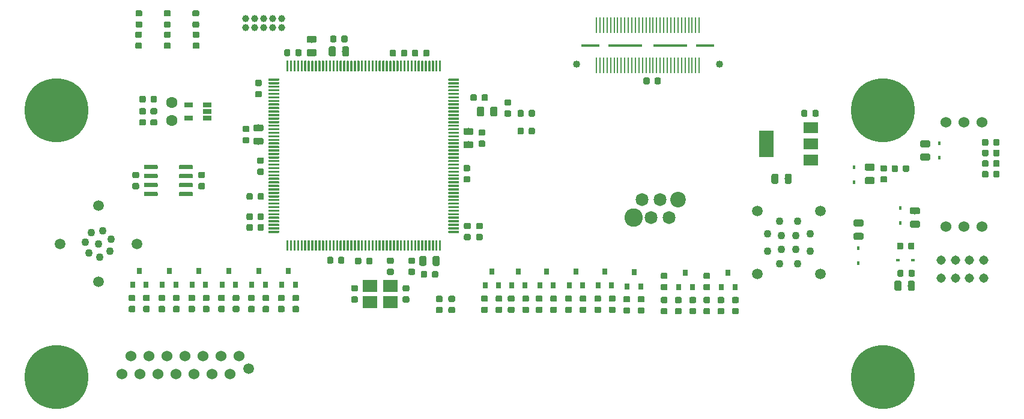
<source format=gbr>
G04 #@! TF.GenerationSoftware,KiCad,Pcbnew,(5.1.4-0)*
G04 #@! TF.CreationDate,2021-02-17T16:17:59+01:00*
G04 #@! TF.ProjectId,DBU_HW,4442555f-4857-42e6-9b69-6361645f7063,A*
G04 #@! TF.SameCoordinates,PX4c4b400PYa037a00*
G04 #@! TF.FileFunction,Soldermask,Top*
G04 #@! TF.FilePolarity,Negative*
%FSLAX46Y46*%
G04 Gerber Fmt 4.6, Leading zero omitted, Abs format (unit mm)*
G04 Created by KiCad (PCBNEW (5.1.4-0)) date 2021-02-17 16:17:59*
%MOMM*%
%LPD*%
G04 APERTURE LIST*
%ADD10C,1.524000*%
%ADD11C,1.500000*%
%ADD12C,0.100000*%
%ADD13C,0.975000*%
%ADD14C,1.825000*%
%ADD15C,2.200000*%
%ADD16C,2.600000*%
%ADD17R,1.220000X0.650000*%
%ADD18C,0.875000*%
%ADD19C,1.600000*%
%ADD20C,1.308000*%
%ADD21C,1.498600*%
%ADD22C,1.099820*%
%ADD23R,4.700000X0.430000*%
%ADD24R,2.540000X0.430000*%
%ADD25R,0.279000X2.270000*%
%ADD26C,1.020000*%
%ADD27C,0.600000*%
%ADD28R,0.800000X0.900000*%
%ADD29R,2.000000X1.500000*%
%ADD30R,2.000000X3.800000*%
%ADD31R,0.600000X0.450000*%
%ADD32R,0.450000X0.600000*%
%ADD33R,2.100000X1.800000*%
%ADD34C,9.000000*%
%ADD35C,0.300000*%
%ADD36C,1.000000*%
G04 APERTURE END LIST*
D10*
X14490000Y33970000D03*
X15760000Y36510000D03*
X17030000Y33970000D03*
X18300000Y36510000D03*
X19570000Y33970000D03*
X20840000Y36510000D03*
X22110000Y33970000D03*
X23380000Y36510000D03*
D11*
X32400000Y34710000D03*
D10*
X24650000Y33970000D03*
X25920000Y36510000D03*
X27190000Y33970000D03*
X28460000Y36510000D03*
X29730000Y33970000D03*
X31000000Y36510000D03*
D12*
G36*
X124175548Y47106686D02*
G01*
X124199209Y47103176D01*
X124222413Y47097364D01*
X124244935Y47089306D01*
X124266559Y47079078D01*
X124287076Y47066781D01*
X124306289Y47052531D01*
X124324013Y47036467D01*
X124340077Y47018743D01*
X124354327Y46999530D01*
X124366624Y46979013D01*
X124376852Y46957389D01*
X124384910Y46934867D01*
X124390722Y46911663D01*
X124394232Y46888002D01*
X124395406Y46864110D01*
X124395406Y45951610D01*
X124394232Y45927718D01*
X124390722Y45904057D01*
X124384910Y45880853D01*
X124376852Y45858331D01*
X124366624Y45836707D01*
X124354327Y45816190D01*
X124340077Y45796977D01*
X124324013Y45779253D01*
X124306289Y45763189D01*
X124287076Y45748939D01*
X124266559Y45736642D01*
X124244935Y45726414D01*
X124222413Y45718356D01*
X124199209Y45712544D01*
X124175548Y45709034D01*
X124151656Y45707860D01*
X123664156Y45707860D01*
X123640264Y45709034D01*
X123616603Y45712544D01*
X123593399Y45718356D01*
X123570877Y45726414D01*
X123549253Y45736642D01*
X123528736Y45748939D01*
X123509523Y45763189D01*
X123491799Y45779253D01*
X123475735Y45796977D01*
X123461485Y45816190D01*
X123449188Y45836707D01*
X123438960Y45858331D01*
X123430902Y45880853D01*
X123425090Y45904057D01*
X123421580Y45927718D01*
X123420406Y45951610D01*
X123420406Y46864110D01*
X123421580Y46888002D01*
X123425090Y46911663D01*
X123430902Y46934867D01*
X123438960Y46957389D01*
X123449188Y46979013D01*
X123461485Y46999530D01*
X123475735Y47018743D01*
X123491799Y47036467D01*
X123509523Y47052531D01*
X123528736Y47066781D01*
X123549253Y47079078D01*
X123570877Y47089306D01*
X123593399Y47097364D01*
X123616603Y47103176D01*
X123640264Y47106686D01*
X123664156Y47107860D01*
X124151656Y47107860D01*
X124175548Y47106686D01*
X124175548Y47106686D01*
G37*
D13*
X123907906Y46407860D03*
D12*
G36*
X126050548Y47106686D02*
G01*
X126074209Y47103176D01*
X126097413Y47097364D01*
X126119935Y47089306D01*
X126141559Y47079078D01*
X126162076Y47066781D01*
X126181289Y47052531D01*
X126199013Y47036467D01*
X126215077Y47018743D01*
X126229327Y46999530D01*
X126241624Y46979013D01*
X126251852Y46957389D01*
X126259910Y46934867D01*
X126265722Y46911663D01*
X126269232Y46888002D01*
X126270406Y46864110D01*
X126270406Y45951610D01*
X126269232Y45927718D01*
X126265722Y45904057D01*
X126259910Y45880853D01*
X126251852Y45858331D01*
X126241624Y45836707D01*
X126229327Y45816190D01*
X126215077Y45796977D01*
X126199013Y45779253D01*
X126181289Y45763189D01*
X126162076Y45748939D01*
X126141559Y45736642D01*
X126119935Y45726414D01*
X126097413Y45718356D01*
X126074209Y45712544D01*
X126050548Y45709034D01*
X126026656Y45707860D01*
X125539156Y45707860D01*
X125515264Y45709034D01*
X125491603Y45712544D01*
X125468399Y45718356D01*
X125445877Y45726414D01*
X125424253Y45736642D01*
X125403736Y45748939D01*
X125384523Y45763189D01*
X125366799Y45779253D01*
X125350735Y45796977D01*
X125336485Y45816190D01*
X125324188Y45836707D01*
X125313960Y45858331D01*
X125305902Y45880853D01*
X125300090Y45904057D01*
X125296580Y45927718D01*
X125295406Y45951610D01*
X125295406Y46864110D01*
X125296580Y46888002D01*
X125300090Y46911663D01*
X125305902Y46934867D01*
X125313960Y46957389D01*
X125324188Y46979013D01*
X125336485Y46999530D01*
X125350735Y47018743D01*
X125366799Y47036467D01*
X125384523Y47052531D01*
X125403736Y47066781D01*
X125424253Y47079078D01*
X125445877Y47089306D01*
X125468399Y47097364D01*
X125491603Y47103176D01*
X125515264Y47106686D01*
X125539156Y47107860D01*
X126026656Y47107860D01*
X126050548Y47106686D01*
X126050548Y47106686D01*
G37*
D13*
X125782906Y46407860D03*
D12*
G36*
X126780142Y57471326D02*
G01*
X126803803Y57467816D01*
X126827007Y57462004D01*
X126849529Y57453946D01*
X126871153Y57443718D01*
X126891670Y57431421D01*
X126910883Y57417171D01*
X126928607Y57401107D01*
X126944671Y57383383D01*
X126958921Y57364170D01*
X126971218Y57343653D01*
X126981446Y57322029D01*
X126989504Y57299507D01*
X126995316Y57276303D01*
X126998826Y57252642D01*
X127000000Y57228750D01*
X127000000Y56741250D01*
X126998826Y56717358D01*
X126995316Y56693697D01*
X126989504Y56670493D01*
X126981446Y56647971D01*
X126971218Y56626347D01*
X126958921Y56605830D01*
X126944671Y56586617D01*
X126928607Y56568893D01*
X126910883Y56552829D01*
X126891670Y56538579D01*
X126871153Y56526282D01*
X126849529Y56516054D01*
X126827007Y56507996D01*
X126803803Y56502184D01*
X126780142Y56498674D01*
X126756250Y56497500D01*
X125843750Y56497500D01*
X125819858Y56498674D01*
X125796197Y56502184D01*
X125772993Y56507996D01*
X125750471Y56516054D01*
X125728847Y56526282D01*
X125708330Y56538579D01*
X125689117Y56552829D01*
X125671393Y56568893D01*
X125655329Y56586617D01*
X125641079Y56605830D01*
X125628782Y56626347D01*
X125618554Y56647971D01*
X125610496Y56670493D01*
X125604684Y56693697D01*
X125601174Y56717358D01*
X125600000Y56741250D01*
X125600000Y57228750D01*
X125601174Y57252642D01*
X125604684Y57276303D01*
X125610496Y57299507D01*
X125618554Y57322029D01*
X125628782Y57343653D01*
X125641079Y57364170D01*
X125655329Y57383383D01*
X125671393Y57401107D01*
X125689117Y57417171D01*
X125708330Y57431421D01*
X125728847Y57443718D01*
X125750471Y57453946D01*
X125772993Y57462004D01*
X125796197Y57467816D01*
X125819858Y57471326D01*
X125843750Y57472500D01*
X126756250Y57472500D01*
X126780142Y57471326D01*
X126780142Y57471326D01*
G37*
D13*
X126300000Y56985000D03*
D12*
G36*
X126780142Y55596326D02*
G01*
X126803803Y55592816D01*
X126827007Y55587004D01*
X126849529Y55578946D01*
X126871153Y55568718D01*
X126891670Y55556421D01*
X126910883Y55542171D01*
X126928607Y55526107D01*
X126944671Y55508383D01*
X126958921Y55489170D01*
X126971218Y55468653D01*
X126981446Y55447029D01*
X126989504Y55424507D01*
X126995316Y55401303D01*
X126998826Y55377642D01*
X127000000Y55353750D01*
X127000000Y54866250D01*
X126998826Y54842358D01*
X126995316Y54818697D01*
X126989504Y54795493D01*
X126981446Y54772971D01*
X126971218Y54751347D01*
X126958921Y54730830D01*
X126944671Y54711617D01*
X126928607Y54693893D01*
X126910883Y54677829D01*
X126891670Y54663579D01*
X126871153Y54651282D01*
X126849529Y54641054D01*
X126827007Y54632996D01*
X126803803Y54627184D01*
X126780142Y54623674D01*
X126756250Y54622500D01*
X125843750Y54622500D01*
X125819858Y54623674D01*
X125796197Y54627184D01*
X125772993Y54632996D01*
X125750471Y54641054D01*
X125728847Y54651282D01*
X125708330Y54663579D01*
X125689117Y54677829D01*
X125671393Y54693893D01*
X125655329Y54711617D01*
X125641079Y54730830D01*
X125628782Y54751347D01*
X125618554Y54772971D01*
X125610496Y54795493D01*
X125604684Y54818697D01*
X125601174Y54842358D01*
X125600000Y54866250D01*
X125600000Y55353750D01*
X125601174Y55377642D01*
X125604684Y55401303D01*
X125610496Y55424507D01*
X125618554Y55447029D01*
X125628782Y55468653D01*
X125641079Y55489170D01*
X125655329Y55508383D01*
X125671393Y55526107D01*
X125689117Y55542171D01*
X125708330Y55556421D01*
X125728847Y55568718D01*
X125750471Y55578946D01*
X125772993Y55587004D01*
X125796197Y55592816D01*
X125819858Y55596326D01*
X125843750Y55597500D01*
X126756250Y55597500D01*
X126780142Y55596326D01*
X126780142Y55596326D01*
G37*
D13*
X126300000Y55110000D03*
D12*
G36*
X41730142Y81683826D02*
G01*
X41753803Y81680316D01*
X41777007Y81674504D01*
X41799529Y81666446D01*
X41821153Y81656218D01*
X41841670Y81643921D01*
X41860883Y81629671D01*
X41878607Y81613607D01*
X41894671Y81595883D01*
X41908921Y81576670D01*
X41921218Y81556153D01*
X41931446Y81534529D01*
X41939504Y81512007D01*
X41945316Y81488803D01*
X41948826Y81465142D01*
X41950000Y81441250D01*
X41950000Y80953750D01*
X41948826Y80929858D01*
X41945316Y80906197D01*
X41939504Y80882993D01*
X41931446Y80860471D01*
X41921218Y80838847D01*
X41908921Y80818330D01*
X41894671Y80799117D01*
X41878607Y80781393D01*
X41860883Y80765329D01*
X41841670Y80751079D01*
X41821153Y80738782D01*
X41799529Y80728554D01*
X41777007Y80720496D01*
X41753803Y80714684D01*
X41730142Y80711174D01*
X41706250Y80710000D01*
X40793750Y80710000D01*
X40769858Y80711174D01*
X40746197Y80714684D01*
X40722993Y80720496D01*
X40700471Y80728554D01*
X40678847Y80738782D01*
X40658330Y80751079D01*
X40639117Y80765329D01*
X40621393Y80781393D01*
X40605329Y80799117D01*
X40591079Y80818330D01*
X40578782Y80838847D01*
X40568554Y80860471D01*
X40560496Y80882993D01*
X40554684Y80906197D01*
X40551174Y80929858D01*
X40550000Y80953750D01*
X40550000Y81441250D01*
X40551174Y81465142D01*
X40554684Y81488803D01*
X40560496Y81512007D01*
X40568554Y81534529D01*
X40578782Y81556153D01*
X40591079Y81576670D01*
X40605329Y81595883D01*
X40621393Y81613607D01*
X40639117Y81629671D01*
X40658330Y81643921D01*
X40678847Y81656218D01*
X40700471Y81666446D01*
X40722993Y81674504D01*
X40746197Y81680316D01*
X40769858Y81683826D01*
X40793750Y81685000D01*
X41706250Y81685000D01*
X41730142Y81683826D01*
X41730142Y81683826D01*
G37*
D13*
X41250000Y81197500D03*
D12*
G36*
X41730142Y79808826D02*
G01*
X41753803Y79805316D01*
X41777007Y79799504D01*
X41799529Y79791446D01*
X41821153Y79781218D01*
X41841670Y79768921D01*
X41860883Y79754671D01*
X41878607Y79738607D01*
X41894671Y79720883D01*
X41908921Y79701670D01*
X41921218Y79681153D01*
X41931446Y79659529D01*
X41939504Y79637007D01*
X41945316Y79613803D01*
X41948826Y79590142D01*
X41950000Y79566250D01*
X41950000Y79078750D01*
X41948826Y79054858D01*
X41945316Y79031197D01*
X41939504Y79007993D01*
X41931446Y78985471D01*
X41921218Y78963847D01*
X41908921Y78943330D01*
X41894671Y78924117D01*
X41878607Y78906393D01*
X41860883Y78890329D01*
X41841670Y78876079D01*
X41821153Y78863782D01*
X41799529Y78853554D01*
X41777007Y78845496D01*
X41753803Y78839684D01*
X41730142Y78836174D01*
X41706250Y78835000D01*
X40793750Y78835000D01*
X40769858Y78836174D01*
X40746197Y78839684D01*
X40722993Y78845496D01*
X40700471Y78853554D01*
X40678847Y78863782D01*
X40658330Y78876079D01*
X40639117Y78890329D01*
X40621393Y78906393D01*
X40605329Y78924117D01*
X40591079Y78943330D01*
X40578782Y78963847D01*
X40568554Y78985471D01*
X40560496Y79007993D01*
X40554684Y79031197D01*
X40551174Y79054858D01*
X40550000Y79078750D01*
X40550000Y79566250D01*
X40551174Y79590142D01*
X40554684Y79613803D01*
X40560496Y79637007D01*
X40568554Y79659529D01*
X40578782Y79681153D01*
X40591079Y79701670D01*
X40605329Y79720883D01*
X40621393Y79738607D01*
X40639117Y79754671D01*
X40658330Y79768921D01*
X40678847Y79781218D01*
X40700471Y79791446D01*
X40722993Y79799504D01*
X40746197Y79805316D01*
X40769858Y79808826D01*
X40793750Y79810000D01*
X41706250Y79810000D01*
X41730142Y79808826D01*
X41730142Y79808826D01*
G37*
D13*
X41250000Y79322500D03*
D12*
G36*
X67205142Y71708826D02*
G01*
X67228803Y71705316D01*
X67252007Y71699504D01*
X67274529Y71691446D01*
X67296153Y71681218D01*
X67316670Y71668921D01*
X67335883Y71654671D01*
X67353607Y71638607D01*
X67369671Y71620883D01*
X67383921Y71601670D01*
X67396218Y71581153D01*
X67406446Y71559529D01*
X67414504Y71537007D01*
X67420316Y71513803D01*
X67423826Y71490142D01*
X67425000Y71466250D01*
X67425000Y70553750D01*
X67423826Y70529858D01*
X67420316Y70506197D01*
X67414504Y70482993D01*
X67406446Y70460471D01*
X67396218Y70438847D01*
X67383921Y70418330D01*
X67369671Y70399117D01*
X67353607Y70381393D01*
X67335883Y70365329D01*
X67316670Y70351079D01*
X67296153Y70338782D01*
X67274529Y70328554D01*
X67252007Y70320496D01*
X67228803Y70314684D01*
X67205142Y70311174D01*
X67181250Y70310000D01*
X66693750Y70310000D01*
X66669858Y70311174D01*
X66646197Y70314684D01*
X66622993Y70320496D01*
X66600471Y70328554D01*
X66578847Y70338782D01*
X66558330Y70351079D01*
X66539117Y70365329D01*
X66521393Y70381393D01*
X66505329Y70399117D01*
X66491079Y70418330D01*
X66478782Y70438847D01*
X66468554Y70460471D01*
X66460496Y70482993D01*
X66454684Y70506197D01*
X66451174Y70529858D01*
X66450000Y70553750D01*
X66450000Y71466250D01*
X66451174Y71490142D01*
X66454684Y71513803D01*
X66460496Y71537007D01*
X66468554Y71559529D01*
X66478782Y71581153D01*
X66491079Y71601670D01*
X66505329Y71620883D01*
X66521393Y71638607D01*
X66539117Y71654671D01*
X66558330Y71668921D01*
X66578847Y71681218D01*
X66600471Y71691446D01*
X66622993Y71699504D01*
X66646197Y71705316D01*
X66669858Y71708826D01*
X66693750Y71710000D01*
X67181250Y71710000D01*
X67205142Y71708826D01*
X67205142Y71708826D01*
G37*
D13*
X66937500Y71010000D03*
D12*
G36*
X65330142Y71708826D02*
G01*
X65353803Y71705316D01*
X65377007Y71699504D01*
X65399529Y71691446D01*
X65421153Y71681218D01*
X65441670Y71668921D01*
X65460883Y71654671D01*
X65478607Y71638607D01*
X65494671Y71620883D01*
X65508921Y71601670D01*
X65521218Y71581153D01*
X65531446Y71559529D01*
X65539504Y71537007D01*
X65545316Y71513803D01*
X65548826Y71490142D01*
X65550000Y71466250D01*
X65550000Y70553750D01*
X65548826Y70529858D01*
X65545316Y70506197D01*
X65539504Y70482993D01*
X65531446Y70460471D01*
X65521218Y70438847D01*
X65508921Y70418330D01*
X65494671Y70399117D01*
X65478607Y70381393D01*
X65460883Y70365329D01*
X65441670Y70351079D01*
X65421153Y70338782D01*
X65399529Y70328554D01*
X65377007Y70320496D01*
X65353803Y70314684D01*
X65330142Y70311174D01*
X65306250Y70310000D01*
X64818750Y70310000D01*
X64794858Y70311174D01*
X64771197Y70314684D01*
X64747993Y70320496D01*
X64725471Y70328554D01*
X64703847Y70338782D01*
X64683330Y70351079D01*
X64664117Y70365329D01*
X64646393Y70381393D01*
X64630329Y70399117D01*
X64616079Y70418330D01*
X64603782Y70438847D01*
X64593554Y70460471D01*
X64585496Y70482993D01*
X64579684Y70506197D01*
X64576174Y70529858D01*
X64575000Y70553750D01*
X64575000Y71466250D01*
X64576174Y71490142D01*
X64579684Y71513803D01*
X64585496Y71537007D01*
X64593554Y71559529D01*
X64603782Y71581153D01*
X64616079Y71601670D01*
X64630329Y71620883D01*
X64646393Y71638607D01*
X64664117Y71654671D01*
X64683330Y71668921D01*
X64703847Y71681218D01*
X64725471Y71691446D01*
X64747993Y71699504D01*
X64771197Y71705316D01*
X64794858Y71708826D01*
X64818750Y71710000D01*
X65306250Y71710000D01*
X65330142Y71708826D01*
X65330142Y71708826D01*
G37*
D13*
X65062500Y71010000D03*
D12*
G36*
X46305142Y80208826D02*
G01*
X46328803Y80205316D01*
X46352007Y80199504D01*
X46374529Y80191446D01*
X46396153Y80181218D01*
X46416670Y80168921D01*
X46435883Y80154671D01*
X46453607Y80138607D01*
X46469671Y80120883D01*
X46483921Y80101670D01*
X46496218Y80081153D01*
X46506446Y80059529D01*
X46514504Y80037007D01*
X46520316Y80013803D01*
X46523826Y79990142D01*
X46525000Y79966250D01*
X46525000Y79053750D01*
X46523826Y79029858D01*
X46520316Y79006197D01*
X46514504Y78982993D01*
X46506446Y78960471D01*
X46496218Y78938847D01*
X46483921Y78918330D01*
X46469671Y78899117D01*
X46453607Y78881393D01*
X46435883Y78865329D01*
X46416670Y78851079D01*
X46396153Y78838782D01*
X46374529Y78828554D01*
X46352007Y78820496D01*
X46328803Y78814684D01*
X46305142Y78811174D01*
X46281250Y78810000D01*
X45793750Y78810000D01*
X45769858Y78811174D01*
X45746197Y78814684D01*
X45722993Y78820496D01*
X45700471Y78828554D01*
X45678847Y78838782D01*
X45658330Y78851079D01*
X45639117Y78865329D01*
X45621393Y78881393D01*
X45605329Y78899117D01*
X45591079Y78918330D01*
X45578782Y78938847D01*
X45568554Y78960471D01*
X45560496Y78982993D01*
X45554684Y79006197D01*
X45551174Y79029858D01*
X45550000Y79053750D01*
X45550000Y79966250D01*
X45551174Y79990142D01*
X45554684Y80013803D01*
X45560496Y80037007D01*
X45568554Y80059529D01*
X45578782Y80081153D01*
X45591079Y80101670D01*
X45605329Y80120883D01*
X45621393Y80138607D01*
X45639117Y80154671D01*
X45658330Y80168921D01*
X45678847Y80181218D01*
X45700471Y80191446D01*
X45722993Y80199504D01*
X45746197Y80205316D01*
X45769858Y80208826D01*
X45793750Y80210000D01*
X46281250Y80210000D01*
X46305142Y80208826D01*
X46305142Y80208826D01*
G37*
D13*
X46037500Y79510000D03*
D12*
G36*
X44430142Y80208826D02*
G01*
X44453803Y80205316D01*
X44477007Y80199504D01*
X44499529Y80191446D01*
X44521153Y80181218D01*
X44541670Y80168921D01*
X44560883Y80154671D01*
X44578607Y80138607D01*
X44594671Y80120883D01*
X44608921Y80101670D01*
X44621218Y80081153D01*
X44631446Y80059529D01*
X44639504Y80037007D01*
X44645316Y80013803D01*
X44648826Y79990142D01*
X44650000Y79966250D01*
X44650000Y79053750D01*
X44648826Y79029858D01*
X44645316Y79006197D01*
X44639504Y78982993D01*
X44631446Y78960471D01*
X44621218Y78938847D01*
X44608921Y78918330D01*
X44594671Y78899117D01*
X44578607Y78881393D01*
X44560883Y78865329D01*
X44541670Y78851079D01*
X44521153Y78838782D01*
X44499529Y78828554D01*
X44477007Y78820496D01*
X44453803Y78814684D01*
X44430142Y78811174D01*
X44406250Y78810000D01*
X43918750Y78810000D01*
X43894858Y78811174D01*
X43871197Y78814684D01*
X43847993Y78820496D01*
X43825471Y78828554D01*
X43803847Y78838782D01*
X43783330Y78851079D01*
X43764117Y78865329D01*
X43746393Y78881393D01*
X43730329Y78899117D01*
X43716079Y78918330D01*
X43703782Y78938847D01*
X43693554Y78960471D01*
X43685496Y78982993D01*
X43679684Y79006197D01*
X43676174Y79029858D01*
X43675000Y79053750D01*
X43675000Y79966250D01*
X43676174Y79990142D01*
X43679684Y80013803D01*
X43685496Y80037007D01*
X43693554Y80059529D01*
X43703782Y80081153D01*
X43716079Y80101670D01*
X43730329Y80120883D01*
X43746393Y80138607D01*
X43764117Y80154671D01*
X43783330Y80168921D01*
X43803847Y80181218D01*
X43825471Y80191446D01*
X43847993Y80199504D01*
X43871197Y80205316D01*
X43894858Y80208826D01*
X43918750Y80210000D01*
X44406250Y80210000D01*
X44430142Y80208826D01*
X44430142Y80208826D01*
G37*
D13*
X44162500Y79510000D03*
D12*
G36*
X34230142Y69183826D02*
G01*
X34253803Y69180316D01*
X34277007Y69174504D01*
X34299529Y69166446D01*
X34321153Y69156218D01*
X34341670Y69143921D01*
X34360883Y69129671D01*
X34378607Y69113607D01*
X34394671Y69095883D01*
X34408921Y69076670D01*
X34421218Y69056153D01*
X34431446Y69034529D01*
X34439504Y69012007D01*
X34445316Y68988803D01*
X34448826Y68965142D01*
X34450000Y68941250D01*
X34450000Y68453750D01*
X34448826Y68429858D01*
X34445316Y68406197D01*
X34439504Y68382993D01*
X34431446Y68360471D01*
X34421218Y68338847D01*
X34408921Y68318330D01*
X34394671Y68299117D01*
X34378607Y68281393D01*
X34360883Y68265329D01*
X34341670Y68251079D01*
X34321153Y68238782D01*
X34299529Y68228554D01*
X34277007Y68220496D01*
X34253803Y68214684D01*
X34230142Y68211174D01*
X34206250Y68210000D01*
X33293750Y68210000D01*
X33269858Y68211174D01*
X33246197Y68214684D01*
X33222993Y68220496D01*
X33200471Y68228554D01*
X33178847Y68238782D01*
X33158330Y68251079D01*
X33139117Y68265329D01*
X33121393Y68281393D01*
X33105329Y68299117D01*
X33091079Y68318330D01*
X33078782Y68338847D01*
X33068554Y68360471D01*
X33060496Y68382993D01*
X33054684Y68406197D01*
X33051174Y68429858D01*
X33050000Y68453750D01*
X33050000Y68941250D01*
X33051174Y68965142D01*
X33054684Y68988803D01*
X33060496Y69012007D01*
X33068554Y69034529D01*
X33078782Y69056153D01*
X33091079Y69076670D01*
X33105329Y69095883D01*
X33121393Y69113607D01*
X33139117Y69129671D01*
X33158330Y69143921D01*
X33178847Y69156218D01*
X33200471Y69166446D01*
X33222993Y69174504D01*
X33246197Y69180316D01*
X33269858Y69183826D01*
X33293750Y69185000D01*
X34206250Y69185000D01*
X34230142Y69183826D01*
X34230142Y69183826D01*
G37*
D13*
X33750000Y68697500D03*
D12*
G36*
X34230142Y67308826D02*
G01*
X34253803Y67305316D01*
X34277007Y67299504D01*
X34299529Y67291446D01*
X34321153Y67281218D01*
X34341670Y67268921D01*
X34360883Y67254671D01*
X34378607Y67238607D01*
X34394671Y67220883D01*
X34408921Y67201670D01*
X34421218Y67181153D01*
X34431446Y67159529D01*
X34439504Y67137007D01*
X34445316Y67113803D01*
X34448826Y67090142D01*
X34450000Y67066250D01*
X34450000Y66578750D01*
X34448826Y66554858D01*
X34445316Y66531197D01*
X34439504Y66507993D01*
X34431446Y66485471D01*
X34421218Y66463847D01*
X34408921Y66443330D01*
X34394671Y66424117D01*
X34378607Y66406393D01*
X34360883Y66390329D01*
X34341670Y66376079D01*
X34321153Y66363782D01*
X34299529Y66353554D01*
X34277007Y66345496D01*
X34253803Y66339684D01*
X34230142Y66336174D01*
X34206250Y66335000D01*
X33293750Y66335000D01*
X33269858Y66336174D01*
X33246197Y66339684D01*
X33222993Y66345496D01*
X33200471Y66353554D01*
X33178847Y66363782D01*
X33158330Y66376079D01*
X33139117Y66390329D01*
X33121393Y66406393D01*
X33105329Y66424117D01*
X33091079Y66443330D01*
X33078782Y66463847D01*
X33068554Y66485471D01*
X33060496Y66507993D01*
X33054684Y66531197D01*
X33051174Y66554858D01*
X33050000Y66578750D01*
X33050000Y67066250D01*
X33051174Y67090142D01*
X33054684Y67113803D01*
X33060496Y67137007D01*
X33068554Y67159529D01*
X33078782Y67181153D01*
X33091079Y67201670D01*
X33105329Y67220883D01*
X33121393Y67238607D01*
X33139117Y67254671D01*
X33158330Y67268921D01*
X33178847Y67281218D01*
X33200471Y67291446D01*
X33222993Y67299504D01*
X33246197Y67305316D01*
X33269858Y67308826D01*
X33293750Y67310000D01*
X34206250Y67310000D01*
X34230142Y67308826D01*
X34230142Y67308826D01*
G37*
D13*
X33750000Y66822500D03*
D12*
G36*
X57198035Y50608826D02*
G01*
X57221696Y50605316D01*
X57244900Y50599504D01*
X57267422Y50591446D01*
X57289046Y50581218D01*
X57309563Y50568921D01*
X57328776Y50554671D01*
X57346500Y50538607D01*
X57362564Y50520883D01*
X57376814Y50501670D01*
X57389111Y50481153D01*
X57399339Y50459529D01*
X57407397Y50437007D01*
X57413209Y50413803D01*
X57416719Y50390142D01*
X57417893Y50366250D01*
X57417893Y49453750D01*
X57416719Y49429858D01*
X57413209Y49406197D01*
X57407397Y49382993D01*
X57399339Y49360471D01*
X57389111Y49338847D01*
X57376814Y49318330D01*
X57362564Y49299117D01*
X57346500Y49281393D01*
X57328776Y49265329D01*
X57309563Y49251079D01*
X57289046Y49238782D01*
X57267422Y49228554D01*
X57244900Y49220496D01*
X57221696Y49214684D01*
X57198035Y49211174D01*
X57174143Y49210000D01*
X56686643Y49210000D01*
X56662751Y49211174D01*
X56639090Y49214684D01*
X56615886Y49220496D01*
X56593364Y49228554D01*
X56571740Y49238782D01*
X56551223Y49251079D01*
X56532010Y49265329D01*
X56514286Y49281393D01*
X56498222Y49299117D01*
X56483972Y49318330D01*
X56471675Y49338847D01*
X56461447Y49360471D01*
X56453389Y49382993D01*
X56447577Y49406197D01*
X56444067Y49429858D01*
X56442893Y49453750D01*
X56442893Y50366250D01*
X56444067Y50390142D01*
X56447577Y50413803D01*
X56453389Y50437007D01*
X56461447Y50459529D01*
X56471675Y50481153D01*
X56483972Y50501670D01*
X56498222Y50520883D01*
X56514286Y50538607D01*
X56532010Y50554671D01*
X56551223Y50568921D01*
X56571740Y50581218D01*
X56593364Y50591446D01*
X56615886Y50599504D01*
X56639090Y50605316D01*
X56662751Y50608826D01*
X56686643Y50610000D01*
X57174143Y50610000D01*
X57198035Y50608826D01*
X57198035Y50608826D01*
G37*
D13*
X56930393Y49910000D03*
D12*
G36*
X59073035Y50608826D02*
G01*
X59096696Y50605316D01*
X59119900Y50599504D01*
X59142422Y50591446D01*
X59164046Y50581218D01*
X59184563Y50568921D01*
X59203776Y50554671D01*
X59221500Y50538607D01*
X59237564Y50520883D01*
X59251814Y50501670D01*
X59264111Y50481153D01*
X59274339Y50459529D01*
X59282397Y50437007D01*
X59288209Y50413803D01*
X59291719Y50390142D01*
X59292893Y50366250D01*
X59292893Y49453750D01*
X59291719Y49429858D01*
X59288209Y49406197D01*
X59282397Y49382993D01*
X59274339Y49360471D01*
X59264111Y49338847D01*
X59251814Y49318330D01*
X59237564Y49299117D01*
X59221500Y49281393D01*
X59203776Y49265329D01*
X59184563Y49251079D01*
X59164046Y49238782D01*
X59142422Y49228554D01*
X59119900Y49220496D01*
X59096696Y49214684D01*
X59073035Y49211174D01*
X59049143Y49210000D01*
X58561643Y49210000D01*
X58537751Y49211174D01*
X58514090Y49214684D01*
X58490886Y49220496D01*
X58468364Y49228554D01*
X58446740Y49238782D01*
X58426223Y49251079D01*
X58407010Y49265329D01*
X58389286Y49281393D01*
X58373222Y49299117D01*
X58358972Y49318330D01*
X58346675Y49338847D01*
X58336447Y49360471D01*
X58328389Y49382993D01*
X58322577Y49406197D01*
X58319067Y49429858D01*
X58317893Y49453750D01*
X58317893Y50366250D01*
X58319067Y50390142D01*
X58322577Y50413803D01*
X58328389Y50437007D01*
X58336447Y50459529D01*
X58346675Y50481153D01*
X58358972Y50501670D01*
X58373222Y50520883D01*
X58389286Y50538607D01*
X58407010Y50554671D01*
X58426223Y50568921D01*
X58446740Y50581218D01*
X58468364Y50591446D01*
X58490886Y50599504D01*
X58514090Y50605316D01*
X58537751Y50608826D01*
X58561643Y50610000D01*
X59049143Y50610000D01*
X59073035Y50608826D01*
X59073035Y50608826D01*
G37*
D13*
X58805393Y49910000D03*
D12*
G36*
X63825142Y66808826D02*
G01*
X63848803Y66805316D01*
X63872007Y66799504D01*
X63894529Y66791446D01*
X63916153Y66781218D01*
X63936670Y66768921D01*
X63955883Y66754671D01*
X63973607Y66738607D01*
X63989671Y66720883D01*
X64003921Y66701670D01*
X64016218Y66681153D01*
X64026446Y66659529D01*
X64034504Y66637007D01*
X64040316Y66613803D01*
X64043826Y66590142D01*
X64045000Y66566250D01*
X64045000Y66078750D01*
X64043826Y66054858D01*
X64040316Y66031197D01*
X64034504Y66007993D01*
X64026446Y65985471D01*
X64016218Y65963847D01*
X64003921Y65943330D01*
X63989671Y65924117D01*
X63973607Y65906393D01*
X63955883Y65890329D01*
X63936670Y65876079D01*
X63916153Y65863782D01*
X63894529Y65853554D01*
X63872007Y65845496D01*
X63848803Y65839684D01*
X63825142Y65836174D01*
X63801250Y65835000D01*
X62888750Y65835000D01*
X62864858Y65836174D01*
X62841197Y65839684D01*
X62817993Y65845496D01*
X62795471Y65853554D01*
X62773847Y65863782D01*
X62753330Y65876079D01*
X62734117Y65890329D01*
X62716393Y65906393D01*
X62700329Y65924117D01*
X62686079Y65943330D01*
X62673782Y65963847D01*
X62663554Y65985471D01*
X62655496Y66007993D01*
X62649684Y66031197D01*
X62646174Y66054858D01*
X62645000Y66078750D01*
X62645000Y66566250D01*
X62646174Y66590142D01*
X62649684Y66613803D01*
X62655496Y66637007D01*
X62663554Y66659529D01*
X62673782Y66681153D01*
X62686079Y66701670D01*
X62700329Y66720883D01*
X62716393Y66738607D01*
X62734117Y66754671D01*
X62753330Y66768921D01*
X62773847Y66781218D01*
X62795471Y66791446D01*
X62817993Y66799504D01*
X62841197Y66805316D01*
X62864858Y66808826D01*
X62888750Y66810000D01*
X63801250Y66810000D01*
X63825142Y66808826D01*
X63825142Y66808826D01*
G37*
D13*
X63345000Y66322500D03*
D12*
G36*
X63825142Y68683826D02*
G01*
X63848803Y68680316D01*
X63872007Y68674504D01*
X63894529Y68666446D01*
X63916153Y68656218D01*
X63936670Y68643921D01*
X63955883Y68629671D01*
X63973607Y68613607D01*
X63989671Y68595883D01*
X64003921Y68576670D01*
X64016218Y68556153D01*
X64026446Y68534529D01*
X64034504Y68512007D01*
X64040316Y68488803D01*
X64043826Y68465142D01*
X64045000Y68441250D01*
X64045000Y67953750D01*
X64043826Y67929858D01*
X64040316Y67906197D01*
X64034504Y67882993D01*
X64026446Y67860471D01*
X64016218Y67838847D01*
X64003921Y67818330D01*
X63989671Y67799117D01*
X63973607Y67781393D01*
X63955883Y67765329D01*
X63936670Y67751079D01*
X63916153Y67738782D01*
X63894529Y67728554D01*
X63872007Y67720496D01*
X63848803Y67714684D01*
X63825142Y67711174D01*
X63801250Y67710000D01*
X62888750Y67710000D01*
X62864858Y67711174D01*
X62841197Y67714684D01*
X62817993Y67720496D01*
X62795471Y67728554D01*
X62773847Y67738782D01*
X62753330Y67751079D01*
X62734117Y67765329D01*
X62716393Y67781393D01*
X62700329Y67799117D01*
X62686079Y67818330D01*
X62673782Y67838847D01*
X62663554Y67860471D01*
X62655496Y67882993D01*
X62649684Y67906197D01*
X62646174Y67929858D01*
X62645000Y67953750D01*
X62645000Y68441250D01*
X62646174Y68465142D01*
X62649684Y68488803D01*
X62655496Y68512007D01*
X62663554Y68534529D01*
X62673782Y68556153D01*
X62686079Y68576670D01*
X62700329Y68595883D01*
X62716393Y68613607D01*
X62734117Y68629671D01*
X62753330Y68643921D01*
X62773847Y68656218D01*
X62795471Y68666446D01*
X62817993Y68674504D01*
X62841197Y68680316D01*
X62864858Y68683826D01*
X62888750Y68685000D01*
X63801250Y68685000D01*
X63825142Y68683826D01*
X63825142Y68683826D01*
G37*
D13*
X63345000Y68197500D03*
D12*
G36*
X120415142Y61758826D02*
G01*
X120438803Y61755316D01*
X120462007Y61749504D01*
X120484529Y61741446D01*
X120506153Y61731218D01*
X120526670Y61718921D01*
X120545883Y61704671D01*
X120563607Y61688607D01*
X120579671Y61670883D01*
X120593921Y61651670D01*
X120606218Y61631153D01*
X120616446Y61609529D01*
X120624504Y61587007D01*
X120630316Y61563803D01*
X120633826Y61540142D01*
X120635000Y61516250D01*
X120635000Y61028750D01*
X120633826Y61004858D01*
X120630316Y60981197D01*
X120624504Y60957993D01*
X120616446Y60935471D01*
X120606218Y60913847D01*
X120593921Y60893330D01*
X120579671Y60874117D01*
X120563607Y60856393D01*
X120545883Y60840329D01*
X120526670Y60826079D01*
X120506153Y60813782D01*
X120484529Y60803554D01*
X120462007Y60795496D01*
X120438803Y60789684D01*
X120415142Y60786174D01*
X120391250Y60785000D01*
X119478750Y60785000D01*
X119454858Y60786174D01*
X119431197Y60789684D01*
X119407993Y60795496D01*
X119385471Y60803554D01*
X119363847Y60813782D01*
X119343330Y60826079D01*
X119324117Y60840329D01*
X119306393Y60856393D01*
X119290329Y60874117D01*
X119276079Y60893330D01*
X119263782Y60913847D01*
X119253554Y60935471D01*
X119245496Y60957993D01*
X119239684Y60981197D01*
X119236174Y61004858D01*
X119235000Y61028750D01*
X119235000Y61516250D01*
X119236174Y61540142D01*
X119239684Y61563803D01*
X119245496Y61587007D01*
X119253554Y61609529D01*
X119263782Y61631153D01*
X119276079Y61651670D01*
X119290329Y61670883D01*
X119306393Y61688607D01*
X119324117Y61704671D01*
X119343330Y61718921D01*
X119363847Y61731218D01*
X119385471Y61741446D01*
X119407993Y61749504D01*
X119431197Y61755316D01*
X119454858Y61758826D01*
X119478750Y61760000D01*
X120391250Y61760000D01*
X120415142Y61758826D01*
X120415142Y61758826D01*
G37*
D13*
X119935000Y61272500D03*
D12*
G36*
X120415142Y63633826D02*
G01*
X120438803Y63630316D01*
X120462007Y63624504D01*
X120484529Y63616446D01*
X120506153Y63606218D01*
X120526670Y63593921D01*
X120545883Y63579671D01*
X120563607Y63563607D01*
X120579671Y63545883D01*
X120593921Y63526670D01*
X120606218Y63506153D01*
X120616446Y63484529D01*
X120624504Y63462007D01*
X120630316Y63438803D01*
X120633826Y63415142D01*
X120635000Y63391250D01*
X120635000Y62903750D01*
X120633826Y62879858D01*
X120630316Y62856197D01*
X120624504Y62832993D01*
X120616446Y62810471D01*
X120606218Y62788847D01*
X120593921Y62768330D01*
X120579671Y62749117D01*
X120563607Y62731393D01*
X120545883Y62715329D01*
X120526670Y62701079D01*
X120506153Y62688782D01*
X120484529Y62678554D01*
X120462007Y62670496D01*
X120438803Y62664684D01*
X120415142Y62661174D01*
X120391250Y62660000D01*
X119478750Y62660000D01*
X119454858Y62661174D01*
X119431197Y62664684D01*
X119407993Y62670496D01*
X119385471Y62678554D01*
X119363847Y62688782D01*
X119343330Y62701079D01*
X119324117Y62715329D01*
X119306393Y62731393D01*
X119290329Y62749117D01*
X119276079Y62768330D01*
X119263782Y62788847D01*
X119253554Y62810471D01*
X119245496Y62832993D01*
X119239684Y62856197D01*
X119236174Y62879858D01*
X119235000Y62903750D01*
X119235000Y63391250D01*
X119236174Y63415142D01*
X119239684Y63438803D01*
X119245496Y63462007D01*
X119253554Y63484529D01*
X119263782Y63506153D01*
X119276079Y63526670D01*
X119290329Y63545883D01*
X119306393Y63563607D01*
X119324117Y63579671D01*
X119343330Y63593921D01*
X119363847Y63606218D01*
X119385471Y63616446D01*
X119407993Y63624504D01*
X119431197Y63630316D01*
X119454858Y63633826D01*
X119478750Y63635000D01*
X120391250Y63635000D01*
X120415142Y63633826D01*
X120415142Y63633826D01*
G37*
D13*
X119935000Y63147500D03*
D12*
G36*
X128230142Y65058826D02*
G01*
X128253803Y65055316D01*
X128277007Y65049504D01*
X128299529Y65041446D01*
X128321153Y65031218D01*
X128341670Y65018921D01*
X128360883Y65004671D01*
X128378607Y64988607D01*
X128394671Y64970883D01*
X128408921Y64951670D01*
X128421218Y64931153D01*
X128431446Y64909529D01*
X128439504Y64887007D01*
X128445316Y64863803D01*
X128448826Y64840142D01*
X128450000Y64816250D01*
X128450000Y64328750D01*
X128448826Y64304858D01*
X128445316Y64281197D01*
X128439504Y64257993D01*
X128431446Y64235471D01*
X128421218Y64213847D01*
X128408921Y64193330D01*
X128394671Y64174117D01*
X128378607Y64156393D01*
X128360883Y64140329D01*
X128341670Y64126079D01*
X128321153Y64113782D01*
X128299529Y64103554D01*
X128277007Y64095496D01*
X128253803Y64089684D01*
X128230142Y64086174D01*
X128206250Y64085000D01*
X127293750Y64085000D01*
X127269858Y64086174D01*
X127246197Y64089684D01*
X127222993Y64095496D01*
X127200471Y64103554D01*
X127178847Y64113782D01*
X127158330Y64126079D01*
X127139117Y64140329D01*
X127121393Y64156393D01*
X127105329Y64174117D01*
X127091079Y64193330D01*
X127078782Y64213847D01*
X127068554Y64235471D01*
X127060496Y64257993D01*
X127054684Y64281197D01*
X127051174Y64304858D01*
X127050000Y64328750D01*
X127050000Y64816250D01*
X127051174Y64840142D01*
X127054684Y64863803D01*
X127060496Y64887007D01*
X127068554Y64909529D01*
X127078782Y64931153D01*
X127091079Y64951670D01*
X127105329Y64970883D01*
X127121393Y64988607D01*
X127139117Y65004671D01*
X127158330Y65018921D01*
X127178847Y65031218D01*
X127200471Y65041446D01*
X127222993Y65049504D01*
X127246197Y65055316D01*
X127269858Y65058826D01*
X127293750Y65060000D01*
X128206250Y65060000D01*
X128230142Y65058826D01*
X128230142Y65058826D01*
G37*
D13*
X127750000Y64572500D03*
D12*
G36*
X128230142Y66933826D02*
G01*
X128253803Y66930316D01*
X128277007Y66924504D01*
X128299529Y66916446D01*
X128321153Y66906218D01*
X128341670Y66893921D01*
X128360883Y66879671D01*
X128378607Y66863607D01*
X128394671Y66845883D01*
X128408921Y66826670D01*
X128421218Y66806153D01*
X128431446Y66784529D01*
X128439504Y66762007D01*
X128445316Y66738803D01*
X128448826Y66715142D01*
X128450000Y66691250D01*
X128450000Y66203750D01*
X128448826Y66179858D01*
X128445316Y66156197D01*
X128439504Y66132993D01*
X128431446Y66110471D01*
X128421218Y66088847D01*
X128408921Y66068330D01*
X128394671Y66049117D01*
X128378607Y66031393D01*
X128360883Y66015329D01*
X128341670Y66001079D01*
X128321153Y65988782D01*
X128299529Y65978554D01*
X128277007Y65970496D01*
X128253803Y65964684D01*
X128230142Y65961174D01*
X128206250Y65960000D01*
X127293750Y65960000D01*
X127269858Y65961174D01*
X127246197Y65964684D01*
X127222993Y65970496D01*
X127200471Y65978554D01*
X127178847Y65988782D01*
X127158330Y66001079D01*
X127139117Y66015329D01*
X127121393Y66031393D01*
X127105329Y66049117D01*
X127091079Y66068330D01*
X127078782Y66088847D01*
X127068554Y66110471D01*
X127060496Y66132993D01*
X127054684Y66156197D01*
X127051174Y66179858D01*
X127050000Y66203750D01*
X127050000Y66691250D01*
X127051174Y66715142D01*
X127054684Y66738803D01*
X127060496Y66762007D01*
X127068554Y66784529D01*
X127078782Y66806153D01*
X127091079Y66826670D01*
X127105329Y66845883D01*
X127121393Y66863607D01*
X127139117Y66879671D01*
X127158330Y66893921D01*
X127178847Y66906218D01*
X127200471Y66916446D01*
X127222993Y66924504D01*
X127246197Y66930316D01*
X127269858Y66933826D01*
X127293750Y66935000D01*
X128206250Y66935000D01*
X128230142Y66933826D01*
X128230142Y66933826D01*
G37*
D13*
X127750000Y66447500D03*
D12*
G36*
X108705142Y62208826D02*
G01*
X108728803Y62205316D01*
X108752007Y62199504D01*
X108774529Y62191446D01*
X108796153Y62181218D01*
X108816670Y62168921D01*
X108835883Y62154671D01*
X108853607Y62138607D01*
X108869671Y62120883D01*
X108883921Y62101670D01*
X108896218Y62081153D01*
X108906446Y62059529D01*
X108914504Y62037007D01*
X108920316Y62013803D01*
X108923826Y61990142D01*
X108925000Y61966250D01*
X108925000Y61053750D01*
X108923826Y61029858D01*
X108920316Y61006197D01*
X108914504Y60982993D01*
X108906446Y60960471D01*
X108896218Y60938847D01*
X108883921Y60918330D01*
X108869671Y60899117D01*
X108853607Y60881393D01*
X108835883Y60865329D01*
X108816670Y60851079D01*
X108796153Y60838782D01*
X108774529Y60828554D01*
X108752007Y60820496D01*
X108728803Y60814684D01*
X108705142Y60811174D01*
X108681250Y60810000D01*
X108193750Y60810000D01*
X108169858Y60811174D01*
X108146197Y60814684D01*
X108122993Y60820496D01*
X108100471Y60828554D01*
X108078847Y60838782D01*
X108058330Y60851079D01*
X108039117Y60865329D01*
X108021393Y60881393D01*
X108005329Y60899117D01*
X107991079Y60918330D01*
X107978782Y60938847D01*
X107968554Y60960471D01*
X107960496Y60982993D01*
X107954684Y61006197D01*
X107951174Y61029858D01*
X107950000Y61053750D01*
X107950000Y61966250D01*
X107951174Y61990142D01*
X107954684Y62013803D01*
X107960496Y62037007D01*
X107968554Y62059529D01*
X107978782Y62081153D01*
X107991079Y62101670D01*
X108005329Y62120883D01*
X108021393Y62138607D01*
X108039117Y62154671D01*
X108058330Y62168921D01*
X108078847Y62181218D01*
X108100471Y62191446D01*
X108122993Y62199504D01*
X108146197Y62205316D01*
X108169858Y62208826D01*
X108193750Y62210000D01*
X108681250Y62210000D01*
X108705142Y62208826D01*
X108705142Y62208826D01*
G37*
D13*
X108437500Y61510000D03*
D12*
G36*
X106830142Y62208826D02*
G01*
X106853803Y62205316D01*
X106877007Y62199504D01*
X106899529Y62191446D01*
X106921153Y62181218D01*
X106941670Y62168921D01*
X106960883Y62154671D01*
X106978607Y62138607D01*
X106994671Y62120883D01*
X107008921Y62101670D01*
X107021218Y62081153D01*
X107031446Y62059529D01*
X107039504Y62037007D01*
X107045316Y62013803D01*
X107048826Y61990142D01*
X107050000Y61966250D01*
X107050000Y61053750D01*
X107048826Y61029858D01*
X107045316Y61006197D01*
X107039504Y60982993D01*
X107031446Y60960471D01*
X107021218Y60938847D01*
X107008921Y60918330D01*
X106994671Y60899117D01*
X106978607Y60881393D01*
X106960883Y60865329D01*
X106941670Y60851079D01*
X106921153Y60838782D01*
X106899529Y60828554D01*
X106877007Y60820496D01*
X106853803Y60814684D01*
X106830142Y60811174D01*
X106806250Y60810000D01*
X106318750Y60810000D01*
X106294858Y60811174D01*
X106271197Y60814684D01*
X106247993Y60820496D01*
X106225471Y60828554D01*
X106203847Y60838782D01*
X106183330Y60851079D01*
X106164117Y60865329D01*
X106146393Y60881393D01*
X106130329Y60899117D01*
X106116079Y60918330D01*
X106103782Y60938847D01*
X106093554Y60960471D01*
X106085496Y60982993D01*
X106079684Y61006197D01*
X106076174Y61029858D01*
X106075000Y61053750D01*
X106075000Y61966250D01*
X106076174Y61990142D01*
X106079684Y62013803D01*
X106085496Y62037007D01*
X106093554Y62059529D01*
X106103782Y62081153D01*
X106116079Y62101670D01*
X106130329Y62120883D01*
X106146393Y62138607D01*
X106164117Y62154671D01*
X106183330Y62168921D01*
X106203847Y62181218D01*
X106225471Y62191446D01*
X106247993Y62199504D01*
X106271197Y62205316D01*
X106294858Y62208826D01*
X106318750Y62210000D01*
X106806250Y62210000D01*
X106830142Y62208826D01*
X106830142Y62208826D01*
G37*
D13*
X106562500Y61510000D03*
D14*
X87845000Y58530000D03*
X89115000Y55990000D03*
X90385000Y58530000D03*
X91655000Y55990000D03*
D15*
X92885000Y58530000D03*
D16*
X86615000Y55990000D03*
D17*
X23940000Y70060000D03*
X23940000Y71960000D03*
X26560000Y71960000D03*
X26560000Y71010000D03*
X26560000Y70060000D03*
D12*
G36*
X17665191Y73233946D02*
G01*
X17686426Y73230796D01*
X17707250Y73225580D01*
X17727462Y73218348D01*
X17746868Y73209169D01*
X17765281Y73198133D01*
X17782524Y73185345D01*
X17798430Y73170929D01*
X17812846Y73155023D01*
X17825634Y73137780D01*
X17836670Y73119367D01*
X17845849Y73099961D01*
X17853081Y73079749D01*
X17858297Y73058925D01*
X17861447Y73037690D01*
X17862500Y73016249D01*
X17862500Y72503749D01*
X17861447Y72482308D01*
X17858297Y72461073D01*
X17853081Y72440249D01*
X17845849Y72420037D01*
X17836670Y72400631D01*
X17825634Y72382218D01*
X17812846Y72364975D01*
X17798430Y72349069D01*
X17782524Y72334653D01*
X17765281Y72321865D01*
X17746868Y72310829D01*
X17727462Y72301650D01*
X17707250Y72294418D01*
X17686426Y72289202D01*
X17665191Y72286052D01*
X17643750Y72284999D01*
X17206250Y72284999D01*
X17184809Y72286052D01*
X17163574Y72289202D01*
X17142750Y72294418D01*
X17122538Y72301650D01*
X17103132Y72310829D01*
X17084719Y72321865D01*
X17067476Y72334653D01*
X17051570Y72349069D01*
X17037154Y72364975D01*
X17024366Y72382218D01*
X17013330Y72400631D01*
X17004151Y72420037D01*
X16996919Y72440249D01*
X16991703Y72461073D01*
X16988553Y72482308D01*
X16987500Y72503749D01*
X16987500Y73016249D01*
X16988553Y73037690D01*
X16991703Y73058925D01*
X16996919Y73079749D01*
X17004151Y73099961D01*
X17013330Y73119367D01*
X17024366Y73137780D01*
X17037154Y73155023D01*
X17051570Y73170929D01*
X17067476Y73185345D01*
X17084719Y73198133D01*
X17103132Y73209169D01*
X17122538Y73218348D01*
X17142750Y73225580D01*
X17163574Y73230796D01*
X17184809Y73233946D01*
X17206250Y73234999D01*
X17643750Y73234999D01*
X17665191Y73233946D01*
X17665191Y73233946D01*
G37*
D18*
X17425000Y72759999D03*
D12*
G36*
X19240191Y73233946D02*
G01*
X19261426Y73230796D01*
X19282250Y73225580D01*
X19302462Y73218348D01*
X19321868Y73209169D01*
X19340281Y73198133D01*
X19357524Y73185345D01*
X19373430Y73170929D01*
X19387846Y73155023D01*
X19400634Y73137780D01*
X19411670Y73119367D01*
X19420849Y73099961D01*
X19428081Y73079749D01*
X19433297Y73058925D01*
X19436447Y73037690D01*
X19437500Y73016249D01*
X19437500Y72503749D01*
X19436447Y72482308D01*
X19433297Y72461073D01*
X19428081Y72440249D01*
X19420849Y72420037D01*
X19411670Y72400631D01*
X19400634Y72382218D01*
X19387846Y72364975D01*
X19373430Y72349069D01*
X19357524Y72334653D01*
X19340281Y72321865D01*
X19321868Y72310829D01*
X19302462Y72301650D01*
X19282250Y72294418D01*
X19261426Y72289202D01*
X19240191Y72286052D01*
X19218750Y72284999D01*
X18781250Y72284999D01*
X18759809Y72286052D01*
X18738574Y72289202D01*
X18717750Y72294418D01*
X18697538Y72301650D01*
X18678132Y72310829D01*
X18659719Y72321865D01*
X18642476Y72334653D01*
X18626570Y72349069D01*
X18612154Y72364975D01*
X18599366Y72382218D01*
X18588330Y72400631D01*
X18579151Y72420037D01*
X18571919Y72440249D01*
X18566703Y72461073D01*
X18563553Y72482308D01*
X18562500Y72503749D01*
X18562500Y73016249D01*
X18563553Y73037690D01*
X18566703Y73058925D01*
X18571919Y73079749D01*
X18579151Y73099961D01*
X18588330Y73119367D01*
X18599366Y73137780D01*
X18612154Y73155023D01*
X18626570Y73170929D01*
X18642476Y73185345D01*
X18659719Y73198133D01*
X18678132Y73209169D01*
X18697538Y73218348D01*
X18717750Y73225580D01*
X18738574Y73230796D01*
X18759809Y73233946D01*
X18781250Y73234999D01*
X19218750Y73234999D01*
X19240191Y73233946D01*
X19240191Y73233946D01*
G37*
D18*
X19000000Y72759999D03*
D19*
X21500000Y72260000D03*
X21500000Y69760000D03*
D12*
G36*
X19277691Y71483947D02*
G01*
X19298926Y71480797D01*
X19319750Y71475581D01*
X19339962Y71468349D01*
X19359368Y71459170D01*
X19377781Y71448134D01*
X19395024Y71435346D01*
X19410930Y71420930D01*
X19425346Y71405024D01*
X19438134Y71387781D01*
X19449170Y71369368D01*
X19458349Y71349962D01*
X19465581Y71329750D01*
X19470797Y71308926D01*
X19473947Y71287691D01*
X19475000Y71266250D01*
X19475000Y70828750D01*
X19473947Y70807309D01*
X19470797Y70786074D01*
X19465581Y70765250D01*
X19458349Y70745038D01*
X19449170Y70725632D01*
X19438134Y70707219D01*
X19425346Y70689976D01*
X19410930Y70674070D01*
X19395024Y70659654D01*
X19377781Y70646866D01*
X19359368Y70635830D01*
X19339962Y70626651D01*
X19319750Y70619419D01*
X19298926Y70614203D01*
X19277691Y70611053D01*
X19256250Y70610000D01*
X18743750Y70610000D01*
X18722309Y70611053D01*
X18701074Y70614203D01*
X18680250Y70619419D01*
X18660038Y70626651D01*
X18640632Y70635830D01*
X18622219Y70646866D01*
X18604976Y70659654D01*
X18589070Y70674070D01*
X18574654Y70689976D01*
X18561866Y70707219D01*
X18550830Y70725632D01*
X18541651Y70745038D01*
X18534419Y70765250D01*
X18529203Y70786074D01*
X18526053Y70807309D01*
X18525000Y70828750D01*
X18525000Y71266250D01*
X18526053Y71287691D01*
X18529203Y71308926D01*
X18534419Y71329750D01*
X18541651Y71349962D01*
X18550830Y71369368D01*
X18561866Y71387781D01*
X18574654Y71405024D01*
X18589070Y71420930D01*
X18604976Y71435346D01*
X18622219Y71448134D01*
X18640632Y71459170D01*
X18660038Y71468349D01*
X18680250Y71475581D01*
X18701074Y71480797D01*
X18722309Y71483947D01*
X18743750Y71485000D01*
X19256250Y71485000D01*
X19277691Y71483947D01*
X19277691Y71483947D01*
G37*
D18*
X19000000Y71047500D03*
D12*
G36*
X19277691Y69908947D02*
G01*
X19298926Y69905797D01*
X19319750Y69900581D01*
X19339962Y69893349D01*
X19359368Y69884170D01*
X19377781Y69873134D01*
X19395024Y69860346D01*
X19410930Y69845930D01*
X19425346Y69830024D01*
X19438134Y69812781D01*
X19449170Y69794368D01*
X19458349Y69774962D01*
X19465581Y69754750D01*
X19470797Y69733926D01*
X19473947Y69712691D01*
X19475000Y69691250D01*
X19475000Y69253750D01*
X19473947Y69232309D01*
X19470797Y69211074D01*
X19465581Y69190250D01*
X19458349Y69170038D01*
X19449170Y69150632D01*
X19438134Y69132219D01*
X19425346Y69114976D01*
X19410930Y69099070D01*
X19395024Y69084654D01*
X19377781Y69071866D01*
X19359368Y69060830D01*
X19339962Y69051651D01*
X19319750Y69044419D01*
X19298926Y69039203D01*
X19277691Y69036053D01*
X19256250Y69035000D01*
X18743750Y69035000D01*
X18722309Y69036053D01*
X18701074Y69039203D01*
X18680250Y69044419D01*
X18660038Y69051651D01*
X18640632Y69060830D01*
X18622219Y69071866D01*
X18604976Y69084654D01*
X18589070Y69099070D01*
X18574654Y69114976D01*
X18561866Y69132219D01*
X18550830Y69150632D01*
X18541651Y69170038D01*
X18534419Y69190250D01*
X18529203Y69211074D01*
X18526053Y69232309D01*
X18525000Y69253750D01*
X18525000Y69691250D01*
X18526053Y69712691D01*
X18529203Y69733926D01*
X18534419Y69754750D01*
X18541651Y69774962D01*
X18550830Y69794368D01*
X18561866Y69812781D01*
X18574654Y69830024D01*
X18589070Y69845930D01*
X18604976Y69860346D01*
X18622219Y69873134D01*
X18640632Y69884170D01*
X18660038Y69893349D01*
X18680250Y69900581D01*
X18701074Y69905797D01*
X18722309Y69908947D01*
X18743750Y69910000D01*
X19256250Y69910000D01*
X19277691Y69908947D01*
X19277691Y69908947D01*
G37*
D18*
X19000000Y69472500D03*
D12*
G36*
X17702691Y69908947D02*
G01*
X17723926Y69905797D01*
X17744750Y69900581D01*
X17764962Y69893349D01*
X17784368Y69884170D01*
X17802781Y69873134D01*
X17820024Y69860346D01*
X17835930Y69845930D01*
X17850346Y69830024D01*
X17863134Y69812781D01*
X17874170Y69794368D01*
X17883349Y69774962D01*
X17890581Y69754750D01*
X17895797Y69733926D01*
X17898947Y69712691D01*
X17900000Y69691250D01*
X17900000Y69253750D01*
X17898947Y69232309D01*
X17895797Y69211074D01*
X17890581Y69190250D01*
X17883349Y69170038D01*
X17874170Y69150632D01*
X17863134Y69132219D01*
X17850346Y69114976D01*
X17835930Y69099070D01*
X17820024Y69084654D01*
X17802781Y69071866D01*
X17784368Y69060830D01*
X17764962Y69051651D01*
X17744750Y69044419D01*
X17723926Y69039203D01*
X17702691Y69036053D01*
X17681250Y69035000D01*
X17168750Y69035000D01*
X17147309Y69036053D01*
X17126074Y69039203D01*
X17105250Y69044419D01*
X17085038Y69051651D01*
X17065632Y69060830D01*
X17047219Y69071866D01*
X17029976Y69084654D01*
X17014070Y69099070D01*
X16999654Y69114976D01*
X16986866Y69132219D01*
X16975830Y69150632D01*
X16966651Y69170038D01*
X16959419Y69190250D01*
X16954203Y69211074D01*
X16951053Y69232309D01*
X16950000Y69253750D01*
X16950000Y69691250D01*
X16951053Y69712691D01*
X16954203Y69733926D01*
X16959419Y69754750D01*
X16966651Y69774962D01*
X16975830Y69794368D01*
X16986866Y69812781D01*
X16999654Y69830024D01*
X17014070Y69845930D01*
X17029976Y69860346D01*
X17047219Y69873134D01*
X17065632Y69884170D01*
X17085038Y69893349D01*
X17105250Y69900581D01*
X17126074Y69905797D01*
X17147309Y69908947D01*
X17168750Y69910000D01*
X17681250Y69910000D01*
X17702691Y69908947D01*
X17702691Y69908947D01*
G37*
D18*
X17425000Y69472500D03*
D12*
G36*
X17702691Y71483947D02*
G01*
X17723926Y71480797D01*
X17744750Y71475581D01*
X17764962Y71468349D01*
X17784368Y71459170D01*
X17802781Y71448134D01*
X17820024Y71435346D01*
X17835930Y71420930D01*
X17850346Y71405024D01*
X17863134Y71387781D01*
X17874170Y71369368D01*
X17883349Y71349962D01*
X17890581Y71329750D01*
X17895797Y71308926D01*
X17898947Y71287691D01*
X17900000Y71266250D01*
X17900000Y70828750D01*
X17898947Y70807309D01*
X17895797Y70786074D01*
X17890581Y70765250D01*
X17883349Y70745038D01*
X17874170Y70725632D01*
X17863134Y70707219D01*
X17850346Y70689976D01*
X17835930Y70674070D01*
X17820024Y70659654D01*
X17802781Y70646866D01*
X17784368Y70635830D01*
X17764962Y70626651D01*
X17744750Y70619419D01*
X17723926Y70614203D01*
X17702691Y70611053D01*
X17681250Y70610000D01*
X17168750Y70610000D01*
X17147309Y70611053D01*
X17126074Y70614203D01*
X17105250Y70619419D01*
X17085038Y70626651D01*
X17065632Y70635830D01*
X17047219Y70646866D01*
X17029976Y70659654D01*
X17014070Y70674070D01*
X16999654Y70689976D01*
X16986866Y70707219D01*
X16975830Y70725632D01*
X16966651Y70745038D01*
X16959419Y70765250D01*
X16954203Y70786074D01*
X16951053Y70807309D01*
X16950000Y70828750D01*
X16950000Y71266250D01*
X16951053Y71287691D01*
X16954203Y71308926D01*
X16959419Y71329750D01*
X16966651Y71349962D01*
X16975830Y71369368D01*
X16986866Y71387781D01*
X16999654Y71405024D01*
X17014070Y71420930D01*
X17029976Y71435346D01*
X17047219Y71448134D01*
X17065632Y71459170D01*
X17085038Y71468349D01*
X17105250Y71475581D01*
X17126074Y71480797D01*
X17147309Y71483947D01*
X17168750Y71485000D01*
X17681250Y71485000D01*
X17702691Y71483947D01*
X17702691Y71483947D01*
G37*
D18*
X17425000Y71047500D03*
D20*
X136000000Y47510000D03*
X136000000Y50010000D03*
X134000000Y47510000D03*
X134000000Y50010000D03*
X132000000Y50010000D03*
X132000000Y47510000D03*
X130000000Y50010000D03*
X130000000Y47510000D03*
D10*
X135715000Y54760000D03*
X133175000Y54760000D03*
X130635000Y54760000D03*
X130635000Y69510000D03*
X133175000Y69510000D03*
X135715000Y69510000D03*
D12*
G36*
X125277691Y63433947D02*
G01*
X125298926Y63430797D01*
X125319750Y63425581D01*
X125339962Y63418349D01*
X125359368Y63409170D01*
X125377781Y63398134D01*
X125395024Y63385346D01*
X125410930Y63370930D01*
X125425346Y63355024D01*
X125438134Y63337781D01*
X125449170Y63319368D01*
X125458349Y63299962D01*
X125465581Y63279750D01*
X125470797Y63258926D01*
X125473947Y63237691D01*
X125475000Y63216250D01*
X125475000Y62703750D01*
X125473947Y62682309D01*
X125470797Y62661074D01*
X125465581Y62640250D01*
X125458349Y62620038D01*
X125449170Y62600632D01*
X125438134Y62582219D01*
X125425346Y62564976D01*
X125410930Y62549070D01*
X125395024Y62534654D01*
X125377781Y62521866D01*
X125359368Y62510830D01*
X125339962Y62501651D01*
X125319750Y62494419D01*
X125298926Y62489203D01*
X125277691Y62486053D01*
X125256250Y62485000D01*
X124818750Y62485000D01*
X124797309Y62486053D01*
X124776074Y62489203D01*
X124755250Y62494419D01*
X124735038Y62501651D01*
X124715632Y62510830D01*
X124697219Y62521866D01*
X124679976Y62534654D01*
X124664070Y62549070D01*
X124649654Y62564976D01*
X124636866Y62582219D01*
X124625830Y62600632D01*
X124616651Y62620038D01*
X124609419Y62640250D01*
X124604203Y62661074D01*
X124601053Y62682309D01*
X124600000Y62703750D01*
X124600000Y63216250D01*
X124601053Y63237691D01*
X124604203Y63258926D01*
X124609419Y63279750D01*
X124616651Y63299962D01*
X124625830Y63319368D01*
X124636866Y63337781D01*
X124649654Y63355024D01*
X124664070Y63370930D01*
X124679976Y63385346D01*
X124697219Y63398134D01*
X124715632Y63409170D01*
X124735038Y63418349D01*
X124755250Y63425581D01*
X124776074Y63430797D01*
X124797309Y63433947D01*
X124818750Y63435000D01*
X125256250Y63435000D01*
X125277691Y63433947D01*
X125277691Y63433947D01*
G37*
D18*
X125037500Y62960000D03*
D12*
G36*
X123702691Y63433947D02*
G01*
X123723926Y63430797D01*
X123744750Y63425581D01*
X123764962Y63418349D01*
X123784368Y63409170D01*
X123802781Y63398134D01*
X123820024Y63385346D01*
X123835930Y63370930D01*
X123850346Y63355024D01*
X123863134Y63337781D01*
X123874170Y63319368D01*
X123883349Y63299962D01*
X123890581Y63279750D01*
X123895797Y63258926D01*
X123898947Y63237691D01*
X123900000Y63216250D01*
X123900000Y62703750D01*
X123898947Y62682309D01*
X123895797Y62661074D01*
X123890581Y62640250D01*
X123883349Y62620038D01*
X123874170Y62600632D01*
X123863134Y62582219D01*
X123850346Y62564976D01*
X123835930Y62549070D01*
X123820024Y62534654D01*
X123802781Y62521866D01*
X123784368Y62510830D01*
X123764962Y62501651D01*
X123744750Y62494419D01*
X123723926Y62489203D01*
X123702691Y62486053D01*
X123681250Y62485000D01*
X123243750Y62485000D01*
X123222309Y62486053D01*
X123201074Y62489203D01*
X123180250Y62494419D01*
X123160038Y62501651D01*
X123140632Y62510830D01*
X123122219Y62521866D01*
X123104976Y62534654D01*
X123089070Y62549070D01*
X123074654Y62564976D01*
X123061866Y62582219D01*
X123050830Y62600632D01*
X123041651Y62620038D01*
X123034419Y62640250D01*
X123029203Y62661074D01*
X123026053Y62682309D01*
X123025000Y62703750D01*
X123025000Y63216250D01*
X123026053Y63237691D01*
X123029203Y63258926D01*
X123034419Y63279750D01*
X123041651Y63299962D01*
X123050830Y63319368D01*
X123061866Y63337781D01*
X123074654Y63355024D01*
X123089070Y63370930D01*
X123104976Y63385346D01*
X123122219Y63398134D01*
X123140632Y63409170D01*
X123160038Y63418349D01*
X123180250Y63425581D01*
X123201074Y63430797D01*
X123222309Y63433947D01*
X123243750Y63435000D01*
X123681250Y63435000D01*
X123702691Y63433947D01*
X123702691Y63433947D01*
G37*
D18*
X123462500Y62960000D03*
D12*
G36*
X122177691Y61858947D02*
G01*
X122198926Y61855797D01*
X122219750Y61850581D01*
X122239962Y61843349D01*
X122259368Y61834170D01*
X122277781Y61823134D01*
X122295024Y61810346D01*
X122310930Y61795930D01*
X122325346Y61780024D01*
X122338134Y61762781D01*
X122349170Y61744368D01*
X122358349Y61724962D01*
X122365581Y61704750D01*
X122370797Y61683926D01*
X122373947Y61662691D01*
X122375000Y61641250D01*
X122375000Y61203750D01*
X122373947Y61182309D01*
X122370797Y61161074D01*
X122365581Y61140250D01*
X122358349Y61120038D01*
X122349170Y61100632D01*
X122338134Y61082219D01*
X122325346Y61064976D01*
X122310930Y61049070D01*
X122295024Y61034654D01*
X122277781Y61021866D01*
X122259368Y61010830D01*
X122239962Y61001651D01*
X122219750Y60994419D01*
X122198926Y60989203D01*
X122177691Y60986053D01*
X122156250Y60985000D01*
X121643750Y60985000D01*
X121622309Y60986053D01*
X121601074Y60989203D01*
X121580250Y60994419D01*
X121560038Y61001651D01*
X121540632Y61010830D01*
X121522219Y61021866D01*
X121504976Y61034654D01*
X121489070Y61049070D01*
X121474654Y61064976D01*
X121461866Y61082219D01*
X121450830Y61100632D01*
X121441651Y61120038D01*
X121434419Y61140250D01*
X121429203Y61161074D01*
X121426053Y61182309D01*
X121425000Y61203750D01*
X121425000Y61641250D01*
X121426053Y61662691D01*
X121429203Y61683926D01*
X121434419Y61704750D01*
X121441651Y61724962D01*
X121450830Y61744368D01*
X121461866Y61762781D01*
X121474654Y61780024D01*
X121489070Y61795930D01*
X121504976Y61810346D01*
X121522219Y61823134D01*
X121540632Y61834170D01*
X121560038Y61843349D01*
X121580250Y61850581D01*
X121601074Y61855797D01*
X121622309Y61858947D01*
X121643750Y61860000D01*
X122156250Y61860000D01*
X122177691Y61858947D01*
X122177691Y61858947D01*
G37*
D18*
X121900000Y61422500D03*
D12*
G36*
X122177691Y63433947D02*
G01*
X122198926Y63430797D01*
X122219750Y63425581D01*
X122239962Y63418349D01*
X122259368Y63409170D01*
X122277781Y63398134D01*
X122295024Y63385346D01*
X122310930Y63370930D01*
X122325346Y63355024D01*
X122338134Y63337781D01*
X122349170Y63319368D01*
X122358349Y63299962D01*
X122365581Y63279750D01*
X122370797Y63258926D01*
X122373947Y63237691D01*
X122375000Y63216250D01*
X122375000Y62778750D01*
X122373947Y62757309D01*
X122370797Y62736074D01*
X122365581Y62715250D01*
X122358349Y62695038D01*
X122349170Y62675632D01*
X122338134Y62657219D01*
X122325346Y62639976D01*
X122310930Y62624070D01*
X122295024Y62609654D01*
X122277781Y62596866D01*
X122259368Y62585830D01*
X122239962Y62576651D01*
X122219750Y62569419D01*
X122198926Y62564203D01*
X122177691Y62561053D01*
X122156250Y62560000D01*
X121643750Y62560000D01*
X121622309Y62561053D01*
X121601074Y62564203D01*
X121580250Y62569419D01*
X121560038Y62576651D01*
X121540632Y62585830D01*
X121522219Y62596866D01*
X121504976Y62609654D01*
X121489070Y62624070D01*
X121474654Y62639976D01*
X121461866Y62657219D01*
X121450830Y62675632D01*
X121441651Y62695038D01*
X121434419Y62715250D01*
X121429203Y62736074D01*
X121426053Y62757309D01*
X121425000Y62778750D01*
X121425000Y63216250D01*
X121426053Y63237691D01*
X121429203Y63258926D01*
X121434419Y63279750D01*
X121441651Y63299962D01*
X121450830Y63319368D01*
X121461866Y63337781D01*
X121474654Y63355024D01*
X121489070Y63370930D01*
X121504976Y63385346D01*
X121522219Y63398134D01*
X121540632Y63409170D01*
X121560038Y63418349D01*
X121580250Y63425581D01*
X121601074Y63430797D01*
X121622309Y63433947D01*
X121643750Y63435000D01*
X122156250Y63435000D01*
X122177691Y63433947D01*
X122177691Y63433947D01*
G37*
D18*
X121900000Y62997500D03*
D21*
X5811846Y52340000D03*
X11200000Y46951846D03*
X16588154Y52340000D03*
X11200000Y57728154D03*
D22*
X11200000Y52340000D03*
X11411934Y50454146D03*
X12807466Y51328823D03*
X12992459Y52968618D03*
X11828618Y54132459D03*
X10188823Y53947466D03*
X9314146Y52551934D03*
X9856554Y50996554D03*
D21*
X104055000Y48065000D03*
X112945000Y48065000D03*
X112945000Y56955000D03*
X104055000Y56955000D03*
D22*
X109488060Y51521940D03*
X109488060Y53498060D03*
X107511940Y53498060D03*
X107511940Y51521940D03*
X109742060Y49507720D03*
X111502280Y51267940D03*
X111502280Y53752060D03*
X109742060Y55512280D03*
X107257940Y55512280D03*
X105497720Y53752060D03*
X105497720Y51267940D03*
X107257940Y49507720D03*
D12*
G36*
X61277691Y43408947D02*
G01*
X61298926Y43405797D01*
X61319750Y43400581D01*
X61339962Y43393349D01*
X61359368Y43384170D01*
X61377781Y43373134D01*
X61395024Y43360346D01*
X61410930Y43345930D01*
X61425346Y43330024D01*
X61438134Y43312781D01*
X61449170Y43294368D01*
X61458349Y43274962D01*
X61465581Y43254750D01*
X61470797Y43233926D01*
X61473947Y43212691D01*
X61475000Y43191250D01*
X61475000Y42753750D01*
X61473947Y42732309D01*
X61470797Y42711074D01*
X61465581Y42690250D01*
X61458349Y42670038D01*
X61449170Y42650632D01*
X61438134Y42632219D01*
X61425346Y42614976D01*
X61410930Y42599070D01*
X61395024Y42584654D01*
X61377781Y42571866D01*
X61359368Y42560830D01*
X61339962Y42551651D01*
X61319750Y42544419D01*
X61298926Y42539203D01*
X61277691Y42536053D01*
X61256250Y42535000D01*
X60743750Y42535000D01*
X60722309Y42536053D01*
X60701074Y42539203D01*
X60680250Y42544419D01*
X60660038Y42551651D01*
X60640632Y42560830D01*
X60622219Y42571866D01*
X60604976Y42584654D01*
X60589070Y42599070D01*
X60574654Y42614976D01*
X60561866Y42632219D01*
X60550830Y42650632D01*
X60541651Y42670038D01*
X60534419Y42690250D01*
X60529203Y42711074D01*
X60526053Y42732309D01*
X60525000Y42753750D01*
X60525000Y43191250D01*
X60526053Y43212691D01*
X60529203Y43233926D01*
X60534419Y43254750D01*
X60541651Y43274962D01*
X60550830Y43294368D01*
X60561866Y43312781D01*
X60574654Y43330024D01*
X60589070Y43345930D01*
X60604976Y43360346D01*
X60622219Y43373134D01*
X60640632Y43384170D01*
X60660038Y43393349D01*
X60680250Y43400581D01*
X60701074Y43405797D01*
X60722309Y43408947D01*
X60743750Y43410000D01*
X61256250Y43410000D01*
X61277691Y43408947D01*
X61277691Y43408947D01*
G37*
D18*
X61000000Y42972500D03*
D12*
G36*
X61277691Y44983947D02*
G01*
X61298926Y44980797D01*
X61319750Y44975581D01*
X61339962Y44968349D01*
X61359368Y44959170D01*
X61377781Y44948134D01*
X61395024Y44935346D01*
X61410930Y44920930D01*
X61425346Y44905024D01*
X61438134Y44887781D01*
X61449170Y44869368D01*
X61458349Y44849962D01*
X61465581Y44829750D01*
X61470797Y44808926D01*
X61473947Y44787691D01*
X61475000Y44766250D01*
X61475000Y44328750D01*
X61473947Y44307309D01*
X61470797Y44286074D01*
X61465581Y44265250D01*
X61458349Y44245038D01*
X61449170Y44225632D01*
X61438134Y44207219D01*
X61425346Y44189976D01*
X61410930Y44174070D01*
X61395024Y44159654D01*
X61377781Y44146866D01*
X61359368Y44135830D01*
X61339962Y44126651D01*
X61319750Y44119419D01*
X61298926Y44114203D01*
X61277691Y44111053D01*
X61256250Y44110000D01*
X60743750Y44110000D01*
X60722309Y44111053D01*
X60701074Y44114203D01*
X60680250Y44119419D01*
X60660038Y44126651D01*
X60640632Y44135830D01*
X60622219Y44146866D01*
X60604976Y44159654D01*
X60589070Y44174070D01*
X60574654Y44189976D01*
X60561866Y44207219D01*
X60550830Y44225632D01*
X60541651Y44245038D01*
X60534419Y44265250D01*
X60529203Y44286074D01*
X60526053Y44307309D01*
X60525000Y44328750D01*
X60525000Y44766250D01*
X60526053Y44787691D01*
X60529203Y44808926D01*
X60534419Y44829750D01*
X60541651Y44849962D01*
X60550830Y44869368D01*
X60561866Y44887781D01*
X60574654Y44905024D01*
X60589070Y44920930D01*
X60604976Y44935346D01*
X60622219Y44948134D01*
X60640632Y44959170D01*
X60660038Y44968349D01*
X60680250Y44975581D01*
X60701074Y44980797D01*
X60722309Y44983947D01*
X60743750Y44985000D01*
X61256250Y44985000D01*
X61277691Y44983947D01*
X61277691Y44983947D01*
G37*
D18*
X61000000Y44547500D03*
D23*
X85470000Y80365000D03*
X91820000Y80365000D03*
D24*
X80580000Y80365000D03*
X96710000Y80365000D03*
D25*
X81395000Y77500000D03*
X81395000Y83230000D03*
X81895000Y77500000D03*
X81895000Y83230000D03*
X82395000Y77500000D03*
X82395000Y83230000D03*
X82895000Y77500000D03*
X82895000Y83230000D03*
X83395000Y77500000D03*
X83395000Y83230000D03*
X83895000Y77500000D03*
X83895000Y83230000D03*
X84395000Y77500000D03*
X84395000Y83230000D03*
X84895000Y77500000D03*
X84895000Y83230000D03*
X85395000Y77500000D03*
X85395000Y83230000D03*
X85895000Y77500000D03*
X85895000Y83230000D03*
X86395000Y77500000D03*
X86395000Y83230000D03*
X86895000Y77500000D03*
X86895000Y83230000D03*
X87395000Y77500000D03*
X87395000Y83230000D03*
X87895000Y77500000D03*
X87895000Y83230000D03*
X88395000Y77500000D03*
X88395000Y83230000D03*
X88895000Y77500000D03*
X88895000Y83230000D03*
X89395000Y77500000D03*
X89395000Y83230000D03*
X89895000Y77500000D03*
X89895000Y83230000D03*
X90395000Y77500000D03*
X90395000Y83230000D03*
X90895000Y77500000D03*
X90895000Y83230000D03*
X91395000Y77500000D03*
X91395000Y83230000D03*
X91895000Y77500000D03*
X91895000Y83230000D03*
X92395000Y77500000D03*
X92395000Y83230000D03*
X92895000Y77500000D03*
X92895000Y83230000D03*
X93395000Y77500000D03*
X93395000Y83230000D03*
X93895000Y77500000D03*
X93895000Y83230000D03*
X94395000Y77500000D03*
X94395000Y83230000D03*
X94895000Y77500000D03*
X94895000Y83230000D03*
X95395000Y77500000D03*
X95395000Y83230000D03*
X95895000Y77500000D03*
X95895000Y83230000D03*
D26*
X78580000Y77695000D03*
X98710000Y77695000D03*
D12*
G36*
X19414703Y59654278D02*
G01*
X19429264Y59652118D01*
X19443543Y59648541D01*
X19457403Y59643582D01*
X19470710Y59637288D01*
X19483336Y59629720D01*
X19495159Y59620952D01*
X19506066Y59611066D01*
X19515952Y59600159D01*
X19524720Y59588336D01*
X19532288Y59575710D01*
X19538582Y59562403D01*
X19543541Y59548543D01*
X19547118Y59534264D01*
X19549278Y59519703D01*
X19550000Y59505000D01*
X19550000Y59205000D01*
X19549278Y59190297D01*
X19547118Y59175736D01*
X19543541Y59161457D01*
X19538582Y59147597D01*
X19532288Y59134290D01*
X19524720Y59121664D01*
X19515952Y59109841D01*
X19506066Y59098934D01*
X19495159Y59089048D01*
X19483336Y59080280D01*
X19470710Y59072712D01*
X19457403Y59066418D01*
X19443543Y59061459D01*
X19429264Y59057882D01*
X19414703Y59055722D01*
X19400000Y59055000D01*
X17750000Y59055000D01*
X17735297Y59055722D01*
X17720736Y59057882D01*
X17706457Y59061459D01*
X17692597Y59066418D01*
X17679290Y59072712D01*
X17666664Y59080280D01*
X17654841Y59089048D01*
X17643934Y59098934D01*
X17634048Y59109841D01*
X17625280Y59121664D01*
X17617712Y59134290D01*
X17611418Y59147597D01*
X17606459Y59161457D01*
X17602882Y59175736D01*
X17600722Y59190297D01*
X17600000Y59205000D01*
X17600000Y59505000D01*
X17600722Y59519703D01*
X17602882Y59534264D01*
X17606459Y59548543D01*
X17611418Y59562403D01*
X17617712Y59575710D01*
X17625280Y59588336D01*
X17634048Y59600159D01*
X17643934Y59611066D01*
X17654841Y59620952D01*
X17666664Y59629720D01*
X17679290Y59637288D01*
X17692597Y59643582D01*
X17706457Y59648541D01*
X17720736Y59652118D01*
X17735297Y59654278D01*
X17750000Y59655000D01*
X19400000Y59655000D01*
X19414703Y59654278D01*
X19414703Y59654278D01*
G37*
D27*
X18575000Y59355000D03*
D12*
G36*
X19414703Y60924278D02*
G01*
X19429264Y60922118D01*
X19443543Y60918541D01*
X19457403Y60913582D01*
X19470710Y60907288D01*
X19483336Y60899720D01*
X19495159Y60890952D01*
X19506066Y60881066D01*
X19515952Y60870159D01*
X19524720Y60858336D01*
X19532288Y60845710D01*
X19538582Y60832403D01*
X19543541Y60818543D01*
X19547118Y60804264D01*
X19549278Y60789703D01*
X19550000Y60775000D01*
X19550000Y60475000D01*
X19549278Y60460297D01*
X19547118Y60445736D01*
X19543541Y60431457D01*
X19538582Y60417597D01*
X19532288Y60404290D01*
X19524720Y60391664D01*
X19515952Y60379841D01*
X19506066Y60368934D01*
X19495159Y60359048D01*
X19483336Y60350280D01*
X19470710Y60342712D01*
X19457403Y60336418D01*
X19443543Y60331459D01*
X19429264Y60327882D01*
X19414703Y60325722D01*
X19400000Y60325000D01*
X17750000Y60325000D01*
X17735297Y60325722D01*
X17720736Y60327882D01*
X17706457Y60331459D01*
X17692597Y60336418D01*
X17679290Y60342712D01*
X17666664Y60350280D01*
X17654841Y60359048D01*
X17643934Y60368934D01*
X17634048Y60379841D01*
X17625280Y60391664D01*
X17617712Y60404290D01*
X17611418Y60417597D01*
X17606459Y60431457D01*
X17602882Y60445736D01*
X17600722Y60460297D01*
X17600000Y60475000D01*
X17600000Y60775000D01*
X17600722Y60789703D01*
X17602882Y60804264D01*
X17606459Y60818543D01*
X17611418Y60832403D01*
X17617712Y60845710D01*
X17625280Y60858336D01*
X17634048Y60870159D01*
X17643934Y60881066D01*
X17654841Y60890952D01*
X17666664Y60899720D01*
X17679290Y60907288D01*
X17692597Y60913582D01*
X17706457Y60918541D01*
X17720736Y60922118D01*
X17735297Y60924278D01*
X17750000Y60925000D01*
X19400000Y60925000D01*
X19414703Y60924278D01*
X19414703Y60924278D01*
G37*
D27*
X18575000Y60625000D03*
D12*
G36*
X19414703Y62194278D02*
G01*
X19429264Y62192118D01*
X19443543Y62188541D01*
X19457403Y62183582D01*
X19470710Y62177288D01*
X19483336Y62169720D01*
X19495159Y62160952D01*
X19506066Y62151066D01*
X19515952Y62140159D01*
X19524720Y62128336D01*
X19532288Y62115710D01*
X19538582Y62102403D01*
X19543541Y62088543D01*
X19547118Y62074264D01*
X19549278Y62059703D01*
X19550000Y62045000D01*
X19550000Y61745000D01*
X19549278Y61730297D01*
X19547118Y61715736D01*
X19543541Y61701457D01*
X19538582Y61687597D01*
X19532288Y61674290D01*
X19524720Y61661664D01*
X19515952Y61649841D01*
X19506066Y61638934D01*
X19495159Y61629048D01*
X19483336Y61620280D01*
X19470710Y61612712D01*
X19457403Y61606418D01*
X19443543Y61601459D01*
X19429264Y61597882D01*
X19414703Y61595722D01*
X19400000Y61595000D01*
X17750000Y61595000D01*
X17735297Y61595722D01*
X17720736Y61597882D01*
X17706457Y61601459D01*
X17692597Y61606418D01*
X17679290Y61612712D01*
X17666664Y61620280D01*
X17654841Y61629048D01*
X17643934Y61638934D01*
X17634048Y61649841D01*
X17625280Y61661664D01*
X17617712Y61674290D01*
X17611418Y61687597D01*
X17606459Y61701457D01*
X17602882Y61715736D01*
X17600722Y61730297D01*
X17600000Y61745000D01*
X17600000Y62045000D01*
X17600722Y62059703D01*
X17602882Y62074264D01*
X17606459Y62088543D01*
X17611418Y62102403D01*
X17617712Y62115710D01*
X17625280Y62128336D01*
X17634048Y62140159D01*
X17643934Y62151066D01*
X17654841Y62160952D01*
X17666664Y62169720D01*
X17679290Y62177288D01*
X17692597Y62183582D01*
X17706457Y62188541D01*
X17720736Y62192118D01*
X17735297Y62194278D01*
X17750000Y62195000D01*
X19400000Y62195000D01*
X19414703Y62194278D01*
X19414703Y62194278D01*
G37*
D27*
X18575000Y61895000D03*
D12*
G36*
X19414703Y63464278D02*
G01*
X19429264Y63462118D01*
X19443543Y63458541D01*
X19457403Y63453582D01*
X19470710Y63447288D01*
X19483336Y63439720D01*
X19495159Y63430952D01*
X19506066Y63421066D01*
X19515952Y63410159D01*
X19524720Y63398336D01*
X19532288Y63385710D01*
X19538582Y63372403D01*
X19543541Y63358543D01*
X19547118Y63344264D01*
X19549278Y63329703D01*
X19550000Y63315000D01*
X19550000Y63015000D01*
X19549278Y63000297D01*
X19547118Y62985736D01*
X19543541Y62971457D01*
X19538582Y62957597D01*
X19532288Y62944290D01*
X19524720Y62931664D01*
X19515952Y62919841D01*
X19506066Y62908934D01*
X19495159Y62899048D01*
X19483336Y62890280D01*
X19470710Y62882712D01*
X19457403Y62876418D01*
X19443543Y62871459D01*
X19429264Y62867882D01*
X19414703Y62865722D01*
X19400000Y62865000D01*
X17750000Y62865000D01*
X17735297Y62865722D01*
X17720736Y62867882D01*
X17706457Y62871459D01*
X17692597Y62876418D01*
X17679290Y62882712D01*
X17666664Y62890280D01*
X17654841Y62899048D01*
X17643934Y62908934D01*
X17634048Y62919841D01*
X17625280Y62931664D01*
X17617712Y62944290D01*
X17611418Y62957597D01*
X17606459Y62971457D01*
X17602882Y62985736D01*
X17600722Y63000297D01*
X17600000Y63015000D01*
X17600000Y63315000D01*
X17600722Y63329703D01*
X17602882Y63344264D01*
X17606459Y63358543D01*
X17611418Y63372403D01*
X17617712Y63385710D01*
X17625280Y63398336D01*
X17634048Y63410159D01*
X17643934Y63421066D01*
X17654841Y63430952D01*
X17666664Y63439720D01*
X17679290Y63447288D01*
X17692597Y63453582D01*
X17706457Y63458541D01*
X17720736Y63462118D01*
X17735297Y63464278D01*
X17750000Y63465000D01*
X19400000Y63465000D01*
X19414703Y63464278D01*
X19414703Y63464278D01*
G37*
D27*
X18575000Y63165000D03*
D12*
G36*
X24364703Y63464278D02*
G01*
X24379264Y63462118D01*
X24393543Y63458541D01*
X24407403Y63453582D01*
X24420710Y63447288D01*
X24433336Y63439720D01*
X24445159Y63430952D01*
X24456066Y63421066D01*
X24465952Y63410159D01*
X24474720Y63398336D01*
X24482288Y63385710D01*
X24488582Y63372403D01*
X24493541Y63358543D01*
X24497118Y63344264D01*
X24499278Y63329703D01*
X24500000Y63315000D01*
X24500000Y63015000D01*
X24499278Y63000297D01*
X24497118Y62985736D01*
X24493541Y62971457D01*
X24488582Y62957597D01*
X24482288Y62944290D01*
X24474720Y62931664D01*
X24465952Y62919841D01*
X24456066Y62908934D01*
X24445159Y62899048D01*
X24433336Y62890280D01*
X24420710Y62882712D01*
X24407403Y62876418D01*
X24393543Y62871459D01*
X24379264Y62867882D01*
X24364703Y62865722D01*
X24350000Y62865000D01*
X22700000Y62865000D01*
X22685297Y62865722D01*
X22670736Y62867882D01*
X22656457Y62871459D01*
X22642597Y62876418D01*
X22629290Y62882712D01*
X22616664Y62890280D01*
X22604841Y62899048D01*
X22593934Y62908934D01*
X22584048Y62919841D01*
X22575280Y62931664D01*
X22567712Y62944290D01*
X22561418Y62957597D01*
X22556459Y62971457D01*
X22552882Y62985736D01*
X22550722Y63000297D01*
X22550000Y63015000D01*
X22550000Y63315000D01*
X22550722Y63329703D01*
X22552882Y63344264D01*
X22556459Y63358543D01*
X22561418Y63372403D01*
X22567712Y63385710D01*
X22575280Y63398336D01*
X22584048Y63410159D01*
X22593934Y63421066D01*
X22604841Y63430952D01*
X22616664Y63439720D01*
X22629290Y63447288D01*
X22642597Y63453582D01*
X22656457Y63458541D01*
X22670736Y63462118D01*
X22685297Y63464278D01*
X22700000Y63465000D01*
X24350000Y63465000D01*
X24364703Y63464278D01*
X24364703Y63464278D01*
G37*
D27*
X23525000Y63165000D03*
D12*
G36*
X24364703Y62194278D02*
G01*
X24379264Y62192118D01*
X24393543Y62188541D01*
X24407403Y62183582D01*
X24420710Y62177288D01*
X24433336Y62169720D01*
X24445159Y62160952D01*
X24456066Y62151066D01*
X24465952Y62140159D01*
X24474720Y62128336D01*
X24482288Y62115710D01*
X24488582Y62102403D01*
X24493541Y62088543D01*
X24497118Y62074264D01*
X24499278Y62059703D01*
X24500000Y62045000D01*
X24500000Y61745000D01*
X24499278Y61730297D01*
X24497118Y61715736D01*
X24493541Y61701457D01*
X24488582Y61687597D01*
X24482288Y61674290D01*
X24474720Y61661664D01*
X24465952Y61649841D01*
X24456066Y61638934D01*
X24445159Y61629048D01*
X24433336Y61620280D01*
X24420710Y61612712D01*
X24407403Y61606418D01*
X24393543Y61601459D01*
X24379264Y61597882D01*
X24364703Y61595722D01*
X24350000Y61595000D01*
X22700000Y61595000D01*
X22685297Y61595722D01*
X22670736Y61597882D01*
X22656457Y61601459D01*
X22642597Y61606418D01*
X22629290Y61612712D01*
X22616664Y61620280D01*
X22604841Y61629048D01*
X22593934Y61638934D01*
X22584048Y61649841D01*
X22575280Y61661664D01*
X22567712Y61674290D01*
X22561418Y61687597D01*
X22556459Y61701457D01*
X22552882Y61715736D01*
X22550722Y61730297D01*
X22550000Y61745000D01*
X22550000Y62045000D01*
X22550722Y62059703D01*
X22552882Y62074264D01*
X22556459Y62088543D01*
X22561418Y62102403D01*
X22567712Y62115710D01*
X22575280Y62128336D01*
X22584048Y62140159D01*
X22593934Y62151066D01*
X22604841Y62160952D01*
X22616664Y62169720D01*
X22629290Y62177288D01*
X22642597Y62183582D01*
X22656457Y62188541D01*
X22670736Y62192118D01*
X22685297Y62194278D01*
X22700000Y62195000D01*
X24350000Y62195000D01*
X24364703Y62194278D01*
X24364703Y62194278D01*
G37*
D27*
X23525000Y61895000D03*
D12*
G36*
X24364703Y60924278D02*
G01*
X24379264Y60922118D01*
X24393543Y60918541D01*
X24407403Y60913582D01*
X24420710Y60907288D01*
X24433336Y60899720D01*
X24445159Y60890952D01*
X24456066Y60881066D01*
X24465952Y60870159D01*
X24474720Y60858336D01*
X24482288Y60845710D01*
X24488582Y60832403D01*
X24493541Y60818543D01*
X24497118Y60804264D01*
X24499278Y60789703D01*
X24500000Y60775000D01*
X24500000Y60475000D01*
X24499278Y60460297D01*
X24497118Y60445736D01*
X24493541Y60431457D01*
X24488582Y60417597D01*
X24482288Y60404290D01*
X24474720Y60391664D01*
X24465952Y60379841D01*
X24456066Y60368934D01*
X24445159Y60359048D01*
X24433336Y60350280D01*
X24420710Y60342712D01*
X24407403Y60336418D01*
X24393543Y60331459D01*
X24379264Y60327882D01*
X24364703Y60325722D01*
X24350000Y60325000D01*
X22700000Y60325000D01*
X22685297Y60325722D01*
X22670736Y60327882D01*
X22656457Y60331459D01*
X22642597Y60336418D01*
X22629290Y60342712D01*
X22616664Y60350280D01*
X22604841Y60359048D01*
X22593934Y60368934D01*
X22584048Y60379841D01*
X22575280Y60391664D01*
X22567712Y60404290D01*
X22561418Y60417597D01*
X22556459Y60431457D01*
X22552882Y60445736D01*
X22550722Y60460297D01*
X22550000Y60475000D01*
X22550000Y60775000D01*
X22550722Y60789703D01*
X22552882Y60804264D01*
X22556459Y60818543D01*
X22561418Y60832403D01*
X22567712Y60845710D01*
X22575280Y60858336D01*
X22584048Y60870159D01*
X22593934Y60881066D01*
X22604841Y60890952D01*
X22616664Y60899720D01*
X22629290Y60907288D01*
X22642597Y60913582D01*
X22656457Y60918541D01*
X22670736Y60922118D01*
X22685297Y60924278D01*
X22700000Y60925000D01*
X24350000Y60925000D01*
X24364703Y60924278D01*
X24364703Y60924278D01*
G37*
D27*
X23525000Y60625000D03*
D12*
G36*
X24364703Y59654278D02*
G01*
X24379264Y59652118D01*
X24393543Y59648541D01*
X24407403Y59643582D01*
X24420710Y59637288D01*
X24433336Y59629720D01*
X24445159Y59620952D01*
X24456066Y59611066D01*
X24465952Y59600159D01*
X24474720Y59588336D01*
X24482288Y59575710D01*
X24488582Y59562403D01*
X24493541Y59548543D01*
X24497118Y59534264D01*
X24499278Y59519703D01*
X24500000Y59505000D01*
X24500000Y59205000D01*
X24499278Y59190297D01*
X24497118Y59175736D01*
X24493541Y59161457D01*
X24488582Y59147597D01*
X24482288Y59134290D01*
X24474720Y59121664D01*
X24465952Y59109841D01*
X24456066Y59098934D01*
X24445159Y59089048D01*
X24433336Y59080280D01*
X24420710Y59072712D01*
X24407403Y59066418D01*
X24393543Y59061459D01*
X24379264Y59057882D01*
X24364703Y59055722D01*
X24350000Y59055000D01*
X22700000Y59055000D01*
X22685297Y59055722D01*
X22670736Y59057882D01*
X22656457Y59061459D01*
X22642597Y59066418D01*
X22629290Y59072712D01*
X22616664Y59080280D01*
X22604841Y59089048D01*
X22593934Y59098934D01*
X22584048Y59109841D01*
X22575280Y59121664D01*
X22567712Y59134290D01*
X22561418Y59147597D01*
X22556459Y59161457D01*
X22552882Y59175736D01*
X22550722Y59190297D01*
X22550000Y59205000D01*
X22550000Y59505000D01*
X22550722Y59519703D01*
X22552882Y59534264D01*
X22556459Y59548543D01*
X22561418Y59562403D01*
X22567712Y59575710D01*
X22575280Y59588336D01*
X22584048Y59600159D01*
X22593934Y59611066D01*
X22604841Y59620952D01*
X22616664Y59629720D01*
X22629290Y59637288D01*
X22642597Y59643582D01*
X22656457Y59648541D01*
X22670736Y59652118D01*
X22685297Y59654278D01*
X22700000Y59655000D01*
X24350000Y59655000D01*
X24364703Y59654278D01*
X24364703Y59654278D01*
G37*
D27*
X23525000Y59355000D03*
D12*
G36*
X16727691Y62483947D02*
G01*
X16748926Y62480797D01*
X16769750Y62475581D01*
X16789962Y62468349D01*
X16809368Y62459170D01*
X16827781Y62448134D01*
X16845024Y62435346D01*
X16860930Y62420930D01*
X16875346Y62405024D01*
X16888134Y62387781D01*
X16899170Y62369368D01*
X16908349Y62349962D01*
X16915581Y62329750D01*
X16920797Y62308926D01*
X16923947Y62287691D01*
X16925000Y62266250D01*
X16925000Y61828750D01*
X16923947Y61807309D01*
X16920797Y61786074D01*
X16915581Y61765250D01*
X16908349Y61745038D01*
X16899170Y61725632D01*
X16888134Y61707219D01*
X16875346Y61689976D01*
X16860930Y61674070D01*
X16845024Y61659654D01*
X16827781Y61646866D01*
X16809368Y61635830D01*
X16789962Y61626651D01*
X16769750Y61619419D01*
X16748926Y61614203D01*
X16727691Y61611053D01*
X16706250Y61610000D01*
X16193750Y61610000D01*
X16172309Y61611053D01*
X16151074Y61614203D01*
X16130250Y61619419D01*
X16110038Y61626651D01*
X16090632Y61635830D01*
X16072219Y61646866D01*
X16054976Y61659654D01*
X16039070Y61674070D01*
X16024654Y61689976D01*
X16011866Y61707219D01*
X16000830Y61725632D01*
X15991651Y61745038D01*
X15984419Y61765250D01*
X15979203Y61786074D01*
X15976053Y61807309D01*
X15975000Y61828750D01*
X15975000Y62266250D01*
X15976053Y62287691D01*
X15979203Y62308926D01*
X15984419Y62329750D01*
X15991651Y62349962D01*
X16000830Y62369368D01*
X16011866Y62387781D01*
X16024654Y62405024D01*
X16039070Y62420930D01*
X16054976Y62435346D01*
X16072219Y62448134D01*
X16090632Y62459170D01*
X16110038Y62468349D01*
X16130250Y62475581D01*
X16151074Y62480797D01*
X16172309Y62483947D01*
X16193750Y62485000D01*
X16706250Y62485000D01*
X16727691Y62483947D01*
X16727691Y62483947D01*
G37*
D18*
X16450000Y62047500D03*
D12*
G36*
X16727691Y60908947D02*
G01*
X16748926Y60905797D01*
X16769750Y60900581D01*
X16789962Y60893349D01*
X16809368Y60884170D01*
X16827781Y60873134D01*
X16845024Y60860346D01*
X16860930Y60845930D01*
X16875346Y60830024D01*
X16888134Y60812781D01*
X16899170Y60794368D01*
X16908349Y60774962D01*
X16915581Y60754750D01*
X16920797Y60733926D01*
X16923947Y60712691D01*
X16925000Y60691250D01*
X16925000Y60253750D01*
X16923947Y60232309D01*
X16920797Y60211074D01*
X16915581Y60190250D01*
X16908349Y60170038D01*
X16899170Y60150632D01*
X16888134Y60132219D01*
X16875346Y60114976D01*
X16860930Y60099070D01*
X16845024Y60084654D01*
X16827781Y60071866D01*
X16809368Y60060830D01*
X16789962Y60051651D01*
X16769750Y60044419D01*
X16748926Y60039203D01*
X16727691Y60036053D01*
X16706250Y60035000D01*
X16193750Y60035000D01*
X16172309Y60036053D01*
X16151074Y60039203D01*
X16130250Y60044419D01*
X16110038Y60051651D01*
X16090632Y60060830D01*
X16072219Y60071866D01*
X16054976Y60084654D01*
X16039070Y60099070D01*
X16024654Y60114976D01*
X16011866Y60132219D01*
X16000830Y60150632D01*
X15991651Y60170038D01*
X15984419Y60190250D01*
X15979203Y60211074D01*
X15976053Y60232309D01*
X15975000Y60253750D01*
X15975000Y60691250D01*
X15976053Y60712691D01*
X15979203Y60733926D01*
X15984419Y60754750D01*
X15991651Y60774962D01*
X16000830Y60794368D01*
X16011866Y60812781D01*
X16024654Y60830024D01*
X16039070Y60845930D01*
X16054976Y60860346D01*
X16072219Y60873134D01*
X16090632Y60884170D01*
X16110038Y60893349D01*
X16130250Y60900581D01*
X16151074Y60905797D01*
X16172309Y60908947D01*
X16193750Y60910000D01*
X16706250Y60910000D01*
X16727691Y60908947D01*
X16727691Y60908947D01*
G37*
D18*
X16450000Y60472500D03*
D12*
G36*
X118830141Y53871326D02*
G01*
X118853802Y53867816D01*
X118877006Y53862004D01*
X118899528Y53853946D01*
X118921152Y53843718D01*
X118941669Y53831421D01*
X118960882Y53817171D01*
X118978606Y53801107D01*
X118994670Y53783383D01*
X119008920Y53764170D01*
X119021217Y53743653D01*
X119031445Y53722029D01*
X119039503Y53699507D01*
X119045315Y53676303D01*
X119048825Y53652642D01*
X119049999Y53628750D01*
X119049999Y53141250D01*
X119048825Y53117358D01*
X119045315Y53093697D01*
X119039503Y53070493D01*
X119031445Y53047971D01*
X119021217Y53026347D01*
X119008920Y53005830D01*
X118994670Y52986617D01*
X118978606Y52968893D01*
X118960882Y52952829D01*
X118941669Y52938579D01*
X118921152Y52926282D01*
X118899528Y52916054D01*
X118877006Y52907996D01*
X118853802Y52902184D01*
X118830141Y52898674D01*
X118806249Y52897500D01*
X117893749Y52897500D01*
X117869857Y52898674D01*
X117846196Y52902184D01*
X117822992Y52907996D01*
X117800470Y52916054D01*
X117778846Y52926282D01*
X117758329Y52938579D01*
X117739116Y52952829D01*
X117721392Y52968893D01*
X117705328Y52986617D01*
X117691078Y53005830D01*
X117678781Y53026347D01*
X117668553Y53047971D01*
X117660495Y53070493D01*
X117654683Y53093697D01*
X117651173Y53117358D01*
X117649999Y53141250D01*
X117649999Y53628750D01*
X117651173Y53652642D01*
X117654683Y53676303D01*
X117660495Y53699507D01*
X117668553Y53722029D01*
X117678781Y53743653D01*
X117691078Y53764170D01*
X117705328Y53783383D01*
X117721392Y53801107D01*
X117739116Y53817171D01*
X117758329Y53831421D01*
X117778846Y53843718D01*
X117800470Y53853946D01*
X117822992Y53862004D01*
X117846196Y53867816D01*
X117869857Y53871326D01*
X117893749Y53872500D01*
X118806249Y53872500D01*
X118830141Y53871326D01*
X118830141Y53871326D01*
G37*
D13*
X118349999Y53385000D03*
D12*
G36*
X118830141Y55746326D02*
G01*
X118853802Y55742816D01*
X118877006Y55737004D01*
X118899528Y55728946D01*
X118921152Y55718718D01*
X118941669Y55706421D01*
X118960882Y55692171D01*
X118978606Y55676107D01*
X118994670Y55658383D01*
X119008920Y55639170D01*
X119021217Y55618653D01*
X119031445Y55597029D01*
X119039503Y55574507D01*
X119045315Y55551303D01*
X119048825Y55527642D01*
X119049999Y55503750D01*
X119049999Y55016250D01*
X119048825Y54992358D01*
X119045315Y54968697D01*
X119039503Y54945493D01*
X119031445Y54922971D01*
X119021217Y54901347D01*
X119008920Y54880830D01*
X118994670Y54861617D01*
X118978606Y54843893D01*
X118960882Y54827829D01*
X118941669Y54813579D01*
X118921152Y54801282D01*
X118899528Y54791054D01*
X118877006Y54782996D01*
X118853802Y54777184D01*
X118830141Y54773674D01*
X118806249Y54772500D01*
X117893749Y54772500D01*
X117869857Y54773674D01*
X117846196Y54777184D01*
X117822992Y54782996D01*
X117800470Y54791054D01*
X117778846Y54801282D01*
X117758329Y54813579D01*
X117739116Y54827829D01*
X117721392Y54843893D01*
X117705328Y54861617D01*
X117691078Y54880830D01*
X117678781Y54901347D01*
X117668553Y54922971D01*
X117660495Y54945493D01*
X117654683Y54968697D01*
X117651173Y54992358D01*
X117649999Y55016250D01*
X117649999Y55503750D01*
X117651173Y55527642D01*
X117654683Y55551303D01*
X117660495Y55574507D01*
X117668553Y55597029D01*
X117678781Y55618653D01*
X117691078Y55639170D01*
X117705328Y55658383D01*
X117721392Y55676107D01*
X117739116Y55692171D01*
X117758329Y55706421D01*
X117778846Y55718718D01*
X117800470Y55728946D01*
X117822992Y55737004D01*
X117846196Y55742816D01*
X117869857Y55746326D01*
X117893749Y55747500D01*
X118806249Y55747500D01*
X118830141Y55746326D01*
X118830141Y55746326D01*
G37*
D13*
X118349999Y55260000D03*
D28*
X74350000Y48430416D03*
X75300000Y46430416D03*
X73400000Y46430416D03*
D29*
X111653465Y64126942D03*
X111653465Y68726942D03*
X111653465Y66426942D03*
D30*
X105353465Y66426942D03*
D12*
G36*
X136452691Y62633947D02*
G01*
X136473926Y62630797D01*
X136494750Y62625581D01*
X136514962Y62618349D01*
X136534368Y62609170D01*
X136552781Y62598134D01*
X136570024Y62585346D01*
X136585930Y62570930D01*
X136600346Y62555024D01*
X136613134Y62537781D01*
X136624170Y62519368D01*
X136633349Y62499962D01*
X136640581Y62479750D01*
X136645797Y62458926D01*
X136648947Y62437691D01*
X136650000Y62416250D01*
X136650000Y61903750D01*
X136648947Y61882309D01*
X136645797Y61861074D01*
X136640581Y61840250D01*
X136633349Y61820038D01*
X136624170Y61800632D01*
X136613134Y61782219D01*
X136600346Y61764976D01*
X136585930Y61749070D01*
X136570024Y61734654D01*
X136552781Y61721866D01*
X136534368Y61710830D01*
X136514962Y61701651D01*
X136494750Y61694419D01*
X136473926Y61689203D01*
X136452691Y61686053D01*
X136431250Y61685000D01*
X135993750Y61685000D01*
X135972309Y61686053D01*
X135951074Y61689203D01*
X135930250Y61694419D01*
X135910038Y61701651D01*
X135890632Y61710830D01*
X135872219Y61721866D01*
X135854976Y61734654D01*
X135839070Y61749070D01*
X135824654Y61764976D01*
X135811866Y61782219D01*
X135800830Y61800632D01*
X135791651Y61820038D01*
X135784419Y61840250D01*
X135779203Y61861074D01*
X135776053Y61882309D01*
X135775000Y61903750D01*
X135775000Y62416250D01*
X135776053Y62437691D01*
X135779203Y62458926D01*
X135784419Y62479750D01*
X135791651Y62499962D01*
X135800830Y62519368D01*
X135811866Y62537781D01*
X135824654Y62555024D01*
X135839070Y62570930D01*
X135854976Y62585346D01*
X135872219Y62598134D01*
X135890632Y62609170D01*
X135910038Y62618349D01*
X135930250Y62625581D01*
X135951074Y62630797D01*
X135972309Y62633947D01*
X135993750Y62635000D01*
X136431250Y62635000D01*
X136452691Y62633947D01*
X136452691Y62633947D01*
G37*
D18*
X136212500Y62160000D03*
D12*
G36*
X138027691Y62633947D02*
G01*
X138048926Y62630797D01*
X138069750Y62625581D01*
X138089962Y62618349D01*
X138109368Y62609170D01*
X138127781Y62598134D01*
X138145024Y62585346D01*
X138160930Y62570930D01*
X138175346Y62555024D01*
X138188134Y62537781D01*
X138199170Y62519368D01*
X138208349Y62499962D01*
X138215581Y62479750D01*
X138220797Y62458926D01*
X138223947Y62437691D01*
X138225000Y62416250D01*
X138225000Y61903750D01*
X138223947Y61882309D01*
X138220797Y61861074D01*
X138215581Y61840250D01*
X138208349Y61820038D01*
X138199170Y61800632D01*
X138188134Y61782219D01*
X138175346Y61764976D01*
X138160930Y61749070D01*
X138145024Y61734654D01*
X138127781Y61721866D01*
X138109368Y61710830D01*
X138089962Y61701651D01*
X138069750Y61694419D01*
X138048926Y61689203D01*
X138027691Y61686053D01*
X138006250Y61685000D01*
X137568750Y61685000D01*
X137547309Y61686053D01*
X137526074Y61689203D01*
X137505250Y61694419D01*
X137485038Y61701651D01*
X137465632Y61710830D01*
X137447219Y61721866D01*
X137429976Y61734654D01*
X137414070Y61749070D01*
X137399654Y61764976D01*
X137386866Y61782219D01*
X137375830Y61800632D01*
X137366651Y61820038D01*
X137359419Y61840250D01*
X137354203Y61861074D01*
X137351053Y61882309D01*
X137350000Y61903750D01*
X137350000Y62416250D01*
X137351053Y62437691D01*
X137354203Y62458926D01*
X137359419Y62479750D01*
X137366651Y62499962D01*
X137375830Y62519368D01*
X137386866Y62537781D01*
X137399654Y62555024D01*
X137414070Y62570930D01*
X137429976Y62585346D01*
X137447219Y62598134D01*
X137465632Y62609170D01*
X137485038Y62618349D01*
X137505250Y62625581D01*
X137526074Y62630797D01*
X137547309Y62633947D01*
X137568750Y62635000D01*
X138006250Y62635000D01*
X138027691Y62633947D01*
X138027691Y62633947D01*
G37*
D18*
X137787500Y62160000D03*
D12*
G36*
X126027691Y52483947D02*
G01*
X126048926Y52480797D01*
X126069750Y52475581D01*
X126089962Y52468349D01*
X126109368Y52459170D01*
X126127781Y52448134D01*
X126145024Y52435346D01*
X126160930Y52420930D01*
X126175346Y52405024D01*
X126188134Y52387781D01*
X126199170Y52369368D01*
X126208349Y52349962D01*
X126215581Y52329750D01*
X126220797Y52308926D01*
X126223947Y52287691D01*
X126225000Y52266250D01*
X126225000Y51753750D01*
X126223947Y51732309D01*
X126220797Y51711074D01*
X126215581Y51690250D01*
X126208349Y51670038D01*
X126199170Y51650632D01*
X126188134Y51632219D01*
X126175346Y51614976D01*
X126160930Y51599070D01*
X126145024Y51584654D01*
X126127781Y51571866D01*
X126109368Y51560830D01*
X126089962Y51551651D01*
X126069750Y51544419D01*
X126048926Y51539203D01*
X126027691Y51536053D01*
X126006250Y51535000D01*
X125568750Y51535000D01*
X125547309Y51536053D01*
X125526074Y51539203D01*
X125505250Y51544419D01*
X125485038Y51551651D01*
X125465632Y51560830D01*
X125447219Y51571866D01*
X125429976Y51584654D01*
X125414070Y51599070D01*
X125399654Y51614976D01*
X125386866Y51632219D01*
X125375830Y51650632D01*
X125366651Y51670038D01*
X125359419Y51690250D01*
X125354203Y51711074D01*
X125351053Y51732309D01*
X125350000Y51753750D01*
X125350000Y52266250D01*
X125351053Y52287691D01*
X125354203Y52308926D01*
X125359419Y52329750D01*
X125366651Y52349962D01*
X125375830Y52369368D01*
X125386866Y52387781D01*
X125399654Y52405024D01*
X125414070Y52420930D01*
X125429976Y52435346D01*
X125447219Y52448134D01*
X125465632Y52459170D01*
X125485038Y52468349D01*
X125505250Y52475581D01*
X125526074Y52480797D01*
X125547309Y52483947D01*
X125568750Y52485000D01*
X126006250Y52485000D01*
X126027691Y52483947D01*
X126027691Y52483947D01*
G37*
D18*
X125787500Y52010000D03*
D12*
G36*
X124452691Y52483947D02*
G01*
X124473926Y52480797D01*
X124494750Y52475581D01*
X124514962Y52468349D01*
X124534368Y52459170D01*
X124552781Y52448134D01*
X124570024Y52435346D01*
X124585930Y52420930D01*
X124600346Y52405024D01*
X124613134Y52387781D01*
X124624170Y52369368D01*
X124633349Y52349962D01*
X124640581Y52329750D01*
X124645797Y52308926D01*
X124648947Y52287691D01*
X124650000Y52266250D01*
X124650000Y51753750D01*
X124648947Y51732309D01*
X124645797Y51711074D01*
X124640581Y51690250D01*
X124633349Y51670038D01*
X124624170Y51650632D01*
X124613134Y51632219D01*
X124600346Y51614976D01*
X124585930Y51599070D01*
X124570024Y51584654D01*
X124552781Y51571866D01*
X124534368Y51560830D01*
X124514962Y51551651D01*
X124494750Y51544419D01*
X124473926Y51539203D01*
X124452691Y51536053D01*
X124431250Y51535000D01*
X123993750Y51535000D01*
X123972309Y51536053D01*
X123951074Y51539203D01*
X123930250Y51544419D01*
X123910038Y51551651D01*
X123890632Y51560830D01*
X123872219Y51571866D01*
X123854976Y51584654D01*
X123839070Y51599070D01*
X123824654Y51614976D01*
X123811866Y51632219D01*
X123800830Y51650632D01*
X123791651Y51670038D01*
X123784419Y51690250D01*
X123779203Y51711074D01*
X123776053Y51732309D01*
X123775000Y51753750D01*
X123775000Y52266250D01*
X123776053Y52287691D01*
X123779203Y52308926D01*
X123784419Y52329750D01*
X123791651Y52349962D01*
X123800830Y52369368D01*
X123811866Y52387781D01*
X123824654Y52405024D01*
X123839070Y52420930D01*
X123854976Y52435346D01*
X123872219Y52448134D01*
X123890632Y52459170D01*
X123910038Y52468349D01*
X123930250Y52475581D01*
X123951074Y52480797D01*
X123972309Y52483947D01*
X123993750Y52485000D01*
X124431250Y52485000D01*
X124452691Y52483947D01*
X124452691Y52483947D01*
G37*
D18*
X124212500Y52010000D03*
D12*
G36*
X136452691Y64133947D02*
G01*
X136473926Y64130797D01*
X136494750Y64125581D01*
X136514962Y64118349D01*
X136534368Y64109170D01*
X136552781Y64098134D01*
X136570024Y64085346D01*
X136585930Y64070930D01*
X136600346Y64055024D01*
X136613134Y64037781D01*
X136624170Y64019368D01*
X136633349Y63999962D01*
X136640581Y63979750D01*
X136645797Y63958926D01*
X136648947Y63937691D01*
X136650000Y63916250D01*
X136650000Y63403750D01*
X136648947Y63382309D01*
X136645797Y63361074D01*
X136640581Y63340250D01*
X136633349Y63320038D01*
X136624170Y63300632D01*
X136613134Y63282219D01*
X136600346Y63264976D01*
X136585930Y63249070D01*
X136570024Y63234654D01*
X136552781Y63221866D01*
X136534368Y63210830D01*
X136514962Y63201651D01*
X136494750Y63194419D01*
X136473926Y63189203D01*
X136452691Y63186053D01*
X136431250Y63185000D01*
X135993750Y63185000D01*
X135972309Y63186053D01*
X135951074Y63189203D01*
X135930250Y63194419D01*
X135910038Y63201651D01*
X135890632Y63210830D01*
X135872219Y63221866D01*
X135854976Y63234654D01*
X135839070Y63249070D01*
X135824654Y63264976D01*
X135811866Y63282219D01*
X135800830Y63300632D01*
X135791651Y63320038D01*
X135784419Y63340250D01*
X135779203Y63361074D01*
X135776053Y63382309D01*
X135775000Y63403750D01*
X135775000Y63916250D01*
X135776053Y63937691D01*
X135779203Y63958926D01*
X135784419Y63979750D01*
X135791651Y63999962D01*
X135800830Y64019368D01*
X135811866Y64037781D01*
X135824654Y64055024D01*
X135839070Y64070930D01*
X135854976Y64085346D01*
X135872219Y64098134D01*
X135890632Y64109170D01*
X135910038Y64118349D01*
X135930250Y64125581D01*
X135951074Y64130797D01*
X135972309Y64133947D01*
X135993750Y64135000D01*
X136431250Y64135000D01*
X136452691Y64133947D01*
X136452691Y64133947D01*
G37*
D18*
X136212500Y63660000D03*
D12*
G36*
X138027691Y64133947D02*
G01*
X138048926Y64130797D01*
X138069750Y64125581D01*
X138089962Y64118349D01*
X138109368Y64109170D01*
X138127781Y64098134D01*
X138145024Y64085346D01*
X138160930Y64070930D01*
X138175346Y64055024D01*
X138188134Y64037781D01*
X138199170Y64019368D01*
X138208349Y63999962D01*
X138215581Y63979750D01*
X138220797Y63958926D01*
X138223947Y63937691D01*
X138225000Y63916250D01*
X138225000Y63403750D01*
X138223947Y63382309D01*
X138220797Y63361074D01*
X138215581Y63340250D01*
X138208349Y63320038D01*
X138199170Y63300632D01*
X138188134Y63282219D01*
X138175346Y63264976D01*
X138160930Y63249070D01*
X138145024Y63234654D01*
X138127781Y63221866D01*
X138109368Y63210830D01*
X138089962Y63201651D01*
X138069750Y63194419D01*
X138048926Y63189203D01*
X138027691Y63186053D01*
X138006250Y63185000D01*
X137568750Y63185000D01*
X137547309Y63186053D01*
X137526074Y63189203D01*
X137505250Y63194419D01*
X137485038Y63201651D01*
X137465632Y63210830D01*
X137447219Y63221866D01*
X137429976Y63234654D01*
X137414070Y63249070D01*
X137399654Y63264976D01*
X137386866Y63282219D01*
X137375830Y63300632D01*
X137366651Y63320038D01*
X137359419Y63340250D01*
X137354203Y63361074D01*
X137351053Y63382309D01*
X137350000Y63403750D01*
X137350000Y63916250D01*
X137351053Y63937691D01*
X137354203Y63958926D01*
X137359419Y63979750D01*
X137366651Y63999962D01*
X137375830Y64019368D01*
X137386866Y64037781D01*
X137399654Y64055024D01*
X137414070Y64070930D01*
X137429976Y64085346D01*
X137447219Y64098134D01*
X137465632Y64109170D01*
X137485038Y64118349D01*
X137505250Y64125581D01*
X137526074Y64130797D01*
X137547309Y64133947D01*
X137568750Y64135000D01*
X138006250Y64135000D01*
X138027691Y64133947D01*
X138027691Y64133947D01*
G37*
D18*
X137787500Y63660000D03*
D31*
X123875406Y50010000D03*
X125975406Y50010000D03*
D32*
X124250000Y57360000D03*
X124250000Y55260000D03*
D12*
G36*
X136452691Y65633947D02*
G01*
X136473926Y65630797D01*
X136494750Y65625581D01*
X136514962Y65618349D01*
X136534368Y65609170D01*
X136552781Y65598134D01*
X136570024Y65585346D01*
X136585930Y65570930D01*
X136600346Y65555024D01*
X136613134Y65537781D01*
X136624170Y65519368D01*
X136633349Y65499962D01*
X136640581Y65479750D01*
X136645797Y65458926D01*
X136648947Y65437691D01*
X136650000Y65416250D01*
X136650000Y64903750D01*
X136648947Y64882309D01*
X136645797Y64861074D01*
X136640581Y64840250D01*
X136633349Y64820038D01*
X136624170Y64800632D01*
X136613134Y64782219D01*
X136600346Y64764976D01*
X136585930Y64749070D01*
X136570024Y64734654D01*
X136552781Y64721866D01*
X136534368Y64710830D01*
X136514962Y64701651D01*
X136494750Y64694419D01*
X136473926Y64689203D01*
X136452691Y64686053D01*
X136431250Y64685000D01*
X135993750Y64685000D01*
X135972309Y64686053D01*
X135951074Y64689203D01*
X135930250Y64694419D01*
X135910038Y64701651D01*
X135890632Y64710830D01*
X135872219Y64721866D01*
X135854976Y64734654D01*
X135839070Y64749070D01*
X135824654Y64764976D01*
X135811866Y64782219D01*
X135800830Y64800632D01*
X135791651Y64820038D01*
X135784419Y64840250D01*
X135779203Y64861074D01*
X135776053Y64882309D01*
X135775000Y64903750D01*
X135775000Y65416250D01*
X135776053Y65437691D01*
X135779203Y65458926D01*
X135784419Y65479750D01*
X135791651Y65499962D01*
X135800830Y65519368D01*
X135811866Y65537781D01*
X135824654Y65555024D01*
X135839070Y65570930D01*
X135854976Y65585346D01*
X135872219Y65598134D01*
X135890632Y65609170D01*
X135910038Y65618349D01*
X135930250Y65625581D01*
X135951074Y65630797D01*
X135972309Y65633947D01*
X135993750Y65635000D01*
X136431250Y65635000D01*
X136452691Y65633947D01*
X136452691Y65633947D01*
G37*
D18*
X136212500Y65160000D03*
D12*
G36*
X138027691Y65633947D02*
G01*
X138048926Y65630797D01*
X138069750Y65625581D01*
X138089962Y65618349D01*
X138109368Y65609170D01*
X138127781Y65598134D01*
X138145024Y65585346D01*
X138160930Y65570930D01*
X138175346Y65555024D01*
X138188134Y65537781D01*
X138199170Y65519368D01*
X138208349Y65499962D01*
X138215581Y65479750D01*
X138220797Y65458926D01*
X138223947Y65437691D01*
X138225000Y65416250D01*
X138225000Y64903750D01*
X138223947Y64882309D01*
X138220797Y64861074D01*
X138215581Y64840250D01*
X138208349Y64820038D01*
X138199170Y64800632D01*
X138188134Y64782219D01*
X138175346Y64764976D01*
X138160930Y64749070D01*
X138145024Y64734654D01*
X138127781Y64721866D01*
X138109368Y64710830D01*
X138089962Y64701651D01*
X138069750Y64694419D01*
X138048926Y64689203D01*
X138027691Y64686053D01*
X138006250Y64685000D01*
X137568750Y64685000D01*
X137547309Y64686053D01*
X137526074Y64689203D01*
X137505250Y64694419D01*
X137485038Y64701651D01*
X137465632Y64710830D01*
X137447219Y64721866D01*
X137429976Y64734654D01*
X137414070Y64749070D01*
X137399654Y64764976D01*
X137386866Y64782219D01*
X137375830Y64800632D01*
X137366651Y64820038D01*
X137359419Y64840250D01*
X137354203Y64861074D01*
X137351053Y64882309D01*
X137350000Y64903750D01*
X137350000Y65416250D01*
X137351053Y65437691D01*
X137354203Y65458926D01*
X137359419Y65479750D01*
X137366651Y65499962D01*
X137375830Y65519368D01*
X137386866Y65537781D01*
X137399654Y65555024D01*
X137414070Y65570930D01*
X137429976Y65585346D01*
X137447219Y65598134D01*
X137465632Y65609170D01*
X137485038Y65618349D01*
X137505250Y65625581D01*
X137526074Y65630797D01*
X137547309Y65633947D01*
X137568750Y65635000D01*
X138006250Y65635000D01*
X138027691Y65633947D01*
X138027691Y65633947D01*
G37*
D18*
X137787500Y65160000D03*
D32*
X117750000Y61040000D03*
X117750000Y63140000D03*
X129700000Y64460000D03*
X129700000Y66560000D03*
X118350000Y49609999D03*
X118350000Y51709999D03*
D12*
G36*
X124498097Y48635377D02*
G01*
X124519332Y48632227D01*
X124540156Y48627011D01*
X124560368Y48619779D01*
X124579774Y48610600D01*
X124598187Y48599564D01*
X124615430Y48586776D01*
X124631336Y48572360D01*
X124645752Y48556454D01*
X124658540Y48539211D01*
X124669576Y48520798D01*
X124678755Y48501392D01*
X124685987Y48481180D01*
X124691203Y48460356D01*
X124694353Y48439121D01*
X124695406Y48417680D01*
X124695406Y47905180D01*
X124694353Y47883739D01*
X124691203Y47862504D01*
X124685987Y47841680D01*
X124678755Y47821468D01*
X124669576Y47802062D01*
X124658540Y47783649D01*
X124645752Y47766406D01*
X124631336Y47750500D01*
X124615430Y47736084D01*
X124598187Y47723296D01*
X124579774Y47712260D01*
X124560368Y47703081D01*
X124540156Y47695849D01*
X124519332Y47690633D01*
X124498097Y47687483D01*
X124476656Y47686430D01*
X124039156Y47686430D01*
X124017715Y47687483D01*
X123996480Y47690633D01*
X123975656Y47695849D01*
X123955444Y47703081D01*
X123936038Y47712260D01*
X123917625Y47723296D01*
X123900382Y47736084D01*
X123884476Y47750500D01*
X123870060Y47766406D01*
X123857272Y47783649D01*
X123846236Y47802062D01*
X123837057Y47821468D01*
X123829825Y47841680D01*
X123824609Y47862504D01*
X123821459Y47883739D01*
X123820406Y47905180D01*
X123820406Y48417680D01*
X123821459Y48439121D01*
X123824609Y48460356D01*
X123829825Y48481180D01*
X123837057Y48501392D01*
X123846236Y48520798D01*
X123857272Y48539211D01*
X123870060Y48556454D01*
X123884476Y48572360D01*
X123900382Y48586776D01*
X123917625Y48599564D01*
X123936038Y48610600D01*
X123955444Y48619779D01*
X123975656Y48627011D01*
X123996480Y48632227D01*
X124017715Y48635377D01*
X124039156Y48636430D01*
X124476656Y48636430D01*
X124498097Y48635377D01*
X124498097Y48635377D01*
G37*
D18*
X124257906Y48161430D03*
D12*
G36*
X126073097Y48635377D02*
G01*
X126094332Y48632227D01*
X126115156Y48627011D01*
X126135368Y48619779D01*
X126154774Y48610600D01*
X126173187Y48599564D01*
X126190430Y48586776D01*
X126206336Y48572360D01*
X126220752Y48556454D01*
X126233540Y48539211D01*
X126244576Y48520798D01*
X126253755Y48501392D01*
X126260987Y48481180D01*
X126266203Y48460356D01*
X126269353Y48439121D01*
X126270406Y48417680D01*
X126270406Y47905180D01*
X126269353Y47883739D01*
X126266203Y47862504D01*
X126260987Y47841680D01*
X126253755Y47821468D01*
X126244576Y47802062D01*
X126233540Y47783649D01*
X126220752Y47766406D01*
X126206336Y47750500D01*
X126190430Y47736084D01*
X126173187Y47723296D01*
X126154774Y47712260D01*
X126135368Y47703081D01*
X126115156Y47695849D01*
X126094332Y47690633D01*
X126073097Y47687483D01*
X126051656Y47686430D01*
X125614156Y47686430D01*
X125592715Y47687483D01*
X125571480Y47690633D01*
X125550656Y47695849D01*
X125530444Y47703081D01*
X125511038Y47712260D01*
X125492625Y47723296D01*
X125475382Y47736084D01*
X125459476Y47750500D01*
X125445060Y47766406D01*
X125432272Y47783649D01*
X125421236Y47802062D01*
X125412057Y47821468D01*
X125404825Y47841680D01*
X125399609Y47862504D01*
X125396459Y47883739D01*
X125395406Y47905180D01*
X125395406Y48417680D01*
X125396459Y48439121D01*
X125399609Y48460356D01*
X125404825Y48481180D01*
X125412057Y48501392D01*
X125421236Y48520798D01*
X125432272Y48539211D01*
X125445060Y48556454D01*
X125459476Y48572360D01*
X125475382Y48586776D01*
X125492625Y48599564D01*
X125511038Y48610600D01*
X125530444Y48619779D01*
X125550656Y48627011D01*
X125571480Y48632227D01*
X125592715Y48635377D01*
X125614156Y48636430D01*
X126051656Y48636430D01*
X126073097Y48635377D01*
X126073097Y48635377D01*
G37*
D18*
X125832906Y48161430D03*
D12*
G36*
X52627691Y48808947D02*
G01*
X52648926Y48805797D01*
X52669750Y48800581D01*
X52689962Y48793349D01*
X52709368Y48784170D01*
X52727781Y48773134D01*
X52745024Y48760346D01*
X52760930Y48745930D01*
X52775346Y48730024D01*
X52788134Y48712781D01*
X52799170Y48694368D01*
X52808349Y48674962D01*
X52815581Y48654750D01*
X52820797Y48633926D01*
X52823947Y48612691D01*
X52825000Y48591250D01*
X52825000Y48153750D01*
X52823947Y48132309D01*
X52820797Y48111074D01*
X52815581Y48090250D01*
X52808349Y48070038D01*
X52799170Y48050632D01*
X52788134Y48032219D01*
X52775346Y48014976D01*
X52760930Y47999070D01*
X52745024Y47984654D01*
X52727781Y47971866D01*
X52709368Y47960830D01*
X52689962Y47951651D01*
X52669750Y47944419D01*
X52648926Y47939203D01*
X52627691Y47936053D01*
X52606250Y47935000D01*
X52093750Y47935000D01*
X52072309Y47936053D01*
X52051074Y47939203D01*
X52030250Y47944419D01*
X52010038Y47951651D01*
X51990632Y47960830D01*
X51972219Y47971866D01*
X51954976Y47984654D01*
X51939070Y47999070D01*
X51924654Y48014976D01*
X51911866Y48032219D01*
X51900830Y48050632D01*
X51891651Y48070038D01*
X51884419Y48090250D01*
X51879203Y48111074D01*
X51876053Y48132309D01*
X51875000Y48153750D01*
X51875000Y48591250D01*
X51876053Y48612691D01*
X51879203Y48633926D01*
X51884419Y48654750D01*
X51891651Y48674962D01*
X51900830Y48694368D01*
X51911866Y48712781D01*
X51924654Y48730024D01*
X51939070Y48745930D01*
X51954976Y48760346D01*
X51972219Y48773134D01*
X51990632Y48784170D01*
X52010038Y48793349D01*
X52030250Y48800581D01*
X52051074Y48805797D01*
X52072309Y48808947D01*
X52093750Y48810000D01*
X52606250Y48810000D01*
X52627691Y48808947D01*
X52627691Y48808947D01*
G37*
D18*
X52350000Y48372500D03*
D12*
G36*
X52627691Y50383947D02*
G01*
X52648926Y50380797D01*
X52669750Y50375581D01*
X52689962Y50368349D01*
X52709368Y50359170D01*
X52727781Y50348134D01*
X52745024Y50335346D01*
X52760930Y50320930D01*
X52775346Y50305024D01*
X52788134Y50287781D01*
X52799170Y50269368D01*
X52808349Y50249962D01*
X52815581Y50229750D01*
X52820797Y50208926D01*
X52823947Y50187691D01*
X52825000Y50166250D01*
X52825000Y49728750D01*
X52823947Y49707309D01*
X52820797Y49686074D01*
X52815581Y49665250D01*
X52808349Y49645038D01*
X52799170Y49625632D01*
X52788134Y49607219D01*
X52775346Y49589976D01*
X52760930Y49574070D01*
X52745024Y49559654D01*
X52727781Y49546866D01*
X52709368Y49535830D01*
X52689962Y49526651D01*
X52669750Y49519419D01*
X52648926Y49514203D01*
X52627691Y49511053D01*
X52606250Y49510000D01*
X52093750Y49510000D01*
X52072309Y49511053D01*
X52051074Y49514203D01*
X52030250Y49519419D01*
X52010038Y49526651D01*
X51990632Y49535830D01*
X51972219Y49546866D01*
X51954976Y49559654D01*
X51939070Y49574070D01*
X51924654Y49589976D01*
X51911866Y49607219D01*
X51900830Y49625632D01*
X51891651Y49645038D01*
X51884419Y49665250D01*
X51879203Y49686074D01*
X51876053Y49707309D01*
X51875000Y49728750D01*
X51875000Y50166250D01*
X51876053Y50187691D01*
X51879203Y50208926D01*
X51884419Y50229750D01*
X51891651Y50249962D01*
X51900830Y50269368D01*
X51911866Y50287781D01*
X51924654Y50305024D01*
X51939070Y50320930D01*
X51954976Y50335346D01*
X51972219Y50348134D01*
X51990632Y50359170D01*
X52010038Y50368349D01*
X52030250Y50375581D01*
X52051074Y50380797D01*
X52072309Y50383947D01*
X52093750Y50385000D01*
X52606250Y50385000D01*
X52627691Y50383947D01*
X52627691Y50383947D01*
G37*
D18*
X52350000Y49947500D03*
D12*
G36*
X25233691Y82311461D02*
G01*
X25254926Y82308311D01*
X25275750Y82303095D01*
X25295962Y82295863D01*
X25315368Y82286684D01*
X25333781Y82275648D01*
X25351024Y82262860D01*
X25366930Y82248444D01*
X25381346Y82232538D01*
X25394134Y82215295D01*
X25405170Y82196882D01*
X25414349Y82177476D01*
X25421581Y82157264D01*
X25426797Y82136440D01*
X25429947Y82115205D01*
X25431000Y82093764D01*
X25431000Y81656264D01*
X25429947Y81634823D01*
X25426797Y81613588D01*
X25421581Y81592764D01*
X25414349Y81572552D01*
X25405170Y81553146D01*
X25394134Y81534733D01*
X25381346Y81517490D01*
X25366930Y81501584D01*
X25351024Y81487168D01*
X25333781Y81474380D01*
X25315368Y81463344D01*
X25295962Y81454165D01*
X25275750Y81446933D01*
X25254926Y81441717D01*
X25233691Y81438567D01*
X25212250Y81437514D01*
X24699750Y81437514D01*
X24678309Y81438567D01*
X24657074Y81441717D01*
X24636250Y81446933D01*
X24616038Y81454165D01*
X24596632Y81463344D01*
X24578219Y81474380D01*
X24560976Y81487168D01*
X24545070Y81501584D01*
X24530654Y81517490D01*
X24517866Y81534733D01*
X24506830Y81553146D01*
X24497651Y81572552D01*
X24490419Y81592764D01*
X24485203Y81613588D01*
X24482053Y81634823D01*
X24481000Y81656264D01*
X24481000Y82093764D01*
X24482053Y82115205D01*
X24485203Y82136440D01*
X24490419Y82157264D01*
X24497651Y82177476D01*
X24506830Y82196882D01*
X24517866Y82215295D01*
X24530654Y82232538D01*
X24545070Y82248444D01*
X24560976Y82262860D01*
X24578219Y82275648D01*
X24596632Y82286684D01*
X24616038Y82295863D01*
X24636250Y82303095D01*
X24657074Y82308311D01*
X24678309Y82311461D01*
X24699750Y82312514D01*
X25212250Y82312514D01*
X25233691Y82311461D01*
X25233691Y82311461D01*
G37*
D18*
X24956000Y81875014D03*
D12*
G36*
X25233691Y80736461D02*
G01*
X25254926Y80733311D01*
X25275750Y80728095D01*
X25295962Y80720863D01*
X25315368Y80711684D01*
X25333781Y80700648D01*
X25351024Y80687860D01*
X25366930Y80673444D01*
X25381346Y80657538D01*
X25394134Y80640295D01*
X25405170Y80621882D01*
X25414349Y80602476D01*
X25421581Y80582264D01*
X25426797Y80561440D01*
X25429947Y80540205D01*
X25431000Y80518764D01*
X25431000Y80081264D01*
X25429947Y80059823D01*
X25426797Y80038588D01*
X25421581Y80017764D01*
X25414349Y79997552D01*
X25405170Y79978146D01*
X25394134Y79959733D01*
X25381346Y79942490D01*
X25366930Y79926584D01*
X25351024Y79912168D01*
X25333781Y79899380D01*
X25315368Y79888344D01*
X25295962Y79879165D01*
X25275750Y79871933D01*
X25254926Y79866717D01*
X25233691Y79863567D01*
X25212250Y79862514D01*
X24699750Y79862514D01*
X24678309Y79863567D01*
X24657074Y79866717D01*
X24636250Y79871933D01*
X24616038Y79879165D01*
X24596632Y79888344D01*
X24578219Y79899380D01*
X24560976Y79912168D01*
X24545070Y79926584D01*
X24530654Y79942490D01*
X24517866Y79959733D01*
X24506830Y79978146D01*
X24497651Y79997552D01*
X24490419Y80017764D01*
X24485203Y80038588D01*
X24482053Y80059823D01*
X24481000Y80081264D01*
X24481000Y80518764D01*
X24482053Y80540205D01*
X24485203Y80561440D01*
X24490419Y80582264D01*
X24497651Y80602476D01*
X24506830Y80621882D01*
X24517866Y80640295D01*
X24530654Y80657538D01*
X24545070Y80673444D01*
X24560976Y80687860D01*
X24578219Y80700648D01*
X24596632Y80711684D01*
X24616038Y80720863D01*
X24636250Y80728095D01*
X24657074Y80733311D01*
X24678309Y80736461D01*
X24699750Y80737514D01*
X25212250Y80737514D01*
X25233691Y80736461D01*
X25233691Y80736461D01*
G37*
D18*
X24956000Y80300014D03*
D12*
G36*
X21183192Y82311459D02*
G01*
X21204427Y82308309D01*
X21225251Y82303093D01*
X21245463Y82295861D01*
X21264869Y82286682D01*
X21283282Y82275646D01*
X21300525Y82262858D01*
X21316431Y82248442D01*
X21330847Y82232536D01*
X21343635Y82215293D01*
X21354671Y82196880D01*
X21363850Y82177474D01*
X21371082Y82157262D01*
X21376298Y82136438D01*
X21379448Y82115203D01*
X21380501Y82093762D01*
X21380501Y81656262D01*
X21379448Y81634821D01*
X21376298Y81613586D01*
X21371082Y81592762D01*
X21363850Y81572550D01*
X21354671Y81553144D01*
X21343635Y81534731D01*
X21330847Y81517488D01*
X21316431Y81501582D01*
X21300525Y81487166D01*
X21283282Y81474378D01*
X21264869Y81463342D01*
X21245463Y81454163D01*
X21225251Y81446931D01*
X21204427Y81441715D01*
X21183192Y81438565D01*
X21161751Y81437512D01*
X20649251Y81437512D01*
X20627810Y81438565D01*
X20606575Y81441715D01*
X20585751Y81446931D01*
X20565539Y81454163D01*
X20546133Y81463342D01*
X20527720Y81474378D01*
X20510477Y81487166D01*
X20494571Y81501582D01*
X20480155Y81517488D01*
X20467367Y81534731D01*
X20456331Y81553144D01*
X20447152Y81572550D01*
X20439920Y81592762D01*
X20434704Y81613586D01*
X20431554Y81634821D01*
X20430501Y81656262D01*
X20430501Y82093762D01*
X20431554Y82115203D01*
X20434704Y82136438D01*
X20439920Y82157262D01*
X20447152Y82177474D01*
X20456331Y82196880D01*
X20467367Y82215293D01*
X20480155Y82232536D01*
X20494571Y82248442D01*
X20510477Y82262858D01*
X20527720Y82275646D01*
X20546133Y82286682D01*
X20565539Y82295861D01*
X20585751Y82303093D01*
X20606575Y82308309D01*
X20627810Y82311459D01*
X20649251Y82312512D01*
X21161751Y82312512D01*
X21183192Y82311459D01*
X21183192Y82311459D01*
G37*
D18*
X20905501Y81875012D03*
D12*
G36*
X21183192Y80736459D02*
G01*
X21204427Y80733309D01*
X21225251Y80728093D01*
X21245463Y80720861D01*
X21264869Y80711682D01*
X21283282Y80700646D01*
X21300525Y80687858D01*
X21316431Y80673442D01*
X21330847Y80657536D01*
X21343635Y80640293D01*
X21354671Y80621880D01*
X21363850Y80602474D01*
X21371082Y80582262D01*
X21376298Y80561438D01*
X21379448Y80540203D01*
X21380501Y80518762D01*
X21380501Y80081262D01*
X21379448Y80059821D01*
X21376298Y80038586D01*
X21371082Y80017762D01*
X21363850Y79997550D01*
X21354671Y79978144D01*
X21343635Y79959731D01*
X21330847Y79942488D01*
X21316431Y79926582D01*
X21300525Y79912166D01*
X21283282Y79899378D01*
X21264869Y79888342D01*
X21245463Y79879163D01*
X21225251Y79871931D01*
X21204427Y79866715D01*
X21183192Y79863565D01*
X21161751Y79862512D01*
X20649251Y79862512D01*
X20627810Y79863565D01*
X20606575Y79866715D01*
X20585751Y79871931D01*
X20565539Y79879163D01*
X20546133Y79888342D01*
X20527720Y79899378D01*
X20510477Y79912166D01*
X20494571Y79926582D01*
X20480155Y79942488D01*
X20467367Y79959731D01*
X20456331Y79978144D01*
X20447152Y79997550D01*
X20439920Y80017762D01*
X20434704Y80038586D01*
X20431554Y80059821D01*
X20430501Y80081262D01*
X20430501Y80518762D01*
X20431554Y80540203D01*
X20434704Y80561438D01*
X20439920Y80582262D01*
X20447152Y80602474D01*
X20456331Y80621880D01*
X20467367Y80640293D01*
X20480155Y80657536D01*
X20494571Y80673442D01*
X20510477Y80687858D01*
X20527720Y80700646D01*
X20546133Y80711682D01*
X20565539Y80720861D01*
X20585751Y80728093D01*
X20606575Y80733309D01*
X20627810Y80736459D01*
X20649251Y80737512D01*
X21161751Y80737512D01*
X21183192Y80736459D01*
X21183192Y80736459D01*
G37*
D18*
X20905501Y80300012D03*
D12*
G36*
X17132691Y82311460D02*
G01*
X17153926Y82308310D01*
X17174750Y82303094D01*
X17194962Y82295862D01*
X17214368Y82286683D01*
X17232781Y82275647D01*
X17250024Y82262859D01*
X17265930Y82248443D01*
X17280346Y82232537D01*
X17293134Y82215294D01*
X17304170Y82196881D01*
X17313349Y82177475D01*
X17320581Y82157263D01*
X17325797Y82136439D01*
X17328947Y82115204D01*
X17330000Y82093763D01*
X17330000Y81656263D01*
X17328947Y81634822D01*
X17325797Y81613587D01*
X17320581Y81592763D01*
X17313349Y81572551D01*
X17304170Y81553145D01*
X17293134Y81534732D01*
X17280346Y81517489D01*
X17265930Y81501583D01*
X17250024Y81487167D01*
X17232781Y81474379D01*
X17214368Y81463343D01*
X17194962Y81454164D01*
X17174750Y81446932D01*
X17153926Y81441716D01*
X17132691Y81438566D01*
X17111250Y81437513D01*
X16598750Y81437513D01*
X16577309Y81438566D01*
X16556074Y81441716D01*
X16535250Y81446932D01*
X16515038Y81454164D01*
X16495632Y81463343D01*
X16477219Y81474379D01*
X16459976Y81487167D01*
X16444070Y81501583D01*
X16429654Y81517489D01*
X16416866Y81534732D01*
X16405830Y81553145D01*
X16396651Y81572551D01*
X16389419Y81592763D01*
X16384203Y81613587D01*
X16381053Y81634822D01*
X16380000Y81656263D01*
X16380000Y82093763D01*
X16381053Y82115204D01*
X16384203Y82136439D01*
X16389419Y82157263D01*
X16396651Y82177475D01*
X16405830Y82196881D01*
X16416866Y82215294D01*
X16429654Y82232537D01*
X16444070Y82248443D01*
X16459976Y82262859D01*
X16477219Y82275647D01*
X16495632Y82286683D01*
X16515038Y82295862D01*
X16535250Y82303094D01*
X16556074Y82308310D01*
X16577309Y82311460D01*
X16598750Y82312513D01*
X17111250Y82312513D01*
X17132691Y82311460D01*
X17132691Y82311460D01*
G37*
D18*
X16855000Y81875013D03*
D12*
G36*
X17132691Y80736460D02*
G01*
X17153926Y80733310D01*
X17174750Y80728094D01*
X17194962Y80720862D01*
X17214368Y80711683D01*
X17232781Y80700647D01*
X17250024Y80687859D01*
X17265930Y80673443D01*
X17280346Y80657537D01*
X17293134Y80640294D01*
X17304170Y80621881D01*
X17313349Y80602475D01*
X17320581Y80582263D01*
X17325797Y80561439D01*
X17328947Y80540204D01*
X17330000Y80518763D01*
X17330000Y80081263D01*
X17328947Y80059822D01*
X17325797Y80038587D01*
X17320581Y80017763D01*
X17313349Y79997551D01*
X17304170Y79978145D01*
X17293134Y79959732D01*
X17280346Y79942489D01*
X17265930Y79926583D01*
X17250024Y79912167D01*
X17232781Y79899379D01*
X17214368Y79888343D01*
X17194962Y79879164D01*
X17174750Y79871932D01*
X17153926Y79866716D01*
X17132691Y79863566D01*
X17111250Y79862513D01*
X16598750Y79862513D01*
X16577309Y79863566D01*
X16556074Y79866716D01*
X16535250Y79871932D01*
X16515038Y79879164D01*
X16495632Y79888343D01*
X16477219Y79899379D01*
X16459976Y79912167D01*
X16444070Y79926583D01*
X16429654Y79942489D01*
X16416866Y79959732D01*
X16405830Y79978145D01*
X16396651Y79997551D01*
X16389419Y80017763D01*
X16384203Y80038587D01*
X16381053Y80059822D01*
X16380000Y80081263D01*
X16380000Y80518763D01*
X16381053Y80540204D01*
X16384203Y80561439D01*
X16389419Y80582263D01*
X16396651Y80602475D01*
X16405830Y80621881D01*
X16416866Y80640294D01*
X16429654Y80657537D01*
X16444070Y80673443D01*
X16459976Y80687859D01*
X16477219Y80700647D01*
X16495632Y80711683D01*
X16515038Y80720862D01*
X16535250Y80728094D01*
X16556074Y80733310D01*
X16577309Y80736460D01*
X16598750Y80737513D01*
X17111250Y80737513D01*
X17132691Y80736460D01*
X17132691Y80736460D01*
G37*
D18*
X16855000Y80300013D03*
D12*
G36*
X25193692Y83736461D02*
G01*
X25214927Y83733311D01*
X25235751Y83728095D01*
X25255963Y83720863D01*
X25275369Y83711684D01*
X25293782Y83700648D01*
X25311025Y83687860D01*
X25326931Y83673444D01*
X25341347Y83657538D01*
X25354135Y83640295D01*
X25365171Y83621882D01*
X25374350Y83602476D01*
X25381582Y83582264D01*
X25386798Y83561440D01*
X25389948Y83540205D01*
X25391001Y83518764D01*
X25391001Y83081264D01*
X25389948Y83059823D01*
X25386798Y83038588D01*
X25381582Y83017764D01*
X25374350Y82997552D01*
X25365171Y82978146D01*
X25354135Y82959733D01*
X25341347Y82942490D01*
X25326931Y82926584D01*
X25311025Y82912168D01*
X25293782Y82899380D01*
X25275369Y82888344D01*
X25255963Y82879165D01*
X25235751Y82871933D01*
X25214927Y82866717D01*
X25193692Y82863567D01*
X25172251Y82862514D01*
X24659751Y82862514D01*
X24638310Y82863567D01*
X24617075Y82866717D01*
X24596251Y82871933D01*
X24576039Y82879165D01*
X24556633Y82888344D01*
X24538220Y82899380D01*
X24520977Y82912168D01*
X24505071Y82926584D01*
X24490655Y82942490D01*
X24477867Y82959733D01*
X24466831Y82978146D01*
X24457652Y82997552D01*
X24450420Y83017764D01*
X24445204Y83038588D01*
X24442054Y83059823D01*
X24441001Y83081264D01*
X24441001Y83518764D01*
X24442054Y83540205D01*
X24445204Y83561440D01*
X24450420Y83582264D01*
X24457652Y83602476D01*
X24466831Y83621882D01*
X24477867Y83640295D01*
X24490655Y83657538D01*
X24505071Y83673444D01*
X24520977Y83687860D01*
X24538220Y83700648D01*
X24556633Y83711684D01*
X24576039Y83720863D01*
X24596251Y83728095D01*
X24617075Y83733311D01*
X24638310Y83736461D01*
X24659751Y83737514D01*
X25172251Y83737514D01*
X25193692Y83736461D01*
X25193692Y83736461D01*
G37*
D18*
X24916001Y83300014D03*
D12*
G36*
X25193692Y85311461D02*
G01*
X25214927Y85308311D01*
X25235751Y85303095D01*
X25255963Y85295863D01*
X25275369Y85286684D01*
X25293782Y85275648D01*
X25311025Y85262860D01*
X25326931Y85248444D01*
X25341347Y85232538D01*
X25354135Y85215295D01*
X25365171Y85196882D01*
X25374350Y85177476D01*
X25381582Y85157264D01*
X25386798Y85136440D01*
X25389948Y85115205D01*
X25391001Y85093764D01*
X25391001Y84656264D01*
X25389948Y84634823D01*
X25386798Y84613588D01*
X25381582Y84592764D01*
X25374350Y84572552D01*
X25365171Y84553146D01*
X25354135Y84534733D01*
X25341347Y84517490D01*
X25326931Y84501584D01*
X25311025Y84487168D01*
X25293782Y84474380D01*
X25275369Y84463344D01*
X25255963Y84454165D01*
X25235751Y84446933D01*
X25214927Y84441717D01*
X25193692Y84438567D01*
X25172251Y84437514D01*
X24659751Y84437514D01*
X24638310Y84438567D01*
X24617075Y84441717D01*
X24596251Y84446933D01*
X24576039Y84454165D01*
X24556633Y84463344D01*
X24538220Y84474380D01*
X24520977Y84487168D01*
X24505071Y84501584D01*
X24490655Y84517490D01*
X24477867Y84534733D01*
X24466831Y84553146D01*
X24457652Y84572552D01*
X24450420Y84592764D01*
X24445204Y84613588D01*
X24442054Y84634823D01*
X24441001Y84656264D01*
X24441001Y85093764D01*
X24442054Y85115205D01*
X24445204Y85136440D01*
X24450420Y85157264D01*
X24457652Y85177476D01*
X24466831Y85196882D01*
X24477867Y85215295D01*
X24490655Y85232538D01*
X24505071Y85248444D01*
X24520977Y85262860D01*
X24538220Y85275648D01*
X24556633Y85286684D01*
X24576039Y85295863D01*
X24596251Y85303095D01*
X24617075Y85308311D01*
X24638310Y85311461D01*
X24659751Y85312514D01*
X25172251Y85312514D01*
X25193692Y85311461D01*
X25193692Y85311461D01*
G37*
D18*
X24916001Y84875014D03*
D12*
G36*
X21183191Y83736459D02*
G01*
X21204426Y83733309D01*
X21225250Y83728093D01*
X21245462Y83720861D01*
X21264868Y83711682D01*
X21283281Y83700646D01*
X21300524Y83687858D01*
X21316430Y83673442D01*
X21330846Y83657536D01*
X21343634Y83640293D01*
X21354670Y83621880D01*
X21363849Y83602474D01*
X21371081Y83582262D01*
X21376297Y83561438D01*
X21379447Y83540203D01*
X21380500Y83518762D01*
X21380500Y83081262D01*
X21379447Y83059821D01*
X21376297Y83038586D01*
X21371081Y83017762D01*
X21363849Y82997550D01*
X21354670Y82978144D01*
X21343634Y82959731D01*
X21330846Y82942488D01*
X21316430Y82926582D01*
X21300524Y82912166D01*
X21283281Y82899378D01*
X21264868Y82888342D01*
X21245462Y82879163D01*
X21225250Y82871931D01*
X21204426Y82866715D01*
X21183191Y82863565D01*
X21161750Y82862512D01*
X20649250Y82862512D01*
X20627809Y82863565D01*
X20606574Y82866715D01*
X20585750Y82871931D01*
X20565538Y82879163D01*
X20546132Y82888342D01*
X20527719Y82899378D01*
X20510476Y82912166D01*
X20494570Y82926582D01*
X20480154Y82942488D01*
X20467366Y82959731D01*
X20456330Y82978144D01*
X20447151Y82997550D01*
X20439919Y83017762D01*
X20434703Y83038586D01*
X20431553Y83059821D01*
X20430500Y83081262D01*
X20430500Y83518762D01*
X20431553Y83540203D01*
X20434703Y83561438D01*
X20439919Y83582262D01*
X20447151Y83602474D01*
X20456330Y83621880D01*
X20467366Y83640293D01*
X20480154Y83657536D01*
X20494570Y83673442D01*
X20510476Y83687858D01*
X20527719Y83700646D01*
X20546132Y83711682D01*
X20565538Y83720861D01*
X20585750Y83728093D01*
X20606574Y83733309D01*
X20627809Y83736459D01*
X20649250Y83737512D01*
X21161750Y83737512D01*
X21183191Y83736459D01*
X21183191Y83736459D01*
G37*
D18*
X20905500Y83300012D03*
D12*
G36*
X21183191Y85311459D02*
G01*
X21204426Y85308309D01*
X21225250Y85303093D01*
X21245462Y85295861D01*
X21264868Y85286682D01*
X21283281Y85275646D01*
X21300524Y85262858D01*
X21316430Y85248442D01*
X21330846Y85232536D01*
X21343634Y85215293D01*
X21354670Y85196880D01*
X21363849Y85177474D01*
X21371081Y85157262D01*
X21376297Y85136438D01*
X21379447Y85115203D01*
X21380500Y85093762D01*
X21380500Y84656262D01*
X21379447Y84634821D01*
X21376297Y84613586D01*
X21371081Y84592762D01*
X21363849Y84572550D01*
X21354670Y84553144D01*
X21343634Y84534731D01*
X21330846Y84517488D01*
X21316430Y84501582D01*
X21300524Y84487166D01*
X21283281Y84474378D01*
X21264868Y84463342D01*
X21245462Y84454163D01*
X21225250Y84446931D01*
X21204426Y84441715D01*
X21183191Y84438565D01*
X21161750Y84437512D01*
X20649250Y84437512D01*
X20627809Y84438565D01*
X20606574Y84441715D01*
X20585750Y84446931D01*
X20565538Y84454163D01*
X20546132Y84463342D01*
X20527719Y84474378D01*
X20510476Y84487166D01*
X20494570Y84501582D01*
X20480154Y84517488D01*
X20467366Y84534731D01*
X20456330Y84553144D01*
X20447151Y84572550D01*
X20439919Y84592762D01*
X20434703Y84613586D01*
X20431553Y84634821D01*
X20430500Y84656262D01*
X20430500Y85093762D01*
X20431553Y85115203D01*
X20434703Y85136438D01*
X20439919Y85157262D01*
X20447151Y85177474D01*
X20456330Y85196880D01*
X20467366Y85215293D01*
X20480154Y85232536D01*
X20494570Y85248442D01*
X20510476Y85262858D01*
X20527719Y85275646D01*
X20546132Y85286682D01*
X20565538Y85295861D01*
X20585750Y85303093D01*
X20606574Y85308309D01*
X20627809Y85311459D01*
X20649250Y85312512D01*
X21161750Y85312512D01*
X21183191Y85311459D01*
X21183191Y85311459D01*
G37*
D18*
X20905500Y84875012D03*
D12*
G36*
X17172691Y83736462D02*
G01*
X17193926Y83733312D01*
X17214750Y83728096D01*
X17234962Y83720864D01*
X17254368Y83711685D01*
X17272781Y83700649D01*
X17290024Y83687861D01*
X17305930Y83673445D01*
X17320346Y83657539D01*
X17333134Y83640296D01*
X17344170Y83621883D01*
X17353349Y83602477D01*
X17360581Y83582265D01*
X17365797Y83561441D01*
X17368947Y83540206D01*
X17370000Y83518765D01*
X17370000Y83081265D01*
X17368947Y83059824D01*
X17365797Y83038589D01*
X17360581Y83017765D01*
X17353349Y82997553D01*
X17344170Y82978147D01*
X17333134Y82959734D01*
X17320346Y82942491D01*
X17305930Y82926585D01*
X17290024Y82912169D01*
X17272781Y82899381D01*
X17254368Y82888345D01*
X17234962Y82879166D01*
X17214750Y82871934D01*
X17193926Y82866718D01*
X17172691Y82863568D01*
X17151250Y82862515D01*
X16638750Y82862515D01*
X16617309Y82863568D01*
X16596074Y82866718D01*
X16575250Y82871934D01*
X16555038Y82879166D01*
X16535632Y82888345D01*
X16517219Y82899381D01*
X16499976Y82912169D01*
X16484070Y82926585D01*
X16469654Y82942491D01*
X16456866Y82959734D01*
X16445830Y82978147D01*
X16436651Y82997553D01*
X16429419Y83017765D01*
X16424203Y83038589D01*
X16421053Y83059824D01*
X16420000Y83081265D01*
X16420000Y83518765D01*
X16421053Y83540206D01*
X16424203Y83561441D01*
X16429419Y83582265D01*
X16436651Y83602477D01*
X16445830Y83621883D01*
X16456866Y83640296D01*
X16469654Y83657539D01*
X16484070Y83673445D01*
X16499976Y83687861D01*
X16517219Y83700649D01*
X16535632Y83711685D01*
X16555038Y83720864D01*
X16575250Y83728096D01*
X16596074Y83733312D01*
X16617309Y83736462D01*
X16638750Y83737515D01*
X17151250Y83737515D01*
X17172691Y83736462D01*
X17172691Y83736462D01*
G37*
D18*
X16895000Y83300015D03*
D12*
G36*
X17172691Y85311462D02*
G01*
X17193926Y85308312D01*
X17214750Y85303096D01*
X17234962Y85295864D01*
X17254368Y85286685D01*
X17272781Y85275649D01*
X17290024Y85262861D01*
X17305930Y85248445D01*
X17320346Y85232539D01*
X17333134Y85215296D01*
X17344170Y85196883D01*
X17353349Y85177477D01*
X17360581Y85157265D01*
X17365797Y85136441D01*
X17368947Y85115206D01*
X17370000Y85093765D01*
X17370000Y84656265D01*
X17368947Y84634824D01*
X17365797Y84613589D01*
X17360581Y84592765D01*
X17353349Y84572553D01*
X17344170Y84553147D01*
X17333134Y84534734D01*
X17320346Y84517491D01*
X17305930Y84501585D01*
X17290024Y84487169D01*
X17272781Y84474381D01*
X17254368Y84463345D01*
X17234962Y84454166D01*
X17214750Y84446934D01*
X17193926Y84441718D01*
X17172691Y84438568D01*
X17151250Y84437515D01*
X16638750Y84437515D01*
X16617309Y84438568D01*
X16596074Y84441718D01*
X16575250Y84446934D01*
X16555038Y84454166D01*
X16535632Y84463345D01*
X16517219Y84474381D01*
X16499976Y84487169D01*
X16484070Y84501585D01*
X16469654Y84517491D01*
X16456866Y84534734D01*
X16445830Y84553147D01*
X16436651Y84572553D01*
X16429419Y84592765D01*
X16424203Y84613589D01*
X16421053Y84634824D01*
X16420000Y84656265D01*
X16420000Y85093765D01*
X16421053Y85115206D01*
X16424203Y85136441D01*
X16429419Y85157265D01*
X16436651Y85177477D01*
X16445830Y85196883D01*
X16456866Y85215296D01*
X16469654Y85232539D01*
X16484070Y85248445D01*
X16499976Y85262861D01*
X16517219Y85275649D01*
X16535632Y85286685D01*
X16555038Y85295864D01*
X16575250Y85303096D01*
X16596074Y85308312D01*
X16617309Y85311462D01*
X16638750Y85312515D01*
X17151250Y85312515D01*
X17172691Y85311462D01*
X17172691Y85311462D01*
G37*
D18*
X16895000Y84875015D03*
D33*
X52350000Y46410000D03*
X49450000Y46410000D03*
X49450000Y44110000D03*
X52350000Y44110000D03*
D12*
G36*
X52952691Y79733947D02*
G01*
X52973926Y79730797D01*
X52994750Y79725581D01*
X53014962Y79718349D01*
X53034368Y79709170D01*
X53052781Y79698134D01*
X53070024Y79685346D01*
X53085930Y79670930D01*
X53100346Y79655024D01*
X53113134Y79637781D01*
X53124170Y79619368D01*
X53133349Y79599962D01*
X53140581Y79579750D01*
X53145797Y79558926D01*
X53148947Y79537691D01*
X53150000Y79516250D01*
X53150000Y79003750D01*
X53148947Y78982309D01*
X53145797Y78961074D01*
X53140581Y78940250D01*
X53133349Y78920038D01*
X53124170Y78900632D01*
X53113134Y78882219D01*
X53100346Y78864976D01*
X53085930Y78849070D01*
X53070024Y78834654D01*
X53052781Y78821866D01*
X53034368Y78810830D01*
X53014962Y78801651D01*
X52994750Y78794419D01*
X52973926Y78789203D01*
X52952691Y78786053D01*
X52931250Y78785000D01*
X52493750Y78785000D01*
X52472309Y78786053D01*
X52451074Y78789203D01*
X52430250Y78794419D01*
X52410038Y78801651D01*
X52390632Y78810830D01*
X52372219Y78821866D01*
X52354976Y78834654D01*
X52339070Y78849070D01*
X52324654Y78864976D01*
X52311866Y78882219D01*
X52300830Y78900632D01*
X52291651Y78920038D01*
X52284419Y78940250D01*
X52279203Y78961074D01*
X52276053Y78982309D01*
X52275000Y79003750D01*
X52275000Y79516250D01*
X52276053Y79537691D01*
X52279203Y79558926D01*
X52284419Y79579750D01*
X52291651Y79599962D01*
X52300830Y79619368D01*
X52311866Y79637781D01*
X52324654Y79655024D01*
X52339070Y79670930D01*
X52354976Y79685346D01*
X52372219Y79698134D01*
X52390632Y79709170D01*
X52410038Y79718349D01*
X52430250Y79725581D01*
X52451074Y79730797D01*
X52472309Y79733947D01*
X52493750Y79735000D01*
X52931250Y79735000D01*
X52952691Y79733947D01*
X52952691Y79733947D01*
G37*
D18*
X52712500Y79260000D03*
D12*
G36*
X54527691Y79733947D02*
G01*
X54548926Y79730797D01*
X54569750Y79725581D01*
X54589962Y79718349D01*
X54609368Y79709170D01*
X54627781Y79698134D01*
X54645024Y79685346D01*
X54660930Y79670930D01*
X54675346Y79655024D01*
X54688134Y79637781D01*
X54699170Y79619368D01*
X54708349Y79599962D01*
X54715581Y79579750D01*
X54720797Y79558926D01*
X54723947Y79537691D01*
X54725000Y79516250D01*
X54725000Y79003750D01*
X54723947Y78982309D01*
X54720797Y78961074D01*
X54715581Y78940250D01*
X54708349Y78920038D01*
X54699170Y78900632D01*
X54688134Y78882219D01*
X54675346Y78864976D01*
X54660930Y78849070D01*
X54645024Y78834654D01*
X54627781Y78821866D01*
X54609368Y78810830D01*
X54589962Y78801651D01*
X54569750Y78794419D01*
X54548926Y78789203D01*
X54527691Y78786053D01*
X54506250Y78785000D01*
X54068750Y78785000D01*
X54047309Y78786053D01*
X54026074Y78789203D01*
X54005250Y78794419D01*
X53985038Y78801651D01*
X53965632Y78810830D01*
X53947219Y78821866D01*
X53929976Y78834654D01*
X53914070Y78849070D01*
X53899654Y78864976D01*
X53886866Y78882219D01*
X53875830Y78900632D01*
X53866651Y78920038D01*
X53859419Y78940250D01*
X53854203Y78961074D01*
X53851053Y78982309D01*
X53850000Y79003750D01*
X53850000Y79516250D01*
X53851053Y79537691D01*
X53854203Y79558926D01*
X53859419Y79579750D01*
X53866651Y79599962D01*
X53875830Y79619368D01*
X53886866Y79637781D01*
X53899654Y79655024D01*
X53914070Y79670930D01*
X53929976Y79685346D01*
X53947219Y79698134D01*
X53965632Y79709170D01*
X53985038Y79718349D01*
X54005250Y79725581D01*
X54026074Y79730797D01*
X54047309Y79733947D01*
X54068750Y79735000D01*
X54506250Y79735000D01*
X54527691Y79733947D01*
X54527691Y79733947D01*
G37*
D18*
X54287500Y79260000D03*
D34*
X121740000Y33490000D03*
X5260000Y33490000D03*
X121740000Y71190000D03*
X5260000Y71190000D03*
D12*
G36*
X36607351Y54159639D02*
G01*
X36614632Y54158559D01*
X36621771Y54156771D01*
X36628701Y54154291D01*
X36635355Y54151144D01*
X36641668Y54147360D01*
X36647579Y54142976D01*
X36653033Y54138033D01*
X36657976Y54132579D01*
X36662360Y54126668D01*
X36666144Y54120355D01*
X36669291Y54113701D01*
X36671771Y54106771D01*
X36673559Y54099632D01*
X36674639Y54092351D01*
X36675000Y54085000D01*
X36675000Y53935000D01*
X36674639Y53927649D01*
X36673559Y53920368D01*
X36671771Y53913229D01*
X36669291Y53906299D01*
X36666144Y53899645D01*
X36662360Y53893332D01*
X36657976Y53887421D01*
X36653033Y53881967D01*
X36647579Y53877024D01*
X36641668Y53872640D01*
X36635355Y53868856D01*
X36628701Y53865709D01*
X36621771Y53863229D01*
X36614632Y53861441D01*
X36607351Y53860361D01*
X36600000Y53860000D01*
X35250000Y53860000D01*
X35242649Y53860361D01*
X35235368Y53861441D01*
X35228229Y53863229D01*
X35221299Y53865709D01*
X35214645Y53868856D01*
X35208332Y53872640D01*
X35202421Y53877024D01*
X35196967Y53881967D01*
X35192024Y53887421D01*
X35187640Y53893332D01*
X35183856Y53899645D01*
X35180709Y53906299D01*
X35178229Y53913229D01*
X35176441Y53920368D01*
X35175361Y53927649D01*
X35175000Y53935000D01*
X35175000Y54085000D01*
X35175361Y54092351D01*
X35176441Y54099632D01*
X35178229Y54106771D01*
X35180709Y54113701D01*
X35183856Y54120355D01*
X35187640Y54126668D01*
X35192024Y54132579D01*
X35196967Y54138033D01*
X35202421Y54142976D01*
X35208332Y54147360D01*
X35214645Y54151144D01*
X35221299Y54154291D01*
X35228229Y54156771D01*
X35235368Y54158559D01*
X35242649Y54159639D01*
X35250000Y54160000D01*
X36600000Y54160000D01*
X36607351Y54159639D01*
X36607351Y54159639D01*
G37*
D35*
X35925000Y54010000D03*
D12*
G36*
X36607351Y54659639D02*
G01*
X36614632Y54658559D01*
X36621771Y54656771D01*
X36628701Y54654291D01*
X36635355Y54651144D01*
X36641668Y54647360D01*
X36647579Y54642976D01*
X36653033Y54638033D01*
X36657976Y54632579D01*
X36662360Y54626668D01*
X36666144Y54620355D01*
X36669291Y54613701D01*
X36671771Y54606771D01*
X36673559Y54599632D01*
X36674639Y54592351D01*
X36675000Y54585000D01*
X36675000Y54435000D01*
X36674639Y54427649D01*
X36673559Y54420368D01*
X36671771Y54413229D01*
X36669291Y54406299D01*
X36666144Y54399645D01*
X36662360Y54393332D01*
X36657976Y54387421D01*
X36653033Y54381967D01*
X36647579Y54377024D01*
X36641668Y54372640D01*
X36635355Y54368856D01*
X36628701Y54365709D01*
X36621771Y54363229D01*
X36614632Y54361441D01*
X36607351Y54360361D01*
X36600000Y54360000D01*
X35250000Y54360000D01*
X35242649Y54360361D01*
X35235368Y54361441D01*
X35228229Y54363229D01*
X35221299Y54365709D01*
X35214645Y54368856D01*
X35208332Y54372640D01*
X35202421Y54377024D01*
X35196967Y54381967D01*
X35192024Y54387421D01*
X35187640Y54393332D01*
X35183856Y54399645D01*
X35180709Y54406299D01*
X35178229Y54413229D01*
X35176441Y54420368D01*
X35175361Y54427649D01*
X35175000Y54435000D01*
X35175000Y54585000D01*
X35175361Y54592351D01*
X35176441Y54599632D01*
X35178229Y54606771D01*
X35180709Y54613701D01*
X35183856Y54620355D01*
X35187640Y54626668D01*
X35192024Y54632579D01*
X35196967Y54638033D01*
X35202421Y54642976D01*
X35208332Y54647360D01*
X35214645Y54651144D01*
X35221299Y54654291D01*
X35228229Y54656771D01*
X35235368Y54658559D01*
X35242649Y54659639D01*
X35250000Y54660000D01*
X36600000Y54660000D01*
X36607351Y54659639D01*
X36607351Y54659639D01*
G37*
D35*
X35925000Y54510000D03*
D12*
G36*
X36607351Y55159639D02*
G01*
X36614632Y55158559D01*
X36621771Y55156771D01*
X36628701Y55154291D01*
X36635355Y55151144D01*
X36641668Y55147360D01*
X36647579Y55142976D01*
X36653033Y55138033D01*
X36657976Y55132579D01*
X36662360Y55126668D01*
X36666144Y55120355D01*
X36669291Y55113701D01*
X36671771Y55106771D01*
X36673559Y55099632D01*
X36674639Y55092351D01*
X36675000Y55085000D01*
X36675000Y54935000D01*
X36674639Y54927649D01*
X36673559Y54920368D01*
X36671771Y54913229D01*
X36669291Y54906299D01*
X36666144Y54899645D01*
X36662360Y54893332D01*
X36657976Y54887421D01*
X36653033Y54881967D01*
X36647579Y54877024D01*
X36641668Y54872640D01*
X36635355Y54868856D01*
X36628701Y54865709D01*
X36621771Y54863229D01*
X36614632Y54861441D01*
X36607351Y54860361D01*
X36600000Y54860000D01*
X35250000Y54860000D01*
X35242649Y54860361D01*
X35235368Y54861441D01*
X35228229Y54863229D01*
X35221299Y54865709D01*
X35214645Y54868856D01*
X35208332Y54872640D01*
X35202421Y54877024D01*
X35196967Y54881967D01*
X35192024Y54887421D01*
X35187640Y54893332D01*
X35183856Y54899645D01*
X35180709Y54906299D01*
X35178229Y54913229D01*
X35176441Y54920368D01*
X35175361Y54927649D01*
X35175000Y54935000D01*
X35175000Y55085000D01*
X35175361Y55092351D01*
X35176441Y55099632D01*
X35178229Y55106771D01*
X35180709Y55113701D01*
X35183856Y55120355D01*
X35187640Y55126668D01*
X35192024Y55132579D01*
X35196967Y55138033D01*
X35202421Y55142976D01*
X35208332Y55147360D01*
X35214645Y55151144D01*
X35221299Y55154291D01*
X35228229Y55156771D01*
X35235368Y55158559D01*
X35242649Y55159639D01*
X35250000Y55160000D01*
X36600000Y55160000D01*
X36607351Y55159639D01*
X36607351Y55159639D01*
G37*
D35*
X35925000Y55010000D03*
D12*
G36*
X36607351Y55659639D02*
G01*
X36614632Y55658559D01*
X36621771Y55656771D01*
X36628701Y55654291D01*
X36635355Y55651144D01*
X36641668Y55647360D01*
X36647579Y55642976D01*
X36653033Y55638033D01*
X36657976Y55632579D01*
X36662360Y55626668D01*
X36666144Y55620355D01*
X36669291Y55613701D01*
X36671771Y55606771D01*
X36673559Y55599632D01*
X36674639Y55592351D01*
X36675000Y55585000D01*
X36675000Y55435000D01*
X36674639Y55427649D01*
X36673559Y55420368D01*
X36671771Y55413229D01*
X36669291Y55406299D01*
X36666144Y55399645D01*
X36662360Y55393332D01*
X36657976Y55387421D01*
X36653033Y55381967D01*
X36647579Y55377024D01*
X36641668Y55372640D01*
X36635355Y55368856D01*
X36628701Y55365709D01*
X36621771Y55363229D01*
X36614632Y55361441D01*
X36607351Y55360361D01*
X36600000Y55360000D01*
X35250000Y55360000D01*
X35242649Y55360361D01*
X35235368Y55361441D01*
X35228229Y55363229D01*
X35221299Y55365709D01*
X35214645Y55368856D01*
X35208332Y55372640D01*
X35202421Y55377024D01*
X35196967Y55381967D01*
X35192024Y55387421D01*
X35187640Y55393332D01*
X35183856Y55399645D01*
X35180709Y55406299D01*
X35178229Y55413229D01*
X35176441Y55420368D01*
X35175361Y55427649D01*
X35175000Y55435000D01*
X35175000Y55585000D01*
X35175361Y55592351D01*
X35176441Y55599632D01*
X35178229Y55606771D01*
X35180709Y55613701D01*
X35183856Y55620355D01*
X35187640Y55626668D01*
X35192024Y55632579D01*
X35196967Y55638033D01*
X35202421Y55642976D01*
X35208332Y55647360D01*
X35214645Y55651144D01*
X35221299Y55654291D01*
X35228229Y55656771D01*
X35235368Y55658559D01*
X35242649Y55659639D01*
X35250000Y55660000D01*
X36600000Y55660000D01*
X36607351Y55659639D01*
X36607351Y55659639D01*
G37*
D35*
X35925000Y55510000D03*
D12*
G36*
X36607351Y56159639D02*
G01*
X36614632Y56158559D01*
X36621771Y56156771D01*
X36628701Y56154291D01*
X36635355Y56151144D01*
X36641668Y56147360D01*
X36647579Y56142976D01*
X36653033Y56138033D01*
X36657976Y56132579D01*
X36662360Y56126668D01*
X36666144Y56120355D01*
X36669291Y56113701D01*
X36671771Y56106771D01*
X36673559Y56099632D01*
X36674639Y56092351D01*
X36675000Y56085000D01*
X36675000Y55935000D01*
X36674639Y55927649D01*
X36673559Y55920368D01*
X36671771Y55913229D01*
X36669291Y55906299D01*
X36666144Y55899645D01*
X36662360Y55893332D01*
X36657976Y55887421D01*
X36653033Y55881967D01*
X36647579Y55877024D01*
X36641668Y55872640D01*
X36635355Y55868856D01*
X36628701Y55865709D01*
X36621771Y55863229D01*
X36614632Y55861441D01*
X36607351Y55860361D01*
X36600000Y55860000D01*
X35250000Y55860000D01*
X35242649Y55860361D01*
X35235368Y55861441D01*
X35228229Y55863229D01*
X35221299Y55865709D01*
X35214645Y55868856D01*
X35208332Y55872640D01*
X35202421Y55877024D01*
X35196967Y55881967D01*
X35192024Y55887421D01*
X35187640Y55893332D01*
X35183856Y55899645D01*
X35180709Y55906299D01*
X35178229Y55913229D01*
X35176441Y55920368D01*
X35175361Y55927649D01*
X35175000Y55935000D01*
X35175000Y56085000D01*
X35175361Y56092351D01*
X35176441Y56099632D01*
X35178229Y56106771D01*
X35180709Y56113701D01*
X35183856Y56120355D01*
X35187640Y56126668D01*
X35192024Y56132579D01*
X35196967Y56138033D01*
X35202421Y56142976D01*
X35208332Y56147360D01*
X35214645Y56151144D01*
X35221299Y56154291D01*
X35228229Y56156771D01*
X35235368Y56158559D01*
X35242649Y56159639D01*
X35250000Y56160000D01*
X36600000Y56160000D01*
X36607351Y56159639D01*
X36607351Y56159639D01*
G37*
D35*
X35925000Y56010000D03*
D12*
G36*
X36607351Y56659639D02*
G01*
X36614632Y56658559D01*
X36621771Y56656771D01*
X36628701Y56654291D01*
X36635355Y56651144D01*
X36641668Y56647360D01*
X36647579Y56642976D01*
X36653033Y56638033D01*
X36657976Y56632579D01*
X36662360Y56626668D01*
X36666144Y56620355D01*
X36669291Y56613701D01*
X36671771Y56606771D01*
X36673559Y56599632D01*
X36674639Y56592351D01*
X36675000Y56585000D01*
X36675000Y56435000D01*
X36674639Y56427649D01*
X36673559Y56420368D01*
X36671771Y56413229D01*
X36669291Y56406299D01*
X36666144Y56399645D01*
X36662360Y56393332D01*
X36657976Y56387421D01*
X36653033Y56381967D01*
X36647579Y56377024D01*
X36641668Y56372640D01*
X36635355Y56368856D01*
X36628701Y56365709D01*
X36621771Y56363229D01*
X36614632Y56361441D01*
X36607351Y56360361D01*
X36600000Y56360000D01*
X35250000Y56360000D01*
X35242649Y56360361D01*
X35235368Y56361441D01*
X35228229Y56363229D01*
X35221299Y56365709D01*
X35214645Y56368856D01*
X35208332Y56372640D01*
X35202421Y56377024D01*
X35196967Y56381967D01*
X35192024Y56387421D01*
X35187640Y56393332D01*
X35183856Y56399645D01*
X35180709Y56406299D01*
X35178229Y56413229D01*
X35176441Y56420368D01*
X35175361Y56427649D01*
X35175000Y56435000D01*
X35175000Y56585000D01*
X35175361Y56592351D01*
X35176441Y56599632D01*
X35178229Y56606771D01*
X35180709Y56613701D01*
X35183856Y56620355D01*
X35187640Y56626668D01*
X35192024Y56632579D01*
X35196967Y56638033D01*
X35202421Y56642976D01*
X35208332Y56647360D01*
X35214645Y56651144D01*
X35221299Y56654291D01*
X35228229Y56656771D01*
X35235368Y56658559D01*
X35242649Y56659639D01*
X35250000Y56660000D01*
X36600000Y56660000D01*
X36607351Y56659639D01*
X36607351Y56659639D01*
G37*
D35*
X35925000Y56510000D03*
D12*
G36*
X36607351Y57159639D02*
G01*
X36614632Y57158559D01*
X36621771Y57156771D01*
X36628701Y57154291D01*
X36635355Y57151144D01*
X36641668Y57147360D01*
X36647579Y57142976D01*
X36653033Y57138033D01*
X36657976Y57132579D01*
X36662360Y57126668D01*
X36666144Y57120355D01*
X36669291Y57113701D01*
X36671771Y57106771D01*
X36673559Y57099632D01*
X36674639Y57092351D01*
X36675000Y57085000D01*
X36675000Y56935000D01*
X36674639Y56927649D01*
X36673559Y56920368D01*
X36671771Y56913229D01*
X36669291Y56906299D01*
X36666144Y56899645D01*
X36662360Y56893332D01*
X36657976Y56887421D01*
X36653033Y56881967D01*
X36647579Y56877024D01*
X36641668Y56872640D01*
X36635355Y56868856D01*
X36628701Y56865709D01*
X36621771Y56863229D01*
X36614632Y56861441D01*
X36607351Y56860361D01*
X36600000Y56860000D01*
X35250000Y56860000D01*
X35242649Y56860361D01*
X35235368Y56861441D01*
X35228229Y56863229D01*
X35221299Y56865709D01*
X35214645Y56868856D01*
X35208332Y56872640D01*
X35202421Y56877024D01*
X35196967Y56881967D01*
X35192024Y56887421D01*
X35187640Y56893332D01*
X35183856Y56899645D01*
X35180709Y56906299D01*
X35178229Y56913229D01*
X35176441Y56920368D01*
X35175361Y56927649D01*
X35175000Y56935000D01*
X35175000Y57085000D01*
X35175361Y57092351D01*
X35176441Y57099632D01*
X35178229Y57106771D01*
X35180709Y57113701D01*
X35183856Y57120355D01*
X35187640Y57126668D01*
X35192024Y57132579D01*
X35196967Y57138033D01*
X35202421Y57142976D01*
X35208332Y57147360D01*
X35214645Y57151144D01*
X35221299Y57154291D01*
X35228229Y57156771D01*
X35235368Y57158559D01*
X35242649Y57159639D01*
X35250000Y57160000D01*
X36600000Y57160000D01*
X36607351Y57159639D01*
X36607351Y57159639D01*
G37*
D35*
X35925000Y57010000D03*
D12*
G36*
X36607351Y57659639D02*
G01*
X36614632Y57658559D01*
X36621771Y57656771D01*
X36628701Y57654291D01*
X36635355Y57651144D01*
X36641668Y57647360D01*
X36647579Y57642976D01*
X36653033Y57638033D01*
X36657976Y57632579D01*
X36662360Y57626668D01*
X36666144Y57620355D01*
X36669291Y57613701D01*
X36671771Y57606771D01*
X36673559Y57599632D01*
X36674639Y57592351D01*
X36675000Y57585000D01*
X36675000Y57435000D01*
X36674639Y57427649D01*
X36673559Y57420368D01*
X36671771Y57413229D01*
X36669291Y57406299D01*
X36666144Y57399645D01*
X36662360Y57393332D01*
X36657976Y57387421D01*
X36653033Y57381967D01*
X36647579Y57377024D01*
X36641668Y57372640D01*
X36635355Y57368856D01*
X36628701Y57365709D01*
X36621771Y57363229D01*
X36614632Y57361441D01*
X36607351Y57360361D01*
X36600000Y57360000D01*
X35250000Y57360000D01*
X35242649Y57360361D01*
X35235368Y57361441D01*
X35228229Y57363229D01*
X35221299Y57365709D01*
X35214645Y57368856D01*
X35208332Y57372640D01*
X35202421Y57377024D01*
X35196967Y57381967D01*
X35192024Y57387421D01*
X35187640Y57393332D01*
X35183856Y57399645D01*
X35180709Y57406299D01*
X35178229Y57413229D01*
X35176441Y57420368D01*
X35175361Y57427649D01*
X35175000Y57435000D01*
X35175000Y57585000D01*
X35175361Y57592351D01*
X35176441Y57599632D01*
X35178229Y57606771D01*
X35180709Y57613701D01*
X35183856Y57620355D01*
X35187640Y57626668D01*
X35192024Y57632579D01*
X35196967Y57638033D01*
X35202421Y57642976D01*
X35208332Y57647360D01*
X35214645Y57651144D01*
X35221299Y57654291D01*
X35228229Y57656771D01*
X35235368Y57658559D01*
X35242649Y57659639D01*
X35250000Y57660000D01*
X36600000Y57660000D01*
X36607351Y57659639D01*
X36607351Y57659639D01*
G37*
D35*
X35925000Y57510000D03*
D12*
G36*
X36607351Y58159639D02*
G01*
X36614632Y58158559D01*
X36621771Y58156771D01*
X36628701Y58154291D01*
X36635355Y58151144D01*
X36641668Y58147360D01*
X36647579Y58142976D01*
X36653033Y58138033D01*
X36657976Y58132579D01*
X36662360Y58126668D01*
X36666144Y58120355D01*
X36669291Y58113701D01*
X36671771Y58106771D01*
X36673559Y58099632D01*
X36674639Y58092351D01*
X36675000Y58085000D01*
X36675000Y57935000D01*
X36674639Y57927649D01*
X36673559Y57920368D01*
X36671771Y57913229D01*
X36669291Y57906299D01*
X36666144Y57899645D01*
X36662360Y57893332D01*
X36657976Y57887421D01*
X36653033Y57881967D01*
X36647579Y57877024D01*
X36641668Y57872640D01*
X36635355Y57868856D01*
X36628701Y57865709D01*
X36621771Y57863229D01*
X36614632Y57861441D01*
X36607351Y57860361D01*
X36600000Y57860000D01*
X35250000Y57860000D01*
X35242649Y57860361D01*
X35235368Y57861441D01*
X35228229Y57863229D01*
X35221299Y57865709D01*
X35214645Y57868856D01*
X35208332Y57872640D01*
X35202421Y57877024D01*
X35196967Y57881967D01*
X35192024Y57887421D01*
X35187640Y57893332D01*
X35183856Y57899645D01*
X35180709Y57906299D01*
X35178229Y57913229D01*
X35176441Y57920368D01*
X35175361Y57927649D01*
X35175000Y57935000D01*
X35175000Y58085000D01*
X35175361Y58092351D01*
X35176441Y58099632D01*
X35178229Y58106771D01*
X35180709Y58113701D01*
X35183856Y58120355D01*
X35187640Y58126668D01*
X35192024Y58132579D01*
X35196967Y58138033D01*
X35202421Y58142976D01*
X35208332Y58147360D01*
X35214645Y58151144D01*
X35221299Y58154291D01*
X35228229Y58156771D01*
X35235368Y58158559D01*
X35242649Y58159639D01*
X35250000Y58160000D01*
X36600000Y58160000D01*
X36607351Y58159639D01*
X36607351Y58159639D01*
G37*
D35*
X35925000Y58010000D03*
D12*
G36*
X36607351Y58659639D02*
G01*
X36614632Y58658559D01*
X36621771Y58656771D01*
X36628701Y58654291D01*
X36635355Y58651144D01*
X36641668Y58647360D01*
X36647579Y58642976D01*
X36653033Y58638033D01*
X36657976Y58632579D01*
X36662360Y58626668D01*
X36666144Y58620355D01*
X36669291Y58613701D01*
X36671771Y58606771D01*
X36673559Y58599632D01*
X36674639Y58592351D01*
X36675000Y58585000D01*
X36675000Y58435000D01*
X36674639Y58427649D01*
X36673559Y58420368D01*
X36671771Y58413229D01*
X36669291Y58406299D01*
X36666144Y58399645D01*
X36662360Y58393332D01*
X36657976Y58387421D01*
X36653033Y58381967D01*
X36647579Y58377024D01*
X36641668Y58372640D01*
X36635355Y58368856D01*
X36628701Y58365709D01*
X36621771Y58363229D01*
X36614632Y58361441D01*
X36607351Y58360361D01*
X36600000Y58360000D01*
X35250000Y58360000D01*
X35242649Y58360361D01*
X35235368Y58361441D01*
X35228229Y58363229D01*
X35221299Y58365709D01*
X35214645Y58368856D01*
X35208332Y58372640D01*
X35202421Y58377024D01*
X35196967Y58381967D01*
X35192024Y58387421D01*
X35187640Y58393332D01*
X35183856Y58399645D01*
X35180709Y58406299D01*
X35178229Y58413229D01*
X35176441Y58420368D01*
X35175361Y58427649D01*
X35175000Y58435000D01*
X35175000Y58585000D01*
X35175361Y58592351D01*
X35176441Y58599632D01*
X35178229Y58606771D01*
X35180709Y58613701D01*
X35183856Y58620355D01*
X35187640Y58626668D01*
X35192024Y58632579D01*
X35196967Y58638033D01*
X35202421Y58642976D01*
X35208332Y58647360D01*
X35214645Y58651144D01*
X35221299Y58654291D01*
X35228229Y58656771D01*
X35235368Y58658559D01*
X35242649Y58659639D01*
X35250000Y58660000D01*
X36600000Y58660000D01*
X36607351Y58659639D01*
X36607351Y58659639D01*
G37*
D35*
X35925000Y58510000D03*
D12*
G36*
X36607351Y59159639D02*
G01*
X36614632Y59158559D01*
X36621771Y59156771D01*
X36628701Y59154291D01*
X36635355Y59151144D01*
X36641668Y59147360D01*
X36647579Y59142976D01*
X36653033Y59138033D01*
X36657976Y59132579D01*
X36662360Y59126668D01*
X36666144Y59120355D01*
X36669291Y59113701D01*
X36671771Y59106771D01*
X36673559Y59099632D01*
X36674639Y59092351D01*
X36675000Y59085000D01*
X36675000Y58935000D01*
X36674639Y58927649D01*
X36673559Y58920368D01*
X36671771Y58913229D01*
X36669291Y58906299D01*
X36666144Y58899645D01*
X36662360Y58893332D01*
X36657976Y58887421D01*
X36653033Y58881967D01*
X36647579Y58877024D01*
X36641668Y58872640D01*
X36635355Y58868856D01*
X36628701Y58865709D01*
X36621771Y58863229D01*
X36614632Y58861441D01*
X36607351Y58860361D01*
X36600000Y58860000D01*
X35250000Y58860000D01*
X35242649Y58860361D01*
X35235368Y58861441D01*
X35228229Y58863229D01*
X35221299Y58865709D01*
X35214645Y58868856D01*
X35208332Y58872640D01*
X35202421Y58877024D01*
X35196967Y58881967D01*
X35192024Y58887421D01*
X35187640Y58893332D01*
X35183856Y58899645D01*
X35180709Y58906299D01*
X35178229Y58913229D01*
X35176441Y58920368D01*
X35175361Y58927649D01*
X35175000Y58935000D01*
X35175000Y59085000D01*
X35175361Y59092351D01*
X35176441Y59099632D01*
X35178229Y59106771D01*
X35180709Y59113701D01*
X35183856Y59120355D01*
X35187640Y59126668D01*
X35192024Y59132579D01*
X35196967Y59138033D01*
X35202421Y59142976D01*
X35208332Y59147360D01*
X35214645Y59151144D01*
X35221299Y59154291D01*
X35228229Y59156771D01*
X35235368Y59158559D01*
X35242649Y59159639D01*
X35250000Y59160000D01*
X36600000Y59160000D01*
X36607351Y59159639D01*
X36607351Y59159639D01*
G37*
D35*
X35925000Y59010000D03*
D12*
G36*
X36607351Y59659639D02*
G01*
X36614632Y59658559D01*
X36621771Y59656771D01*
X36628701Y59654291D01*
X36635355Y59651144D01*
X36641668Y59647360D01*
X36647579Y59642976D01*
X36653033Y59638033D01*
X36657976Y59632579D01*
X36662360Y59626668D01*
X36666144Y59620355D01*
X36669291Y59613701D01*
X36671771Y59606771D01*
X36673559Y59599632D01*
X36674639Y59592351D01*
X36675000Y59585000D01*
X36675000Y59435000D01*
X36674639Y59427649D01*
X36673559Y59420368D01*
X36671771Y59413229D01*
X36669291Y59406299D01*
X36666144Y59399645D01*
X36662360Y59393332D01*
X36657976Y59387421D01*
X36653033Y59381967D01*
X36647579Y59377024D01*
X36641668Y59372640D01*
X36635355Y59368856D01*
X36628701Y59365709D01*
X36621771Y59363229D01*
X36614632Y59361441D01*
X36607351Y59360361D01*
X36600000Y59360000D01*
X35250000Y59360000D01*
X35242649Y59360361D01*
X35235368Y59361441D01*
X35228229Y59363229D01*
X35221299Y59365709D01*
X35214645Y59368856D01*
X35208332Y59372640D01*
X35202421Y59377024D01*
X35196967Y59381967D01*
X35192024Y59387421D01*
X35187640Y59393332D01*
X35183856Y59399645D01*
X35180709Y59406299D01*
X35178229Y59413229D01*
X35176441Y59420368D01*
X35175361Y59427649D01*
X35175000Y59435000D01*
X35175000Y59585000D01*
X35175361Y59592351D01*
X35176441Y59599632D01*
X35178229Y59606771D01*
X35180709Y59613701D01*
X35183856Y59620355D01*
X35187640Y59626668D01*
X35192024Y59632579D01*
X35196967Y59638033D01*
X35202421Y59642976D01*
X35208332Y59647360D01*
X35214645Y59651144D01*
X35221299Y59654291D01*
X35228229Y59656771D01*
X35235368Y59658559D01*
X35242649Y59659639D01*
X35250000Y59660000D01*
X36600000Y59660000D01*
X36607351Y59659639D01*
X36607351Y59659639D01*
G37*
D35*
X35925000Y59510000D03*
D12*
G36*
X36607351Y60159639D02*
G01*
X36614632Y60158559D01*
X36621771Y60156771D01*
X36628701Y60154291D01*
X36635355Y60151144D01*
X36641668Y60147360D01*
X36647579Y60142976D01*
X36653033Y60138033D01*
X36657976Y60132579D01*
X36662360Y60126668D01*
X36666144Y60120355D01*
X36669291Y60113701D01*
X36671771Y60106771D01*
X36673559Y60099632D01*
X36674639Y60092351D01*
X36675000Y60085000D01*
X36675000Y59935000D01*
X36674639Y59927649D01*
X36673559Y59920368D01*
X36671771Y59913229D01*
X36669291Y59906299D01*
X36666144Y59899645D01*
X36662360Y59893332D01*
X36657976Y59887421D01*
X36653033Y59881967D01*
X36647579Y59877024D01*
X36641668Y59872640D01*
X36635355Y59868856D01*
X36628701Y59865709D01*
X36621771Y59863229D01*
X36614632Y59861441D01*
X36607351Y59860361D01*
X36600000Y59860000D01*
X35250000Y59860000D01*
X35242649Y59860361D01*
X35235368Y59861441D01*
X35228229Y59863229D01*
X35221299Y59865709D01*
X35214645Y59868856D01*
X35208332Y59872640D01*
X35202421Y59877024D01*
X35196967Y59881967D01*
X35192024Y59887421D01*
X35187640Y59893332D01*
X35183856Y59899645D01*
X35180709Y59906299D01*
X35178229Y59913229D01*
X35176441Y59920368D01*
X35175361Y59927649D01*
X35175000Y59935000D01*
X35175000Y60085000D01*
X35175361Y60092351D01*
X35176441Y60099632D01*
X35178229Y60106771D01*
X35180709Y60113701D01*
X35183856Y60120355D01*
X35187640Y60126668D01*
X35192024Y60132579D01*
X35196967Y60138033D01*
X35202421Y60142976D01*
X35208332Y60147360D01*
X35214645Y60151144D01*
X35221299Y60154291D01*
X35228229Y60156771D01*
X35235368Y60158559D01*
X35242649Y60159639D01*
X35250000Y60160000D01*
X36600000Y60160000D01*
X36607351Y60159639D01*
X36607351Y60159639D01*
G37*
D35*
X35925000Y60010000D03*
D12*
G36*
X36607351Y60659639D02*
G01*
X36614632Y60658559D01*
X36621771Y60656771D01*
X36628701Y60654291D01*
X36635355Y60651144D01*
X36641668Y60647360D01*
X36647579Y60642976D01*
X36653033Y60638033D01*
X36657976Y60632579D01*
X36662360Y60626668D01*
X36666144Y60620355D01*
X36669291Y60613701D01*
X36671771Y60606771D01*
X36673559Y60599632D01*
X36674639Y60592351D01*
X36675000Y60585000D01*
X36675000Y60435000D01*
X36674639Y60427649D01*
X36673559Y60420368D01*
X36671771Y60413229D01*
X36669291Y60406299D01*
X36666144Y60399645D01*
X36662360Y60393332D01*
X36657976Y60387421D01*
X36653033Y60381967D01*
X36647579Y60377024D01*
X36641668Y60372640D01*
X36635355Y60368856D01*
X36628701Y60365709D01*
X36621771Y60363229D01*
X36614632Y60361441D01*
X36607351Y60360361D01*
X36600000Y60360000D01*
X35250000Y60360000D01*
X35242649Y60360361D01*
X35235368Y60361441D01*
X35228229Y60363229D01*
X35221299Y60365709D01*
X35214645Y60368856D01*
X35208332Y60372640D01*
X35202421Y60377024D01*
X35196967Y60381967D01*
X35192024Y60387421D01*
X35187640Y60393332D01*
X35183856Y60399645D01*
X35180709Y60406299D01*
X35178229Y60413229D01*
X35176441Y60420368D01*
X35175361Y60427649D01*
X35175000Y60435000D01*
X35175000Y60585000D01*
X35175361Y60592351D01*
X35176441Y60599632D01*
X35178229Y60606771D01*
X35180709Y60613701D01*
X35183856Y60620355D01*
X35187640Y60626668D01*
X35192024Y60632579D01*
X35196967Y60638033D01*
X35202421Y60642976D01*
X35208332Y60647360D01*
X35214645Y60651144D01*
X35221299Y60654291D01*
X35228229Y60656771D01*
X35235368Y60658559D01*
X35242649Y60659639D01*
X35250000Y60660000D01*
X36600000Y60660000D01*
X36607351Y60659639D01*
X36607351Y60659639D01*
G37*
D35*
X35925000Y60510000D03*
D12*
G36*
X36607351Y61159639D02*
G01*
X36614632Y61158559D01*
X36621771Y61156771D01*
X36628701Y61154291D01*
X36635355Y61151144D01*
X36641668Y61147360D01*
X36647579Y61142976D01*
X36653033Y61138033D01*
X36657976Y61132579D01*
X36662360Y61126668D01*
X36666144Y61120355D01*
X36669291Y61113701D01*
X36671771Y61106771D01*
X36673559Y61099632D01*
X36674639Y61092351D01*
X36675000Y61085000D01*
X36675000Y60935000D01*
X36674639Y60927649D01*
X36673559Y60920368D01*
X36671771Y60913229D01*
X36669291Y60906299D01*
X36666144Y60899645D01*
X36662360Y60893332D01*
X36657976Y60887421D01*
X36653033Y60881967D01*
X36647579Y60877024D01*
X36641668Y60872640D01*
X36635355Y60868856D01*
X36628701Y60865709D01*
X36621771Y60863229D01*
X36614632Y60861441D01*
X36607351Y60860361D01*
X36600000Y60860000D01*
X35250000Y60860000D01*
X35242649Y60860361D01*
X35235368Y60861441D01*
X35228229Y60863229D01*
X35221299Y60865709D01*
X35214645Y60868856D01*
X35208332Y60872640D01*
X35202421Y60877024D01*
X35196967Y60881967D01*
X35192024Y60887421D01*
X35187640Y60893332D01*
X35183856Y60899645D01*
X35180709Y60906299D01*
X35178229Y60913229D01*
X35176441Y60920368D01*
X35175361Y60927649D01*
X35175000Y60935000D01*
X35175000Y61085000D01*
X35175361Y61092351D01*
X35176441Y61099632D01*
X35178229Y61106771D01*
X35180709Y61113701D01*
X35183856Y61120355D01*
X35187640Y61126668D01*
X35192024Y61132579D01*
X35196967Y61138033D01*
X35202421Y61142976D01*
X35208332Y61147360D01*
X35214645Y61151144D01*
X35221299Y61154291D01*
X35228229Y61156771D01*
X35235368Y61158559D01*
X35242649Y61159639D01*
X35250000Y61160000D01*
X36600000Y61160000D01*
X36607351Y61159639D01*
X36607351Y61159639D01*
G37*
D35*
X35925000Y61010000D03*
D12*
G36*
X36607351Y61659639D02*
G01*
X36614632Y61658559D01*
X36621771Y61656771D01*
X36628701Y61654291D01*
X36635355Y61651144D01*
X36641668Y61647360D01*
X36647579Y61642976D01*
X36653033Y61638033D01*
X36657976Y61632579D01*
X36662360Y61626668D01*
X36666144Y61620355D01*
X36669291Y61613701D01*
X36671771Y61606771D01*
X36673559Y61599632D01*
X36674639Y61592351D01*
X36675000Y61585000D01*
X36675000Y61435000D01*
X36674639Y61427649D01*
X36673559Y61420368D01*
X36671771Y61413229D01*
X36669291Y61406299D01*
X36666144Y61399645D01*
X36662360Y61393332D01*
X36657976Y61387421D01*
X36653033Y61381967D01*
X36647579Y61377024D01*
X36641668Y61372640D01*
X36635355Y61368856D01*
X36628701Y61365709D01*
X36621771Y61363229D01*
X36614632Y61361441D01*
X36607351Y61360361D01*
X36600000Y61360000D01*
X35250000Y61360000D01*
X35242649Y61360361D01*
X35235368Y61361441D01*
X35228229Y61363229D01*
X35221299Y61365709D01*
X35214645Y61368856D01*
X35208332Y61372640D01*
X35202421Y61377024D01*
X35196967Y61381967D01*
X35192024Y61387421D01*
X35187640Y61393332D01*
X35183856Y61399645D01*
X35180709Y61406299D01*
X35178229Y61413229D01*
X35176441Y61420368D01*
X35175361Y61427649D01*
X35175000Y61435000D01*
X35175000Y61585000D01*
X35175361Y61592351D01*
X35176441Y61599632D01*
X35178229Y61606771D01*
X35180709Y61613701D01*
X35183856Y61620355D01*
X35187640Y61626668D01*
X35192024Y61632579D01*
X35196967Y61638033D01*
X35202421Y61642976D01*
X35208332Y61647360D01*
X35214645Y61651144D01*
X35221299Y61654291D01*
X35228229Y61656771D01*
X35235368Y61658559D01*
X35242649Y61659639D01*
X35250000Y61660000D01*
X36600000Y61660000D01*
X36607351Y61659639D01*
X36607351Y61659639D01*
G37*
D35*
X35925000Y61510000D03*
D12*
G36*
X36607351Y62159639D02*
G01*
X36614632Y62158559D01*
X36621771Y62156771D01*
X36628701Y62154291D01*
X36635355Y62151144D01*
X36641668Y62147360D01*
X36647579Y62142976D01*
X36653033Y62138033D01*
X36657976Y62132579D01*
X36662360Y62126668D01*
X36666144Y62120355D01*
X36669291Y62113701D01*
X36671771Y62106771D01*
X36673559Y62099632D01*
X36674639Y62092351D01*
X36675000Y62085000D01*
X36675000Y61935000D01*
X36674639Y61927649D01*
X36673559Y61920368D01*
X36671771Y61913229D01*
X36669291Y61906299D01*
X36666144Y61899645D01*
X36662360Y61893332D01*
X36657976Y61887421D01*
X36653033Y61881967D01*
X36647579Y61877024D01*
X36641668Y61872640D01*
X36635355Y61868856D01*
X36628701Y61865709D01*
X36621771Y61863229D01*
X36614632Y61861441D01*
X36607351Y61860361D01*
X36600000Y61860000D01*
X35250000Y61860000D01*
X35242649Y61860361D01*
X35235368Y61861441D01*
X35228229Y61863229D01*
X35221299Y61865709D01*
X35214645Y61868856D01*
X35208332Y61872640D01*
X35202421Y61877024D01*
X35196967Y61881967D01*
X35192024Y61887421D01*
X35187640Y61893332D01*
X35183856Y61899645D01*
X35180709Y61906299D01*
X35178229Y61913229D01*
X35176441Y61920368D01*
X35175361Y61927649D01*
X35175000Y61935000D01*
X35175000Y62085000D01*
X35175361Y62092351D01*
X35176441Y62099632D01*
X35178229Y62106771D01*
X35180709Y62113701D01*
X35183856Y62120355D01*
X35187640Y62126668D01*
X35192024Y62132579D01*
X35196967Y62138033D01*
X35202421Y62142976D01*
X35208332Y62147360D01*
X35214645Y62151144D01*
X35221299Y62154291D01*
X35228229Y62156771D01*
X35235368Y62158559D01*
X35242649Y62159639D01*
X35250000Y62160000D01*
X36600000Y62160000D01*
X36607351Y62159639D01*
X36607351Y62159639D01*
G37*
D35*
X35925000Y62010000D03*
D12*
G36*
X36607351Y62659639D02*
G01*
X36614632Y62658559D01*
X36621771Y62656771D01*
X36628701Y62654291D01*
X36635355Y62651144D01*
X36641668Y62647360D01*
X36647579Y62642976D01*
X36653033Y62638033D01*
X36657976Y62632579D01*
X36662360Y62626668D01*
X36666144Y62620355D01*
X36669291Y62613701D01*
X36671771Y62606771D01*
X36673559Y62599632D01*
X36674639Y62592351D01*
X36675000Y62585000D01*
X36675000Y62435000D01*
X36674639Y62427649D01*
X36673559Y62420368D01*
X36671771Y62413229D01*
X36669291Y62406299D01*
X36666144Y62399645D01*
X36662360Y62393332D01*
X36657976Y62387421D01*
X36653033Y62381967D01*
X36647579Y62377024D01*
X36641668Y62372640D01*
X36635355Y62368856D01*
X36628701Y62365709D01*
X36621771Y62363229D01*
X36614632Y62361441D01*
X36607351Y62360361D01*
X36600000Y62360000D01*
X35250000Y62360000D01*
X35242649Y62360361D01*
X35235368Y62361441D01*
X35228229Y62363229D01*
X35221299Y62365709D01*
X35214645Y62368856D01*
X35208332Y62372640D01*
X35202421Y62377024D01*
X35196967Y62381967D01*
X35192024Y62387421D01*
X35187640Y62393332D01*
X35183856Y62399645D01*
X35180709Y62406299D01*
X35178229Y62413229D01*
X35176441Y62420368D01*
X35175361Y62427649D01*
X35175000Y62435000D01*
X35175000Y62585000D01*
X35175361Y62592351D01*
X35176441Y62599632D01*
X35178229Y62606771D01*
X35180709Y62613701D01*
X35183856Y62620355D01*
X35187640Y62626668D01*
X35192024Y62632579D01*
X35196967Y62638033D01*
X35202421Y62642976D01*
X35208332Y62647360D01*
X35214645Y62651144D01*
X35221299Y62654291D01*
X35228229Y62656771D01*
X35235368Y62658559D01*
X35242649Y62659639D01*
X35250000Y62660000D01*
X36600000Y62660000D01*
X36607351Y62659639D01*
X36607351Y62659639D01*
G37*
D35*
X35925000Y62510000D03*
D12*
G36*
X36607351Y63159639D02*
G01*
X36614632Y63158559D01*
X36621771Y63156771D01*
X36628701Y63154291D01*
X36635355Y63151144D01*
X36641668Y63147360D01*
X36647579Y63142976D01*
X36653033Y63138033D01*
X36657976Y63132579D01*
X36662360Y63126668D01*
X36666144Y63120355D01*
X36669291Y63113701D01*
X36671771Y63106771D01*
X36673559Y63099632D01*
X36674639Y63092351D01*
X36675000Y63085000D01*
X36675000Y62935000D01*
X36674639Y62927649D01*
X36673559Y62920368D01*
X36671771Y62913229D01*
X36669291Y62906299D01*
X36666144Y62899645D01*
X36662360Y62893332D01*
X36657976Y62887421D01*
X36653033Y62881967D01*
X36647579Y62877024D01*
X36641668Y62872640D01*
X36635355Y62868856D01*
X36628701Y62865709D01*
X36621771Y62863229D01*
X36614632Y62861441D01*
X36607351Y62860361D01*
X36600000Y62860000D01*
X35250000Y62860000D01*
X35242649Y62860361D01*
X35235368Y62861441D01*
X35228229Y62863229D01*
X35221299Y62865709D01*
X35214645Y62868856D01*
X35208332Y62872640D01*
X35202421Y62877024D01*
X35196967Y62881967D01*
X35192024Y62887421D01*
X35187640Y62893332D01*
X35183856Y62899645D01*
X35180709Y62906299D01*
X35178229Y62913229D01*
X35176441Y62920368D01*
X35175361Y62927649D01*
X35175000Y62935000D01*
X35175000Y63085000D01*
X35175361Y63092351D01*
X35176441Y63099632D01*
X35178229Y63106771D01*
X35180709Y63113701D01*
X35183856Y63120355D01*
X35187640Y63126668D01*
X35192024Y63132579D01*
X35196967Y63138033D01*
X35202421Y63142976D01*
X35208332Y63147360D01*
X35214645Y63151144D01*
X35221299Y63154291D01*
X35228229Y63156771D01*
X35235368Y63158559D01*
X35242649Y63159639D01*
X35250000Y63160000D01*
X36600000Y63160000D01*
X36607351Y63159639D01*
X36607351Y63159639D01*
G37*
D35*
X35925000Y63010000D03*
D12*
G36*
X36607351Y63659639D02*
G01*
X36614632Y63658559D01*
X36621771Y63656771D01*
X36628701Y63654291D01*
X36635355Y63651144D01*
X36641668Y63647360D01*
X36647579Y63642976D01*
X36653033Y63638033D01*
X36657976Y63632579D01*
X36662360Y63626668D01*
X36666144Y63620355D01*
X36669291Y63613701D01*
X36671771Y63606771D01*
X36673559Y63599632D01*
X36674639Y63592351D01*
X36675000Y63585000D01*
X36675000Y63435000D01*
X36674639Y63427649D01*
X36673559Y63420368D01*
X36671771Y63413229D01*
X36669291Y63406299D01*
X36666144Y63399645D01*
X36662360Y63393332D01*
X36657976Y63387421D01*
X36653033Y63381967D01*
X36647579Y63377024D01*
X36641668Y63372640D01*
X36635355Y63368856D01*
X36628701Y63365709D01*
X36621771Y63363229D01*
X36614632Y63361441D01*
X36607351Y63360361D01*
X36600000Y63360000D01*
X35250000Y63360000D01*
X35242649Y63360361D01*
X35235368Y63361441D01*
X35228229Y63363229D01*
X35221299Y63365709D01*
X35214645Y63368856D01*
X35208332Y63372640D01*
X35202421Y63377024D01*
X35196967Y63381967D01*
X35192024Y63387421D01*
X35187640Y63393332D01*
X35183856Y63399645D01*
X35180709Y63406299D01*
X35178229Y63413229D01*
X35176441Y63420368D01*
X35175361Y63427649D01*
X35175000Y63435000D01*
X35175000Y63585000D01*
X35175361Y63592351D01*
X35176441Y63599632D01*
X35178229Y63606771D01*
X35180709Y63613701D01*
X35183856Y63620355D01*
X35187640Y63626668D01*
X35192024Y63632579D01*
X35196967Y63638033D01*
X35202421Y63642976D01*
X35208332Y63647360D01*
X35214645Y63651144D01*
X35221299Y63654291D01*
X35228229Y63656771D01*
X35235368Y63658559D01*
X35242649Y63659639D01*
X35250000Y63660000D01*
X36600000Y63660000D01*
X36607351Y63659639D01*
X36607351Y63659639D01*
G37*
D35*
X35925000Y63510000D03*
D12*
G36*
X36607351Y64159639D02*
G01*
X36614632Y64158559D01*
X36621771Y64156771D01*
X36628701Y64154291D01*
X36635355Y64151144D01*
X36641668Y64147360D01*
X36647579Y64142976D01*
X36653033Y64138033D01*
X36657976Y64132579D01*
X36662360Y64126668D01*
X36666144Y64120355D01*
X36669291Y64113701D01*
X36671771Y64106771D01*
X36673559Y64099632D01*
X36674639Y64092351D01*
X36675000Y64085000D01*
X36675000Y63935000D01*
X36674639Y63927649D01*
X36673559Y63920368D01*
X36671771Y63913229D01*
X36669291Y63906299D01*
X36666144Y63899645D01*
X36662360Y63893332D01*
X36657976Y63887421D01*
X36653033Y63881967D01*
X36647579Y63877024D01*
X36641668Y63872640D01*
X36635355Y63868856D01*
X36628701Y63865709D01*
X36621771Y63863229D01*
X36614632Y63861441D01*
X36607351Y63860361D01*
X36600000Y63860000D01*
X35250000Y63860000D01*
X35242649Y63860361D01*
X35235368Y63861441D01*
X35228229Y63863229D01*
X35221299Y63865709D01*
X35214645Y63868856D01*
X35208332Y63872640D01*
X35202421Y63877024D01*
X35196967Y63881967D01*
X35192024Y63887421D01*
X35187640Y63893332D01*
X35183856Y63899645D01*
X35180709Y63906299D01*
X35178229Y63913229D01*
X35176441Y63920368D01*
X35175361Y63927649D01*
X35175000Y63935000D01*
X35175000Y64085000D01*
X35175361Y64092351D01*
X35176441Y64099632D01*
X35178229Y64106771D01*
X35180709Y64113701D01*
X35183856Y64120355D01*
X35187640Y64126668D01*
X35192024Y64132579D01*
X35196967Y64138033D01*
X35202421Y64142976D01*
X35208332Y64147360D01*
X35214645Y64151144D01*
X35221299Y64154291D01*
X35228229Y64156771D01*
X35235368Y64158559D01*
X35242649Y64159639D01*
X35250000Y64160000D01*
X36600000Y64160000D01*
X36607351Y64159639D01*
X36607351Y64159639D01*
G37*
D35*
X35925000Y64010000D03*
D12*
G36*
X36607351Y64659639D02*
G01*
X36614632Y64658559D01*
X36621771Y64656771D01*
X36628701Y64654291D01*
X36635355Y64651144D01*
X36641668Y64647360D01*
X36647579Y64642976D01*
X36653033Y64638033D01*
X36657976Y64632579D01*
X36662360Y64626668D01*
X36666144Y64620355D01*
X36669291Y64613701D01*
X36671771Y64606771D01*
X36673559Y64599632D01*
X36674639Y64592351D01*
X36675000Y64585000D01*
X36675000Y64435000D01*
X36674639Y64427649D01*
X36673559Y64420368D01*
X36671771Y64413229D01*
X36669291Y64406299D01*
X36666144Y64399645D01*
X36662360Y64393332D01*
X36657976Y64387421D01*
X36653033Y64381967D01*
X36647579Y64377024D01*
X36641668Y64372640D01*
X36635355Y64368856D01*
X36628701Y64365709D01*
X36621771Y64363229D01*
X36614632Y64361441D01*
X36607351Y64360361D01*
X36600000Y64360000D01*
X35250000Y64360000D01*
X35242649Y64360361D01*
X35235368Y64361441D01*
X35228229Y64363229D01*
X35221299Y64365709D01*
X35214645Y64368856D01*
X35208332Y64372640D01*
X35202421Y64377024D01*
X35196967Y64381967D01*
X35192024Y64387421D01*
X35187640Y64393332D01*
X35183856Y64399645D01*
X35180709Y64406299D01*
X35178229Y64413229D01*
X35176441Y64420368D01*
X35175361Y64427649D01*
X35175000Y64435000D01*
X35175000Y64585000D01*
X35175361Y64592351D01*
X35176441Y64599632D01*
X35178229Y64606771D01*
X35180709Y64613701D01*
X35183856Y64620355D01*
X35187640Y64626668D01*
X35192024Y64632579D01*
X35196967Y64638033D01*
X35202421Y64642976D01*
X35208332Y64647360D01*
X35214645Y64651144D01*
X35221299Y64654291D01*
X35228229Y64656771D01*
X35235368Y64658559D01*
X35242649Y64659639D01*
X35250000Y64660000D01*
X36600000Y64660000D01*
X36607351Y64659639D01*
X36607351Y64659639D01*
G37*
D35*
X35925000Y64510000D03*
D12*
G36*
X36607351Y65159639D02*
G01*
X36614632Y65158559D01*
X36621771Y65156771D01*
X36628701Y65154291D01*
X36635355Y65151144D01*
X36641668Y65147360D01*
X36647579Y65142976D01*
X36653033Y65138033D01*
X36657976Y65132579D01*
X36662360Y65126668D01*
X36666144Y65120355D01*
X36669291Y65113701D01*
X36671771Y65106771D01*
X36673559Y65099632D01*
X36674639Y65092351D01*
X36675000Y65085000D01*
X36675000Y64935000D01*
X36674639Y64927649D01*
X36673559Y64920368D01*
X36671771Y64913229D01*
X36669291Y64906299D01*
X36666144Y64899645D01*
X36662360Y64893332D01*
X36657976Y64887421D01*
X36653033Y64881967D01*
X36647579Y64877024D01*
X36641668Y64872640D01*
X36635355Y64868856D01*
X36628701Y64865709D01*
X36621771Y64863229D01*
X36614632Y64861441D01*
X36607351Y64860361D01*
X36600000Y64860000D01*
X35250000Y64860000D01*
X35242649Y64860361D01*
X35235368Y64861441D01*
X35228229Y64863229D01*
X35221299Y64865709D01*
X35214645Y64868856D01*
X35208332Y64872640D01*
X35202421Y64877024D01*
X35196967Y64881967D01*
X35192024Y64887421D01*
X35187640Y64893332D01*
X35183856Y64899645D01*
X35180709Y64906299D01*
X35178229Y64913229D01*
X35176441Y64920368D01*
X35175361Y64927649D01*
X35175000Y64935000D01*
X35175000Y65085000D01*
X35175361Y65092351D01*
X35176441Y65099632D01*
X35178229Y65106771D01*
X35180709Y65113701D01*
X35183856Y65120355D01*
X35187640Y65126668D01*
X35192024Y65132579D01*
X35196967Y65138033D01*
X35202421Y65142976D01*
X35208332Y65147360D01*
X35214645Y65151144D01*
X35221299Y65154291D01*
X35228229Y65156771D01*
X35235368Y65158559D01*
X35242649Y65159639D01*
X35250000Y65160000D01*
X36600000Y65160000D01*
X36607351Y65159639D01*
X36607351Y65159639D01*
G37*
D35*
X35925000Y65010000D03*
D12*
G36*
X36607351Y65659639D02*
G01*
X36614632Y65658559D01*
X36621771Y65656771D01*
X36628701Y65654291D01*
X36635355Y65651144D01*
X36641668Y65647360D01*
X36647579Y65642976D01*
X36653033Y65638033D01*
X36657976Y65632579D01*
X36662360Y65626668D01*
X36666144Y65620355D01*
X36669291Y65613701D01*
X36671771Y65606771D01*
X36673559Y65599632D01*
X36674639Y65592351D01*
X36675000Y65585000D01*
X36675000Y65435000D01*
X36674639Y65427649D01*
X36673559Y65420368D01*
X36671771Y65413229D01*
X36669291Y65406299D01*
X36666144Y65399645D01*
X36662360Y65393332D01*
X36657976Y65387421D01*
X36653033Y65381967D01*
X36647579Y65377024D01*
X36641668Y65372640D01*
X36635355Y65368856D01*
X36628701Y65365709D01*
X36621771Y65363229D01*
X36614632Y65361441D01*
X36607351Y65360361D01*
X36600000Y65360000D01*
X35250000Y65360000D01*
X35242649Y65360361D01*
X35235368Y65361441D01*
X35228229Y65363229D01*
X35221299Y65365709D01*
X35214645Y65368856D01*
X35208332Y65372640D01*
X35202421Y65377024D01*
X35196967Y65381967D01*
X35192024Y65387421D01*
X35187640Y65393332D01*
X35183856Y65399645D01*
X35180709Y65406299D01*
X35178229Y65413229D01*
X35176441Y65420368D01*
X35175361Y65427649D01*
X35175000Y65435000D01*
X35175000Y65585000D01*
X35175361Y65592351D01*
X35176441Y65599632D01*
X35178229Y65606771D01*
X35180709Y65613701D01*
X35183856Y65620355D01*
X35187640Y65626668D01*
X35192024Y65632579D01*
X35196967Y65638033D01*
X35202421Y65642976D01*
X35208332Y65647360D01*
X35214645Y65651144D01*
X35221299Y65654291D01*
X35228229Y65656771D01*
X35235368Y65658559D01*
X35242649Y65659639D01*
X35250000Y65660000D01*
X36600000Y65660000D01*
X36607351Y65659639D01*
X36607351Y65659639D01*
G37*
D35*
X35925000Y65510000D03*
D12*
G36*
X36607351Y66159639D02*
G01*
X36614632Y66158559D01*
X36621771Y66156771D01*
X36628701Y66154291D01*
X36635355Y66151144D01*
X36641668Y66147360D01*
X36647579Y66142976D01*
X36653033Y66138033D01*
X36657976Y66132579D01*
X36662360Y66126668D01*
X36666144Y66120355D01*
X36669291Y66113701D01*
X36671771Y66106771D01*
X36673559Y66099632D01*
X36674639Y66092351D01*
X36675000Y66085000D01*
X36675000Y65935000D01*
X36674639Y65927649D01*
X36673559Y65920368D01*
X36671771Y65913229D01*
X36669291Y65906299D01*
X36666144Y65899645D01*
X36662360Y65893332D01*
X36657976Y65887421D01*
X36653033Y65881967D01*
X36647579Y65877024D01*
X36641668Y65872640D01*
X36635355Y65868856D01*
X36628701Y65865709D01*
X36621771Y65863229D01*
X36614632Y65861441D01*
X36607351Y65860361D01*
X36600000Y65860000D01*
X35250000Y65860000D01*
X35242649Y65860361D01*
X35235368Y65861441D01*
X35228229Y65863229D01*
X35221299Y65865709D01*
X35214645Y65868856D01*
X35208332Y65872640D01*
X35202421Y65877024D01*
X35196967Y65881967D01*
X35192024Y65887421D01*
X35187640Y65893332D01*
X35183856Y65899645D01*
X35180709Y65906299D01*
X35178229Y65913229D01*
X35176441Y65920368D01*
X35175361Y65927649D01*
X35175000Y65935000D01*
X35175000Y66085000D01*
X35175361Y66092351D01*
X35176441Y66099632D01*
X35178229Y66106771D01*
X35180709Y66113701D01*
X35183856Y66120355D01*
X35187640Y66126668D01*
X35192024Y66132579D01*
X35196967Y66138033D01*
X35202421Y66142976D01*
X35208332Y66147360D01*
X35214645Y66151144D01*
X35221299Y66154291D01*
X35228229Y66156771D01*
X35235368Y66158559D01*
X35242649Y66159639D01*
X35250000Y66160000D01*
X36600000Y66160000D01*
X36607351Y66159639D01*
X36607351Y66159639D01*
G37*
D35*
X35925000Y66010000D03*
D12*
G36*
X36607351Y66659639D02*
G01*
X36614632Y66658559D01*
X36621771Y66656771D01*
X36628701Y66654291D01*
X36635355Y66651144D01*
X36641668Y66647360D01*
X36647579Y66642976D01*
X36653033Y66638033D01*
X36657976Y66632579D01*
X36662360Y66626668D01*
X36666144Y66620355D01*
X36669291Y66613701D01*
X36671771Y66606771D01*
X36673559Y66599632D01*
X36674639Y66592351D01*
X36675000Y66585000D01*
X36675000Y66435000D01*
X36674639Y66427649D01*
X36673559Y66420368D01*
X36671771Y66413229D01*
X36669291Y66406299D01*
X36666144Y66399645D01*
X36662360Y66393332D01*
X36657976Y66387421D01*
X36653033Y66381967D01*
X36647579Y66377024D01*
X36641668Y66372640D01*
X36635355Y66368856D01*
X36628701Y66365709D01*
X36621771Y66363229D01*
X36614632Y66361441D01*
X36607351Y66360361D01*
X36600000Y66360000D01*
X35250000Y66360000D01*
X35242649Y66360361D01*
X35235368Y66361441D01*
X35228229Y66363229D01*
X35221299Y66365709D01*
X35214645Y66368856D01*
X35208332Y66372640D01*
X35202421Y66377024D01*
X35196967Y66381967D01*
X35192024Y66387421D01*
X35187640Y66393332D01*
X35183856Y66399645D01*
X35180709Y66406299D01*
X35178229Y66413229D01*
X35176441Y66420368D01*
X35175361Y66427649D01*
X35175000Y66435000D01*
X35175000Y66585000D01*
X35175361Y66592351D01*
X35176441Y66599632D01*
X35178229Y66606771D01*
X35180709Y66613701D01*
X35183856Y66620355D01*
X35187640Y66626668D01*
X35192024Y66632579D01*
X35196967Y66638033D01*
X35202421Y66642976D01*
X35208332Y66647360D01*
X35214645Y66651144D01*
X35221299Y66654291D01*
X35228229Y66656771D01*
X35235368Y66658559D01*
X35242649Y66659639D01*
X35250000Y66660000D01*
X36600000Y66660000D01*
X36607351Y66659639D01*
X36607351Y66659639D01*
G37*
D35*
X35925000Y66510000D03*
D12*
G36*
X36607351Y67159639D02*
G01*
X36614632Y67158559D01*
X36621771Y67156771D01*
X36628701Y67154291D01*
X36635355Y67151144D01*
X36641668Y67147360D01*
X36647579Y67142976D01*
X36653033Y67138033D01*
X36657976Y67132579D01*
X36662360Y67126668D01*
X36666144Y67120355D01*
X36669291Y67113701D01*
X36671771Y67106771D01*
X36673559Y67099632D01*
X36674639Y67092351D01*
X36675000Y67085000D01*
X36675000Y66935000D01*
X36674639Y66927649D01*
X36673559Y66920368D01*
X36671771Y66913229D01*
X36669291Y66906299D01*
X36666144Y66899645D01*
X36662360Y66893332D01*
X36657976Y66887421D01*
X36653033Y66881967D01*
X36647579Y66877024D01*
X36641668Y66872640D01*
X36635355Y66868856D01*
X36628701Y66865709D01*
X36621771Y66863229D01*
X36614632Y66861441D01*
X36607351Y66860361D01*
X36600000Y66860000D01*
X35250000Y66860000D01*
X35242649Y66860361D01*
X35235368Y66861441D01*
X35228229Y66863229D01*
X35221299Y66865709D01*
X35214645Y66868856D01*
X35208332Y66872640D01*
X35202421Y66877024D01*
X35196967Y66881967D01*
X35192024Y66887421D01*
X35187640Y66893332D01*
X35183856Y66899645D01*
X35180709Y66906299D01*
X35178229Y66913229D01*
X35176441Y66920368D01*
X35175361Y66927649D01*
X35175000Y66935000D01*
X35175000Y67085000D01*
X35175361Y67092351D01*
X35176441Y67099632D01*
X35178229Y67106771D01*
X35180709Y67113701D01*
X35183856Y67120355D01*
X35187640Y67126668D01*
X35192024Y67132579D01*
X35196967Y67138033D01*
X35202421Y67142976D01*
X35208332Y67147360D01*
X35214645Y67151144D01*
X35221299Y67154291D01*
X35228229Y67156771D01*
X35235368Y67158559D01*
X35242649Y67159639D01*
X35250000Y67160000D01*
X36600000Y67160000D01*
X36607351Y67159639D01*
X36607351Y67159639D01*
G37*
D35*
X35925000Y67010000D03*
D12*
G36*
X36607351Y67659639D02*
G01*
X36614632Y67658559D01*
X36621771Y67656771D01*
X36628701Y67654291D01*
X36635355Y67651144D01*
X36641668Y67647360D01*
X36647579Y67642976D01*
X36653033Y67638033D01*
X36657976Y67632579D01*
X36662360Y67626668D01*
X36666144Y67620355D01*
X36669291Y67613701D01*
X36671771Y67606771D01*
X36673559Y67599632D01*
X36674639Y67592351D01*
X36675000Y67585000D01*
X36675000Y67435000D01*
X36674639Y67427649D01*
X36673559Y67420368D01*
X36671771Y67413229D01*
X36669291Y67406299D01*
X36666144Y67399645D01*
X36662360Y67393332D01*
X36657976Y67387421D01*
X36653033Y67381967D01*
X36647579Y67377024D01*
X36641668Y67372640D01*
X36635355Y67368856D01*
X36628701Y67365709D01*
X36621771Y67363229D01*
X36614632Y67361441D01*
X36607351Y67360361D01*
X36600000Y67360000D01*
X35250000Y67360000D01*
X35242649Y67360361D01*
X35235368Y67361441D01*
X35228229Y67363229D01*
X35221299Y67365709D01*
X35214645Y67368856D01*
X35208332Y67372640D01*
X35202421Y67377024D01*
X35196967Y67381967D01*
X35192024Y67387421D01*
X35187640Y67393332D01*
X35183856Y67399645D01*
X35180709Y67406299D01*
X35178229Y67413229D01*
X35176441Y67420368D01*
X35175361Y67427649D01*
X35175000Y67435000D01*
X35175000Y67585000D01*
X35175361Y67592351D01*
X35176441Y67599632D01*
X35178229Y67606771D01*
X35180709Y67613701D01*
X35183856Y67620355D01*
X35187640Y67626668D01*
X35192024Y67632579D01*
X35196967Y67638033D01*
X35202421Y67642976D01*
X35208332Y67647360D01*
X35214645Y67651144D01*
X35221299Y67654291D01*
X35228229Y67656771D01*
X35235368Y67658559D01*
X35242649Y67659639D01*
X35250000Y67660000D01*
X36600000Y67660000D01*
X36607351Y67659639D01*
X36607351Y67659639D01*
G37*
D35*
X35925000Y67510000D03*
D12*
G36*
X36607351Y68159639D02*
G01*
X36614632Y68158559D01*
X36621771Y68156771D01*
X36628701Y68154291D01*
X36635355Y68151144D01*
X36641668Y68147360D01*
X36647579Y68142976D01*
X36653033Y68138033D01*
X36657976Y68132579D01*
X36662360Y68126668D01*
X36666144Y68120355D01*
X36669291Y68113701D01*
X36671771Y68106771D01*
X36673559Y68099632D01*
X36674639Y68092351D01*
X36675000Y68085000D01*
X36675000Y67935000D01*
X36674639Y67927649D01*
X36673559Y67920368D01*
X36671771Y67913229D01*
X36669291Y67906299D01*
X36666144Y67899645D01*
X36662360Y67893332D01*
X36657976Y67887421D01*
X36653033Y67881967D01*
X36647579Y67877024D01*
X36641668Y67872640D01*
X36635355Y67868856D01*
X36628701Y67865709D01*
X36621771Y67863229D01*
X36614632Y67861441D01*
X36607351Y67860361D01*
X36600000Y67860000D01*
X35250000Y67860000D01*
X35242649Y67860361D01*
X35235368Y67861441D01*
X35228229Y67863229D01*
X35221299Y67865709D01*
X35214645Y67868856D01*
X35208332Y67872640D01*
X35202421Y67877024D01*
X35196967Y67881967D01*
X35192024Y67887421D01*
X35187640Y67893332D01*
X35183856Y67899645D01*
X35180709Y67906299D01*
X35178229Y67913229D01*
X35176441Y67920368D01*
X35175361Y67927649D01*
X35175000Y67935000D01*
X35175000Y68085000D01*
X35175361Y68092351D01*
X35176441Y68099632D01*
X35178229Y68106771D01*
X35180709Y68113701D01*
X35183856Y68120355D01*
X35187640Y68126668D01*
X35192024Y68132579D01*
X35196967Y68138033D01*
X35202421Y68142976D01*
X35208332Y68147360D01*
X35214645Y68151144D01*
X35221299Y68154291D01*
X35228229Y68156771D01*
X35235368Y68158559D01*
X35242649Y68159639D01*
X35250000Y68160000D01*
X36600000Y68160000D01*
X36607351Y68159639D01*
X36607351Y68159639D01*
G37*
D35*
X35925000Y68010000D03*
D12*
G36*
X36607351Y68659639D02*
G01*
X36614632Y68658559D01*
X36621771Y68656771D01*
X36628701Y68654291D01*
X36635355Y68651144D01*
X36641668Y68647360D01*
X36647579Y68642976D01*
X36653033Y68638033D01*
X36657976Y68632579D01*
X36662360Y68626668D01*
X36666144Y68620355D01*
X36669291Y68613701D01*
X36671771Y68606771D01*
X36673559Y68599632D01*
X36674639Y68592351D01*
X36675000Y68585000D01*
X36675000Y68435000D01*
X36674639Y68427649D01*
X36673559Y68420368D01*
X36671771Y68413229D01*
X36669291Y68406299D01*
X36666144Y68399645D01*
X36662360Y68393332D01*
X36657976Y68387421D01*
X36653033Y68381967D01*
X36647579Y68377024D01*
X36641668Y68372640D01*
X36635355Y68368856D01*
X36628701Y68365709D01*
X36621771Y68363229D01*
X36614632Y68361441D01*
X36607351Y68360361D01*
X36600000Y68360000D01*
X35250000Y68360000D01*
X35242649Y68360361D01*
X35235368Y68361441D01*
X35228229Y68363229D01*
X35221299Y68365709D01*
X35214645Y68368856D01*
X35208332Y68372640D01*
X35202421Y68377024D01*
X35196967Y68381967D01*
X35192024Y68387421D01*
X35187640Y68393332D01*
X35183856Y68399645D01*
X35180709Y68406299D01*
X35178229Y68413229D01*
X35176441Y68420368D01*
X35175361Y68427649D01*
X35175000Y68435000D01*
X35175000Y68585000D01*
X35175361Y68592351D01*
X35176441Y68599632D01*
X35178229Y68606771D01*
X35180709Y68613701D01*
X35183856Y68620355D01*
X35187640Y68626668D01*
X35192024Y68632579D01*
X35196967Y68638033D01*
X35202421Y68642976D01*
X35208332Y68647360D01*
X35214645Y68651144D01*
X35221299Y68654291D01*
X35228229Y68656771D01*
X35235368Y68658559D01*
X35242649Y68659639D01*
X35250000Y68660000D01*
X36600000Y68660000D01*
X36607351Y68659639D01*
X36607351Y68659639D01*
G37*
D35*
X35925000Y68510000D03*
D12*
G36*
X36607351Y69159639D02*
G01*
X36614632Y69158559D01*
X36621771Y69156771D01*
X36628701Y69154291D01*
X36635355Y69151144D01*
X36641668Y69147360D01*
X36647579Y69142976D01*
X36653033Y69138033D01*
X36657976Y69132579D01*
X36662360Y69126668D01*
X36666144Y69120355D01*
X36669291Y69113701D01*
X36671771Y69106771D01*
X36673559Y69099632D01*
X36674639Y69092351D01*
X36675000Y69085000D01*
X36675000Y68935000D01*
X36674639Y68927649D01*
X36673559Y68920368D01*
X36671771Y68913229D01*
X36669291Y68906299D01*
X36666144Y68899645D01*
X36662360Y68893332D01*
X36657976Y68887421D01*
X36653033Y68881967D01*
X36647579Y68877024D01*
X36641668Y68872640D01*
X36635355Y68868856D01*
X36628701Y68865709D01*
X36621771Y68863229D01*
X36614632Y68861441D01*
X36607351Y68860361D01*
X36600000Y68860000D01*
X35250000Y68860000D01*
X35242649Y68860361D01*
X35235368Y68861441D01*
X35228229Y68863229D01*
X35221299Y68865709D01*
X35214645Y68868856D01*
X35208332Y68872640D01*
X35202421Y68877024D01*
X35196967Y68881967D01*
X35192024Y68887421D01*
X35187640Y68893332D01*
X35183856Y68899645D01*
X35180709Y68906299D01*
X35178229Y68913229D01*
X35176441Y68920368D01*
X35175361Y68927649D01*
X35175000Y68935000D01*
X35175000Y69085000D01*
X35175361Y69092351D01*
X35176441Y69099632D01*
X35178229Y69106771D01*
X35180709Y69113701D01*
X35183856Y69120355D01*
X35187640Y69126668D01*
X35192024Y69132579D01*
X35196967Y69138033D01*
X35202421Y69142976D01*
X35208332Y69147360D01*
X35214645Y69151144D01*
X35221299Y69154291D01*
X35228229Y69156771D01*
X35235368Y69158559D01*
X35242649Y69159639D01*
X35250000Y69160000D01*
X36600000Y69160000D01*
X36607351Y69159639D01*
X36607351Y69159639D01*
G37*
D35*
X35925000Y69010000D03*
D12*
G36*
X36607351Y69659639D02*
G01*
X36614632Y69658559D01*
X36621771Y69656771D01*
X36628701Y69654291D01*
X36635355Y69651144D01*
X36641668Y69647360D01*
X36647579Y69642976D01*
X36653033Y69638033D01*
X36657976Y69632579D01*
X36662360Y69626668D01*
X36666144Y69620355D01*
X36669291Y69613701D01*
X36671771Y69606771D01*
X36673559Y69599632D01*
X36674639Y69592351D01*
X36675000Y69585000D01*
X36675000Y69435000D01*
X36674639Y69427649D01*
X36673559Y69420368D01*
X36671771Y69413229D01*
X36669291Y69406299D01*
X36666144Y69399645D01*
X36662360Y69393332D01*
X36657976Y69387421D01*
X36653033Y69381967D01*
X36647579Y69377024D01*
X36641668Y69372640D01*
X36635355Y69368856D01*
X36628701Y69365709D01*
X36621771Y69363229D01*
X36614632Y69361441D01*
X36607351Y69360361D01*
X36600000Y69360000D01*
X35250000Y69360000D01*
X35242649Y69360361D01*
X35235368Y69361441D01*
X35228229Y69363229D01*
X35221299Y69365709D01*
X35214645Y69368856D01*
X35208332Y69372640D01*
X35202421Y69377024D01*
X35196967Y69381967D01*
X35192024Y69387421D01*
X35187640Y69393332D01*
X35183856Y69399645D01*
X35180709Y69406299D01*
X35178229Y69413229D01*
X35176441Y69420368D01*
X35175361Y69427649D01*
X35175000Y69435000D01*
X35175000Y69585000D01*
X35175361Y69592351D01*
X35176441Y69599632D01*
X35178229Y69606771D01*
X35180709Y69613701D01*
X35183856Y69620355D01*
X35187640Y69626668D01*
X35192024Y69632579D01*
X35196967Y69638033D01*
X35202421Y69642976D01*
X35208332Y69647360D01*
X35214645Y69651144D01*
X35221299Y69654291D01*
X35228229Y69656771D01*
X35235368Y69658559D01*
X35242649Y69659639D01*
X35250000Y69660000D01*
X36600000Y69660000D01*
X36607351Y69659639D01*
X36607351Y69659639D01*
G37*
D35*
X35925000Y69510000D03*
D12*
G36*
X36607351Y70159639D02*
G01*
X36614632Y70158559D01*
X36621771Y70156771D01*
X36628701Y70154291D01*
X36635355Y70151144D01*
X36641668Y70147360D01*
X36647579Y70142976D01*
X36653033Y70138033D01*
X36657976Y70132579D01*
X36662360Y70126668D01*
X36666144Y70120355D01*
X36669291Y70113701D01*
X36671771Y70106771D01*
X36673559Y70099632D01*
X36674639Y70092351D01*
X36675000Y70085000D01*
X36675000Y69935000D01*
X36674639Y69927649D01*
X36673559Y69920368D01*
X36671771Y69913229D01*
X36669291Y69906299D01*
X36666144Y69899645D01*
X36662360Y69893332D01*
X36657976Y69887421D01*
X36653033Y69881967D01*
X36647579Y69877024D01*
X36641668Y69872640D01*
X36635355Y69868856D01*
X36628701Y69865709D01*
X36621771Y69863229D01*
X36614632Y69861441D01*
X36607351Y69860361D01*
X36600000Y69860000D01*
X35250000Y69860000D01*
X35242649Y69860361D01*
X35235368Y69861441D01*
X35228229Y69863229D01*
X35221299Y69865709D01*
X35214645Y69868856D01*
X35208332Y69872640D01*
X35202421Y69877024D01*
X35196967Y69881967D01*
X35192024Y69887421D01*
X35187640Y69893332D01*
X35183856Y69899645D01*
X35180709Y69906299D01*
X35178229Y69913229D01*
X35176441Y69920368D01*
X35175361Y69927649D01*
X35175000Y69935000D01*
X35175000Y70085000D01*
X35175361Y70092351D01*
X35176441Y70099632D01*
X35178229Y70106771D01*
X35180709Y70113701D01*
X35183856Y70120355D01*
X35187640Y70126668D01*
X35192024Y70132579D01*
X35196967Y70138033D01*
X35202421Y70142976D01*
X35208332Y70147360D01*
X35214645Y70151144D01*
X35221299Y70154291D01*
X35228229Y70156771D01*
X35235368Y70158559D01*
X35242649Y70159639D01*
X35250000Y70160000D01*
X36600000Y70160000D01*
X36607351Y70159639D01*
X36607351Y70159639D01*
G37*
D35*
X35925000Y70010000D03*
D12*
G36*
X36607351Y70659639D02*
G01*
X36614632Y70658559D01*
X36621771Y70656771D01*
X36628701Y70654291D01*
X36635355Y70651144D01*
X36641668Y70647360D01*
X36647579Y70642976D01*
X36653033Y70638033D01*
X36657976Y70632579D01*
X36662360Y70626668D01*
X36666144Y70620355D01*
X36669291Y70613701D01*
X36671771Y70606771D01*
X36673559Y70599632D01*
X36674639Y70592351D01*
X36675000Y70585000D01*
X36675000Y70435000D01*
X36674639Y70427649D01*
X36673559Y70420368D01*
X36671771Y70413229D01*
X36669291Y70406299D01*
X36666144Y70399645D01*
X36662360Y70393332D01*
X36657976Y70387421D01*
X36653033Y70381967D01*
X36647579Y70377024D01*
X36641668Y70372640D01*
X36635355Y70368856D01*
X36628701Y70365709D01*
X36621771Y70363229D01*
X36614632Y70361441D01*
X36607351Y70360361D01*
X36600000Y70360000D01*
X35250000Y70360000D01*
X35242649Y70360361D01*
X35235368Y70361441D01*
X35228229Y70363229D01*
X35221299Y70365709D01*
X35214645Y70368856D01*
X35208332Y70372640D01*
X35202421Y70377024D01*
X35196967Y70381967D01*
X35192024Y70387421D01*
X35187640Y70393332D01*
X35183856Y70399645D01*
X35180709Y70406299D01*
X35178229Y70413229D01*
X35176441Y70420368D01*
X35175361Y70427649D01*
X35175000Y70435000D01*
X35175000Y70585000D01*
X35175361Y70592351D01*
X35176441Y70599632D01*
X35178229Y70606771D01*
X35180709Y70613701D01*
X35183856Y70620355D01*
X35187640Y70626668D01*
X35192024Y70632579D01*
X35196967Y70638033D01*
X35202421Y70642976D01*
X35208332Y70647360D01*
X35214645Y70651144D01*
X35221299Y70654291D01*
X35228229Y70656771D01*
X35235368Y70658559D01*
X35242649Y70659639D01*
X35250000Y70660000D01*
X36600000Y70660000D01*
X36607351Y70659639D01*
X36607351Y70659639D01*
G37*
D35*
X35925000Y70510000D03*
D12*
G36*
X36607351Y71159639D02*
G01*
X36614632Y71158559D01*
X36621771Y71156771D01*
X36628701Y71154291D01*
X36635355Y71151144D01*
X36641668Y71147360D01*
X36647579Y71142976D01*
X36653033Y71138033D01*
X36657976Y71132579D01*
X36662360Y71126668D01*
X36666144Y71120355D01*
X36669291Y71113701D01*
X36671771Y71106771D01*
X36673559Y71099632D01*
X36674639Y71092351D01*
X36675000Y71085000D01*
X36675000Y70935000D01*
X36674639Y70927649D01*
X36673559Y70920368D01*
X36671771Y70913229D01*
X36669291Y70906299D01*
X36666144Y70899645D01*
X36662360Y70893332D01*
X36657976Y70887421D01*
X36653033Y70881967D01*
X36647579Y70877024D01*
X36641668Y70872640D01*
X36635355Y70868856D01*
X36628701Y70865709D01*
X36621771Y70863229D01*
X36614632Y70861441D01*
X36607351Y70860361D01*
X36600000Y70860000D01*
X35250000Y70860000D01*
X35242649Y70860361D01*
X35235368Y70861441D01*
X35228229Y70863229D01*
X35221299Y70865709D01*
X35214645Y70868856D01*
X35208332Y70872640D01*
X35202421Y70877024D01*
X35196967Y70881967D01*
X35192024Y70887421D01*
X35187640Y70893332D01*
X35183856Y70899645D01*
X35180709Y70906299D01*
X35178229Y70913229D01*
X35176441Y70920368D01*
X35175361Y70927649D01*
X35175000Y70935000D01*
X35175000Y71085000D01*
X35175361Y71092351D01*
X35176441Y71099632D01*
X35178229Y71106771D01*
X35180709Y71113701D01*
X35183856Y71120355D01*
X35187640Y71126668D01*
X35192024Y71132579D01*
X35196967Y71138033D01*
X35202421Y71142976D01*
X35208332Y71147360D01*
X35214645Y71151144D01*
X35221299Y71154291D01*
X35228229Y71156771D01*
X35235368Y71158559D01*
X35242649Y71159639D01*
X35250000Y71160000D01*
X36600000Y71160000D01*
X36607351Y71159639D01*
X36607351Y71159639D01*
G37*
D35*
X35925000Y71010000D03*
D12*
G36*
X36607351Y71659639D02*
G01*
X36614632Y71658559D01*
X36621771Y71656771D01*
X36628701Y71654291D01*
X36635355Y71651144D01*
X36641668Y71647360D01*
X36647579Y71642976D01*
X36653033Y71638033D01*
X36657976Y71632579D01*
X36662360Y71626668D01*
X36666144Y71620355D01*
X36669291Y71613701D01*
X36671771Y71606771D01*
X36673559Y71599632D01*
X36674639Y71592351D01*
X36675000Y71585000D01*
X36675000Y71435000D01*
X36674639Y71427649D01*
X36673559Y71420368D01*
X36671771Y71413229D01*
X36669291Y71406299D01*
X36666144Y71399645D01*
X36662360Y71393332D01*
X36657976Y71387421D01*
X36653033Y71381967D01*
X36647579Y71377024D01*
X36641668Y71372640D01*
X36635355Y71368856D01*
X36628701Y71365709D01*
X36621771Y71363229D01*
X36614632Y71361441D01*
X36607351Y71360361D01*
X36600000Y71360000D01*
X35250000Y71360000D01*
X35242649Y71360361D01*
X35235368Y71361441D01*
X35228229Y71363229D01*
X35221299Y71365709D01*
X35214645Y71368856D01*
X35208332Y71372640D01*
X35202421Y71377024D01*
X35196967Y71381967D01*
X35192024Y71387421D01*
X35187640Y71393332D01*
X35183856Y71399645D01*
X35180709Y71406299D01*
X35178229Y71413229D01*
X35176441Y71420368D01*
X35175361Y71427649D01*
X35175000Y71435000D01*
X35175000Y71585000D01*
X35175361Y71592351D01*
X35176441Y71599632D01*
X35178229Y71606771D01*
X35180709Y71613701D01*
X35183856Y71620355D01*
X35187640Y71626668D01*
X35192024Y71632579D01*
X35196967Y71638033D01*
X35202421Y71642976D01*
X35208332Y71647360D01*
X35214645Y71651144D01*
X35221299Y71654291D01*
X35228229Y71656771D01*
X35235368Y71658559D01*
X35242649Y71659639D01*
X35250000Y71660000D01*
X36600000Y71660000D01*
X36607351Y71659639D01*
X36607351Y71659639D01*
G37*
D35*
X35925000Y71510000D03*
D12*
G36*
X36607351Y72159639D02*
G01*
X36614632Y72158559D01*
X36621771Y72156771D01*
X36628701Y72154291D01*
X36635355Y72151144D01*
X36641668Y72147360D01*
X36647579Y72142976D01*
X36653033Y72138033D01*
X36657976Y72132579D01*
X36662360Y72126668D01*
X36666144Y72120355D01*
X36669291Y72113701D01*
X36671771Y72106771D01*
X36673559Y72099632D01*
X36674639Y72092351D01*
X36675000Y72085000D01*
X36675000Y71935000D01*
X36674639Y71927649D01*
X36673559Y71920368D01*
X36671771Y71913229D01*
X36669291Y71906299D01*
X36666144Y71899645D01*
X36662360Y71893332D01*
X36657976Y71887421D01*
X36653033Y71881967D01*
X36647579Y71877024D01*
X36641668Y71872640D01*
X36635355Y71868856D01*
X36628701Y71865709D01*
X36621771Y71863229D01*
X36614632Y71861441D01*
X36607351Y71860361D01*
X36600000Y71860000D01*
X35250000Y71860000D01*
X35242649Y71860361D01*
X35235368Y71861441D01*
X35228229Y71863229D01*
X35221299Y71865709D01*
X35214645Y71868856D01*
X35208332Y71872640D01*
X35202421Y71877024D01*
X35196967Y71881967D01*
X35192024Y71887421D01*
X35187640Y71893332D01*
X35183856Y71899645D01*
X35180709Y71906299D01*
X35178229Y71913229D01*
X35176441Y71920368D01*
X35175361Y71927649D01*
X35175000Y71935000D01*
X35175000Y72085000D01*
X35175361Y72092351D01*
X35176441Y72099632D01*
X35178229Y72106771D01*
X35180709Y72113701D01*
X35183856Y72120355D01*
X35187640Y72126668D01*
X35192024Y72132579D01*
X35196967Y72138033D01*
X35202421Y72142976D01*
X35208332Y72147360D01*
X35214645Y72151144D01*
X35221299Y72154291D01*
X35228229Y72156771D01*
X35235368Y72158559D01*
X35242649Y72159639D01*
X35250000Y72160000D01*
X36600000Y72160000D01*
X36607351Y72159639D01*
X36607351Y72159639D01*
G37*
D35*
X35925000Y72010000D03*
D12*
G36*
X36607351Y72659639D02*
G01*
X36614632Y72658559D01*
X36621771Y72656771D01*
X36628701Y72654291D01*
X36635355Y72651144D01*
X36641668Y72647360D01*
X36647579Y72642976D01*
X36653033Y72638033D01*
X36657976Y72632579D01*
X36662360Y72626668D01*
X36666144Y72620355D01*
X36669291Y72613701D01*
X36671771Y72606771D01*
X36673559Y72599632D01*
X36674639Y72592351D01*
X36675000Y72585000D01*
X36675000Y72435000D01*
X36674639Y72427649D01*
X36673559Y72420368D01*
X36671771Y72413229D01*
X36669291Y72406299D01*
X36666144Y72399645D01*
X36662360Y72393332D01*
X36657976Y72387421D01*
X36653033Y72381967D01*
X36647579Y72377024D01*
X36641668Y72372640D01*
X36635355Y72368856D01*
X36628701Y72365709D01*
X36621771Y72363229D01*
X36614632Y72361441D01*
X36607351Y72360361D01*
X36600000Y72360000D01*
X35250000Y72360000D01*
X35242649Y72360361D01*
X35235368Y72361441D01*
X35228229Y72363229D01*
X35221299Y72365709D01*
X35214645Y72368856D01*
X35208332Y72372640D01*
X35202421Y72377024D01*
X35196967Y72381967D01*
X35192024Y72387421D01*
X35187640Y72393332D01*
X35183856Y72399645D01*
X35180709Y72406299D01*
X35178229Y72413229D01*
X35176441Y72420368D01*
X35175361Y72427649D01*
X35175000Y72435000D01*
X35175000Y72585000D01*
X35175361Y72592351D01*
X35176441Y72599632D01*
X35178229Y72606771D01*
X35180709Y72613701D01*
X35183856Y72620355D01*
X35187640Y72626668D01*
X35192024Y72632579D01*
X35196967Y72638033D01*
X35202421Y72642976D01*
X35208332Y72647360D01*
X35214645Y72651144D01*
X35221299Y72654291D01*
X35228229Y72656771D01*
X35235368Y72658559D01*
X35242649Y72659639D01*
X35250000Y72660000D01*
X36600000Y72660000D01*
X36607351Y72659639D01*
X36607351Y72659639D01*
G37*
D35*
X35925000Y72510000D03*
D12*
G36*
X36607351Y73159639D02*
G01*
X36614632Y73158559D01*
X36621771Y73156771D01*
X36628701Y73154291D01*
X36635355Y73151144D01*
X36641668Y73147360D01*
X36647579Y73142976D01*
X36653033Y73138033D01*
X36657976Y73132579D01*
X36662360Y73126668D01*
X36666144Y73120355D01*
X36669291Y73113701D01*
X36671771Y73106771D01*
X36673559Y73099632D01*
X36674639Y73092351D01*
X36675000Y73085000D01*
X36675000Y72935000D01*
X36674639Y72927649D01*
X36673559Y72920368D01*
X36671771Y72913229D01*
X36669291Y72906299D01*
X36666144Y72899645D01*
X36662360Y72893332D01*
X36657976Y72887421D01*
X36653033Y72881967D01*
X36647579Y72877024D01*
X36641668Y72872640D01*
X36635355Y72868856D01*
X36628701Y72865709D01*
X36621771Y72863229D01*
X36614632Y72861441D01*
X36607351Y72860361D01*
X36600000Y72860000D01*
X35250000Y72860000D01*
X35242649Y72860361D01*
X35235368Y72861441D01*
X35228229Y72863229D01*
X35221299Y72865709D01*
X35214645Y72868856D01*
X35208332Y72872640D01*
X35202421Y72877024D01*
X35196967Y72881967D01*
X35192024Y72887421D01*
X35187640Y72893332D01*
X35183856Y72899645D01*
X35180709Y72906299D01*
X35178229Y72913229D01*
X35176441Y72920368D01*
X35175361Y72927649D01*
X35175000Y72935000D01*
X35175000Y73085000D01*
X35175361Y73092351D01*
X35176441Y73099632D01*
X35178229Y73106771D01*
X35180709Y73113701D01*
X35183856Y73120355D01*
X35187640Y73126668D01*
X35192024Y73132579D01*
X35196967Y73138033D01*
X35202421Y73142976D01*
X35208332Y73147360D01*
X35214645Y73151144D01*
X35221299Y73154291D01*
X35228229Y73156771D01*
X35235368Y73158559D01*
X35242649Y73159639D01*
X35250000Y73160000D01*
X36600000Y73160000D01*
X36607351Y73159639D01*
X36607351Y73159639D01*
G37*
D35*
X35925000Y73010000D03*
D12*
G36*
X36607351Y73659639D02*
G01*
X36614632Y73658559D01*
X36621771Y73656771D01*
X36628701Y73654291D01*
X36635355Y73651144D01*
X36641668Y73647360D01*
X36647579Y73642976D01*
X36653033Y73638033D01*
X36657976Y73632579D01*
X36662360Y73626668D01*
X36666144Y73620355D01*
X36669291Y73613701D01*
X36671771Y73606771D01*
X36673559Y73599632D01*
X36674639Y73592351D01*
X36675000Y73585000D01*
X36675000Y73435000D01*
X36674639Y73427649D01*
X36673559Y73420368D01*
X36671771Y73413229D01*
X36669291Y73406299D01*
X36666144Y73399645D01*
X36662360Y73393332D01*
X36657976Y73387421D01*
X36653033Y73381967D01*
X36647579Y73377024D01*
X36641668Y73372640D01*
X36635355Y73368856D01*
X36628701Y73365709D01*
X36621771Y73363229D01*
X36614632Y73361441D01*
X36607351Y73360361D01*
X36600000Y73360000D01*
X35250000Y73360000D01*
X35242649Y73360361D01*
X35235368Y73361441D01*
X35228229Y73363229D01*
X35221299Y73365709D01*
X35214645Y73368856D01*
X35208332Y73372640D01*
X35202421Y73377024D01*
X35196967Y73381967D01*
X35192024Y73387421D01*
X35187640Y73393332D01*
X35183856Y73399645D01*
X35180709Y73406299D01*
X35178229Y73413229D01*
X35176441Y73420368D01*
X35175361Y73427649D01*
X35175000Y73435000D01*
X35175000Y73585000D01*
X35175361Y73592351D01*
X35176441Y73599632D01*
X35178229Y73606771D01*
X35180709Y73613701D01*
X35183856Y73620355D01*
X35187640Y73626668D01*
X35192024Y73632579D01*
X35196967Y73638033D01*
X35202421Y73642976D01*
X35208332Y73647360D01*
X35214645Y73651144D01*
X35221299Y73654291D01*
X35228229Y73656771D01*
X35235368Y73658559D01*
X35242649Y73659639D01*
X35250000Y73660000D01*
X36600000Y73660000D01*
X36607351Y73659639D01*
X36607351Y73659639D01*
G37*
D35*
X35925000Y73510000D03*
D12*
G36*
X36607351Y74159639D02*
G01*
X36614632Y74158559D01*
X36621771Y74156771D01*
X36628701Y74154291D01*
X36635355Y74151144D01*
X36641668Y74147360D01*
X36647579Y74142976D01*
X36653033Y74138033D01*
X36657976Y74132579D01*
X36662360Y74126668D01*
X36666144Y74120355D01*
X36669291Y74113701D01*
X36671771Y74106771D01*
X36673559Y74099632D01*
X36674639Y74092351D01*
X36675000Y74085000D01*
X36675000Y73935000D01*
X36674639Y73927649D01*
X36673559Y73920368D01*
X36671771Y73913229D01*
X36669291Y73906299D01*
X36666144Y73899645D01*
X36662360Y73893332D01*
X36657976Y73887421D01*
X36653033Y73881967D01*
X36647579Y73877024D01*
X36641668Y73872640D01*
X36635355Y73868856D01*
X36628701Y73865709D01*
X36621771Y73863229D01*
X36614632Y73861441D01*
X36607351Y73860361D01*
X36600000Y73860000D01*
X35250000Y73860000D01*
X35242649Y73860361D01*
X35235368Y73861441D01*
X35228229Y73863229D01*
X35221299Y73865709D01*
X35214645Y73868856D01*
X35208332Y73872640D01*
X35202421Y73877024D01*
X35196967Y73881967D01*
X35192024Y73887421D01*
X35187640Y73893332D01*
X35183856Y73899645D01*
X35180709Y73906299D01*
X35178229Y73913229D01*
X35176441Y73920368D01*
X35175361Y73927649D01*
X35175000Y73935000D01*
X35175000Y74085000D01*
X35175361Y74092351D01*
X35176441Y74099632D01*
X35178229Y74106771D01*
X35180709Y74113701D01*
X35183856Y74120355D01*
X35187640Y74126668D01*
X35192024Y74132579D01*
X35196967Y74138033D01*
X35202421Y74142976D01*
X35208332Y74147360D01*
X35214645Y74151144D01*
X35221299Y74154291D01*
X35228229Y74156771D01*
X35235368Y74158559D01*
X35242649Y74159639D01*
X35250000Y74160000D01*
X36600000Y74160000D01*
X36607351Y74159639D01*
X36607351Y74159639D01*
G37*
D35*
X35925000Y74010000D03*
D12*
G36*
X36607351Y74659639D02*
G01*
X36614632Y74658559D01*
X36621771Y74656771D01*
X36628701Y74654291D01*
X36635355Y74651144D01*
X36641668Y74647360D01*
X36647579Y74642976D01*
X36653033Y74638033D01*
X36657976Y74632579D01*
X36662360Y74626668D01*
X36666144Y74620355D01*
X36669291Y74613701D01*
X36671771Y74606771D01*
X36673559Y74599632D01*
X36674639Y74592351D01*
X36675000Y74585000D01*
X36675000Y74435000D01*
X36674639Y74427649D01*
X36673559Y74420368D01*
X36671771Y74413229D01*
X36669291Y74406299D01*
X36666144Y74399645D01*
X36662360Y74393332D01*
X36657976Y74387421D01*
X36653033Y74381967D01*
X36647579Y74377024D01*
X36641668Y74372640D01*
X36635355Y74368856D01*
X36628701Y74365709D01*
X36621771Y74363229D01*
X36614632Y74361441D01*
X36607351Y74360361D01*
X36600000Y74360000D01*
X35250000Y74360000D01*
X35242649Y74360361D01*
X35235368Y74361441D01*
X35228229Y74363229D01*
X35221299Y74365709D01*
X35214645Y74368856D01*
X35208332Y74372640D01*
X35202421Y74377024D01*
X35196967Y74381967D01*
X35192024Y74387421D01*
X35187640Y74393332D01*
X35183856Y74399645D01*
X35180709Y74406299D01*
X35178229Y74413229D01*
X35176441Y74420368D01*
X35175361Y74427649D01*
X35175000Y74435000D01*
X35175000Y74585000D01*
X35175361Y74592351D01*
X35176441Y74599632D01*
X35178229Y74606771D01*
X35180709Y74613701D01*
X35183856Y74620355D01*
X35187640Y74626668D01*
X35192024Y74632579D01*
X35196967Y74638033D01*
X35202421Y74642976D01*
X35208332Y74647360D01*
X35214645Y74651144D01*
X35221299Y74654291D01*
X35228229Y74656771D01*
X35235368Y74658559D01*
X35242649Y74659639D01*
X35250000Y74660000D01*
X36600000Y74660000D01*
X36607351Y74659639D01*
X36607351Y74659639D01*
G37*
D35*
X35925000Y74510000D03*
D12*
G36*
X36607351Y75159639D02*
G01*
X36614632Y75158559D01*
X36621771Y75156771D01*
X36628701Y75154291D01*
X36635355Y75151144D01*
X36641668Y75147360D01*
X36647579Y75142976D01*
X36653033Y75138033D01*
X36657976Y75132579D01*
X36662360Y75126668D01*
X36666144Y75120355D01*
X36669291Y75113701D01*
X36671771Y75106771D01*
X36673559Y75099632D01*
X36674639Y75092351D01*
X36675000Y75085000D01*
X36675000Y74935000D01*
X36674639Y74927649D01*
X36673559Y74920368D01*
X36671771Y74913229D01*
X36669291Y74906299D01*
X36666144Y74899645D01*
X36662360Y74893332D01*
X36657976Y74887421D01*
X36653033Y74881967D01*
X36647579Y74877024D01*
X36641668Y74872640D01*
X36635355Y74868856D01*
X36628701Y74865709D01*
X36621771Y74863229D01*
X36614632Y74861441D01*
X36607351Y74860361D01*
X36600000Y74860000D01*
X35250000Y74860000D01*
X35242649Y74860361D01*
X35235368Y74861441D01*
X35228229Y74863229D01*
X35221299Y74865709D01*
X35214645Y74868856D01*
X35208332Y74872640D01*
X35202421Y74877024D01*
X35196967Y74881967D01*
X35192024Y74887421D01*
X35187640Y74893332D01*
X35183856Y74899645D01*
X35180709Y74906299D01*
X35178229Y74913229D01*
X35176441Y74920368D01*
X35175361Y74927649D01*
X35175000Y74935000D01*
X35175000Y75085000D01*
X35175361Y75092351D01*
X35176441Y75099632D01*
X35178229Y75106771D01*
X35180709Y75113701D01*
X35183856Y75120355D01*
X35187640Y75126668D01*
X35192024Y75132579D01*
X35196967Y75138033D01*
X35202421Y75142976D01*
X35208332Y75147360D01*
X35214645Y75151144D01*
X35221299Y75154291D01*
X35228229Y75156771D01*
X35235368Y75158559D01*
X35242649Y75159639D01*
X35250000Y75160000D01*
X36600000Y75160000D01*
X36607351Y75159639D01*
X36607351Y75159639D01*
G37*
D35*
X35925000Y75010000D03*
D12*
G36*
X36607351Y75659639D02*
G01*
X36614632Y75658559D01*
X36621771Y75656771D01*
X36628701Y75654291D01*
X36635355Y75651144D01*
X36641668Y75647360D01*
X36647579Y75642976D01*
X36653033Y75638033D01*
X36657976Y75632579D01*
X36662360Y75626668D01*
X36666144Y75620355D01*
X36669291Y75613701D01*
X36671771Y75606771D01*
X36673559Y75599632D01*
X36674639Y75592351D01*
X36675000Y75585000D01*
X36675000Y75435000D01*
X36674639Y75427649D01*
X36673559Y75420368D01*
X36671771Y75413229D01*
X36669291Y75406299D01*
X36666144Y75399645D01*
X36662360Y75393332D01*
X36657976Y75387421D01*
X36653033Y75381967D01*
X36647579Y75377024D01*
X36641668Y75372640D01*
X36635355Y75368856D01*
X36628701Y75365709D01*
X36621771Y75363229D01*
X36614632Y75361441D01*
X36607351Y75360361D01*
X36600000Y75360000D01*
X35250000Y75360000D01*
X35242649Y75360361D01*
X35235368Y75361441D01*
X35228229Y75363229D01*
X35221299Y75365709D01*
X35214645Y75368856D01*
X35208332Y75372640D01*
X35202421Y75377024D01*
X35196967Y75381967D01*
X35192024Y75387421D01*
X35187640Y75393332D01*
X35183856Y75399645D01*
X35180709Y75406299D01*
X35178229Y75413229D01*
X35176441Y75420368D01*
X35175361Y75427649D01*
X35175000Y75435000D01*
X35175000Y75585000D01*
X35175361Y75592351D01*
X35176441Y75599632D01*
X35178229Y75606771D01*
X35180709Y75613701D01*
X35183856Y75620355D01*
X35187640Y75626668D01*
X35192024Y75632579D01*
X35196967Y75638033D01*
X35202421Y75642976D01*
X35208332Y75647360D01*
X35214645Y75651144D01*
X35221299Y75654291D01*
X35228229Y75656771D01*
X35235368Y75658559D01*
X35242649Y75659639D01*
X35250000Y75660000D01*
X36600000Y75660000D01*
X36607351Y75659639D01*
X36607351Y75659639D01*
G37*
D35*
X35925000Y75510000D03*
D12*
G36*
X37932351Y78184639D02*
G01*
X37939632Y78183559D01*
X37946771Y78181771D01*
X37953701Y78179291D01*
X37960355Y78176144D01*
X37966668Y78172360D01*
X37972579Y78167976D01*
X37978033Y78163033D01*
X37982976Y78157579D01*
X37987360Y78151668D01*
X37991144Y78145355D01*
X37994291Y78138701D01*
X37996771Y78131771D01*
X37998559Y78124632D01*
X37999639Y78117351D01*
X38000000Y78110000D01*
X38000000Y76760000D01*
X37999639Y76752649D01*
X37998559Y76745368D01*
X37996771Y76738229D01*
X37994291Y76731299D01*
X37991144Y76724645D01*
X37987360Y76718332D01*
X37982976Y76712421D01*
X37978033Y76706967D01*
X37972579Y76702024D01*
X37966668Y76697640D01*
X37960355Y76693856D01*
X37953701Y76690709D01*
X37946771Y76688229D01*
X37939632Y76686441D01*
X37932351Y76685361D01*
X37925000Y76685000D01*
X37775000Y76685000D01*
X37767649Y76685361D01*
X37760368Y76686441D01*
X37753229Y7
... [418536 chars truncated]
</source>
